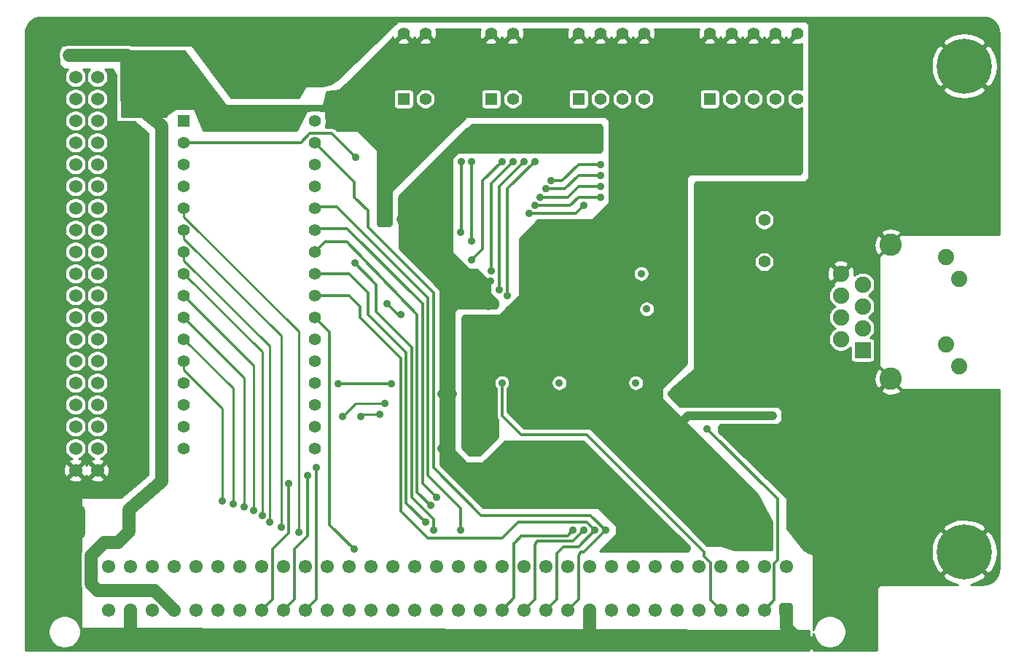
<source format=gbl>
%TF.GenerationSoftware,KiCad,Pcbnew,(5.1.12)-1*%
%TF.CreationDate,2022-04-27T23:33:07+02:00*%
%TF.ProjectId,1834_Ethernet,31383334-5f45-4746-9865-726e65742e6b,1.0*%
%TF.SameCoordinates,Original*%
%TF.FileFunction,Copper,L2,Bot*%
%TF.FilePolarity,Positive*%
%FSLAX46Y46*%
G04 Gerber Fmt 4.6, Leading zero omitted, Abs format (unit mm)*
G04 Created by KiCad (PCBNEW (5.1.12)-1) date 2022-04-27 23:33:07*
%MOMM*%
%LPD*%
G01*
G04 APERTURE LIST*
%TA.AperFunction,ComponentPad*%
%ADD10C,1.550000*%
%TD*%
%TA.AperFunction,ComponentPad*%
%ADD11C,1.524000*%
%TD*%
%TA.AperFunction,ComponentPad*%
%ADD12R,1.524000X1.524000*%
%TD*%
%TA.AperFunction,ComponentPad*%
%ADD13C,1.397000*%
%TD*%
%TA.AperFunction,ComponentPad*%
%ADD14R,1.397000X1.397000*%
%TD*%
%TA.AperFunction,ComponentPad*%
%ADD15C,6.400000*%
%TD*%
%TA.AperFunction,ComponentPad*%
%ADD16C,0.800000*%
%TD*%
%TA.AperFunction,ComponentPad*%
%ADD17R,1.900000X1.900000*%
%TD*%
%TA.AperFunction,ComponentPad*%
%ADD18C,1.900000*%
%TD*%
%TA.AperFunction,ComponentPad*%
%ADD19C,1.890000*%
%TD*%
%TA.AperFunction,ComponentPad*%
%ADD20C,2.600000*%
%TD*%
%TA.AperFunction,ViaPad*%
%ADD21C,0.889000*%
%TD*%
%TA.AperFunction,Conductor*%
%ADD22C,0.254000*%
%TD*%
%TA.AperFunction,Conductor*%
%ADD23C,0.368300*%
%TD*%
%TA.AperFunction,Conductor*%
%ADD24C,1.524000*%
%TD*%
%TA.AperFunction,Conductor*%
%ADD25C,1.016000*%
%TD*%
%TA.AperFunction,Conductor*%
%ADD26C,0.762000*%
%TD*%
%TA.AperFunction,Conductor*%
%ADD27C,0.150000*%
%TD*%
G04 APERTURE END LIST*
D10*
%TO.P,BUS2,c32*%
%TO.N,Net-(BUS2-Padc32)*%
X101600000Y-124206000D03*
%TO.P,BUS2,c31*%
%TO.N,/A0*%
X104140000Y-124206000D03*
%TO.P,BUS2,c30*%
%TO.N,/A1*%
X106680000Y-124206000D03*
%TO.P,BUS2,c29*%
%TO.N,/A2*%
X109220000Y-124206000D03*
%TO.P,BUS2,c28*%
%TO.N,/A3*%
X111760000Y-124206000D03*
%TO.P,BUS2,c27*%
%TO.N,/A4*%
X114300000Y-124206000D03*
%TO.P,BUS2,c26*%
%TO.N,/A5*%
X116840000Y-124206000D03*
%TO.P,BUS2,c25*%
%TO.N,/A6*%
X119380000Y-124206000D03*
%TO.P,BUS2,c24*%
%TO.N,/A7*%
X121920000Y-124206000D03*
%TO.P,BUS2,c23*%
%TO.N,/A8*%
X124460000Y-124206000D03*
%TO.P,BUS2,c22*%
%TO.N,/A9*%
X127000000Y-124206000D03*
%TO.P,BUS2,c21*%
%TO.N,/A10*%
X129540000Y-124206000D03*
%TO.P,BUS2,c20*%
%TO.N,/A11*%
X132080000Y-124206000D03*
%TO.P,BUS2,c19*%
%TO.N,/A12*%
X134620000Y-124206000D03*
%TO.P,BUS2,c18*%
%TO.N,/A13*%
X137160000Y-124206000D03*
%TO.P,BUS2,c17*%
%TO.N,/A14*%
X139700000Y-124206000D03*
%TO.P,BUS2,c16*%
%TO.N,/A15*%
X142240000Y-124206000D03*
%TO.P,BUS2,c15*%
%TO.N,/A16*%
X144780000Y-124206000D03*
%TO.P,BUS2,c14*%
%TO.N,/A17*%
X147320000Y-124206000D03*
%TO.P,BUS2,c13*%
%TO.N,/A18*%
X149860000Y-124206000D03*
%TO.P,BUS2,c12*%
%TO.N,/A19*%
X152400000Y-124206000D03*
%TO.P,BUS2,c11*%
%TO.N,/AEN*%
X154940000Y-124206000D03*
%TO.P,BUS2,c10*%
%TO.N,/IOCHRDY*%
X157480000Y-124206000D03*
%TO.P,BUS2,c9*%
%TO.N,/D0*%
X160020000Y-124206000D03*
%TO.P,BUS2,c8*%
%TO.N,/D1*%
X162560000Y-124206000D03*
%TO.P,BUS2,c7*%
%TO.N,/D2*%
X165100000Y-124206000D03*
%TO.P,BUS2,c6*%
%TO.N,/D3*%
X167640000Y-124206000D03*
%TO.P,BUS2,c5*%
%TO.N,/D4*%
X170180000Y-124206000D03*
%TO.P,BUS2,c4*%
%TO.N,/D5*%
X172720000Y-124206000D03*
%TO.P,BUS2,c3*%
%TO.N,/D6*%
X175260000Y-124206000D03*
%TO.P,BUS2,c2*%
%TO.N,/D7*%
X177800000Y-124206000D03*
%TO.P,BUS2,c1*%
%TO.N,Net-(BUS2-Padc1)*%
X180340000Y-124206000D03*
%TO.P,BUS2,a32*%
%TO.N,Net-(BUS2-Pada32)*%
X101600000Y-129286000D03*
%TO.P,BUS2,a31*%
%TO.N,GND*%
X104140000Y-129286000D03*
%TO.P,BUS2,a30*%
%TO.N,Net-(BUS2-Pada30)*%
X106680000Y-129286000D03*
%TO.P,BUS2,a29*%
%TO.N,VCC*%
X109220000Y-129286000D03*
%TO.P,BUS2,a28*%
%TO.N,Net-(BUS2-Pada28)*%
X111760000Y-129286000D03*
%TO.P,BUS2,a27*%
%TO.N,Net-(BUS2-Pada27)*%
X114300000Y-129286000D03*
%TO.P,BUS2,a26*%
%TO.N,Net-(BUS2-Pada26)*%
X116840000Y-129286000D03*
%TO.P,BUS2,a25*%
%TO.N,/IRQ3*%
X119380000Y-129286000D03*
%TO.P,BUS2,a24*%
%TO.N,/IRQ4*%
X121920000Y-129286000D03*
%TO.P,BUS2,a23*%
%TO.N,/IRQ5*%
X124460000Y-129286000D03*
%TO.P,BUS2,a22*%
%TO.N,Net-(BUS2-Pada22)*%
X127000000Y-129286000D03*
%TO.P,BUS2,a21*%
%TO.N,Net-(BUS2-Pada21)*%
X129540000Y-129286000D03*
%TO.P,BUS2,a20*%
%TO.N,Net-(BUS2-Pada20)*%
X132080000Y-129286000D03*
%TO.P,BUS2,a19*%
%TO.N,Net-(BUS2-Pada19)*%
X134620000Y-129286000D03*
%TO.P,BUS2,a18*%
%TO.N,Net-(BUS2-Pada18)*%
X137160000Y-129286000D03*
%TO.P,BUS2,a17*%
%TO.N,Net-(BUS2-Pada17)*%
X139700000Y-129286000D03*
%TO.P,BUS2,a16*%
%TO.N,Net-(BUS2-Pada16)*%
X142240000Y-129286000D03*
%TO.P,BUS2,a15*%
%TO.N,Net-(BUS2-Pada15)*%
X144780000Y-129286000D03*
%TO.P,BUS2,a14*%
%TO.N,/~IOR*%
X147320000Y-129286000D03*
%TO.P,BUS2,a13*%
%TO.N,/~IOW*%
X149860000Y-129286000D03*
%TO.P,BUS2,a12*%
%TO.N,/~SMEMR*%
X152400000Y-129286000D03*
%TO.P,BUS2,a11*%
%TO.N,/~SMEMW*%
X154940000Y-129286000D03*
%TO.P,BUS2,a10*%
%TO.N,GND*%
X157480000Y-129286000D03*
%TO.P,BUS2,a9*%
%TO.N,Net-(BUS2-Pada9)*%
X160020000Y-129286000D03*
%TO.P,BUS2,a8*%
%TO.N,Net-(BUS2-Pada8)*%
X162560000Y-129286000D03*
%TO.P,BUS2,a7*%
%TO.N,Net-(BUS2-Pada7)*%
X165100000Y-129286000D03*
%TO.P,BUS2,a6*%
%TO.N,Net-(BUS2-Pada6)*%
X167640000Y-129286000D03*
%TO.P,BUS2,a5*%
%TO.N,Net-(BUS2-Pada5)*%
X170180000Y-129286000D03*
%TO.P,BUS2,a4*%
%TO.N,/IRQ9*%
X172720000Y-129286000D03*
%TO.P,BUS2,a3*%
%TO.N,VCC*%
X175260000Y-129286000D03*
%TO.P,BUS2,a2*%
%TO.N,/RSTDRV*%
X177800000Y-129286000D03*
%TO.P,BUS2,a1*%
%TO.N,GND*%
%TA.AperFunction,ComponentPad*%
G36*
G01*
X181115000Y-128760999D02*
X181115000Y-129811001D01*
G75*
G02*
X180865001Y-130061000I-249999J0D01*
G01*
X179814999Y-130061000D01*
G75*
G02*
X179565000Y-129811001I0J249999D01*
G01*
X179565000Y-128760999D01*
G75*
G02*
X179814999Y-128511000I249999J0D01*
G01*
X180865001Y-128511000D01*
G75*
G02*
X181115000Y-128760999I0J-249999D01*
G01*
G37*
%TD.AperFunction*%
%TD*%
D11*
%TO.P,J2,40*%
%TO.N,GND*%
X100330000Y-113030000D03*
%TO.P,J2,39*%
X97790000Y-113030000D03*
%TO.P,J2,38*%
%TO.N,/BD3*%
X100330000Y-110490000D03*
%TO.P,J2,37*%
%TO.N,/BD2*%
X97790000Y-110490000D03*
%TO.P,J2,36*%
%TO.N,/BD4*%
X100330000Y-107950000D03*
%TO.P,J2,35*%
%TO.N,/BD1*%
X97790000Y-107950000D03*
%TO.P,J2,34*%
%TO.N,/BD5*%
X100330000Y-105410000D03*
%TO.P,J2,33*%
%TO.N,/BD0*%
X97790000Y-105410000D03*
%TO.P,J2,32*%
%TO.N,/BD6*%
X100330000Y-102870000D03*
%TO.P,J2,31*%
%TO.N,/A0*%
X97790000Y-102870000D03*
%TO.P,J2,29*%
%TO.N,/A1*%
X97790000Y-100330000D03*
%TO.P,J2,30*%
%TO.N,/BD7*%
X100330000Y-100330000D03*
%TO.P,J2,27*%
%TO.N,/A2*%
X97790000Y-97790000D03*
%TO.P,J2,28*%
%TO.N,/~BCS*%
X100330000Y-97790000D03*
%TO.P,J2,26*%
%TO.N,/A10*%
X100330000Y-95250000D03*
%TO.P,J2,25*%
%TO.N,/A3*%
X97790000Y-95250000D03*
%TO.P,J2,24*%
%TO.N,/~SMEMR*%
X100330000Y-92710000D03*
%TO.P,J2,23*%
%TO.N,/A4*%
X97790000Y-92710000D03*
%TO.P,J2,22*%
%TO.N,/A11*%
X100330000Y-90170000D03*
%TO.P,J2,21*%
%TO.N,/A5*%
X97790000Y-90170000D03*
%TO.P,J2,20*%
%TO.N,/A9*%
X100330000Y-87630000D03*
%TO.P,J2,19*%
%TO.N,/A6*%
X97790000Y-87630000D03*
%TO.P,J2,18*%
%TO.N,/A8*%
X100330000Y-85090000D03*
%TO.P,J2,17*%
%TO.N,/A7*%
X97790000Y-85090000D03*
%TO.P,J2,16*%
%TO.N,/A13*%
X100330000Y-82550000D03*
%TO.P,J2,15*%
%TO.N,/A12*%
X97790000Y-82550000D03*
%TO.P,J2,14*%
%TO.N,/BA14*%
X100330000Y-80010000D03*
%TO.P,J2,13*%
%TO.N,/BA15*%
X97790000Y-80010000D03*
%TO.P,J2,12*%
%TO.N,/BA17*%
X100330000Y-77470000D03*
%TO.P,J2,11*%
%TO.N,/BA16*%
X97790000Y-77470000D03*
%TO.P,J2,10*%
%TO.N,/~SMEMW*%
X100330000Y-74930000D03*
%TO.P,J2,9*%
%TO.N,/BA18*%
X97790000Y-74930000D03*
%TO.P,J2,8*%
%TO.N,/BA19*%
X100330000Y-72390000D03*
%TO.P,J2,7*%
%TO.N,Net-(J2-Pad7)*%
X97790000Y-72390000D03*
%TO.P,J2,6*%
%TO.N,/BA20*%
X100330000Y-69850000D03*
%TO.P,J2,5*%
%TO.N,Net-(J2-Pad5)*%
X97790000Y-69850000D03*
%TO.P,J2,4*%
%TO.N,/BA21*%
X100330000Y-67310000D03*
%TO.P,J2,3*%
%TO.N,Net-(J2-Pad3)*%
X97790000Y-67310000D03*
%TO.P,J2,2*%
%TO.N,VCC*%
X100330000Y-64770000D03*
D12*
%TO.P,J2,1*%
X97790000Y-64770000D03*
%TD*%
D13*
%TO.P,SW4,10*%
%TO.N,VCC*%
X171450000Y-62230000D03*
%TO.P,SW4,9*%
X173990000Y-62230000D03*
%TO.P,SW4,8*%
X176530000Y-62230000D03*
%TO.P,SW4,7*%
X179070000Y-62230000D03*
%TO.P,SW4,6*%
X181610000Y-62230000D03*
%TO.P,SW4,5*%
%TO.N,Net-(RN4-Pad7)*%
X181610000Y-69850000D03*
%TO.P,SW4,4*%
%TO.N,Net-(RN3-Pad5)*%
X179070000Y-69850000D03*
%TO.P,SW4,3*%
%TO.N,Net-(RN3-Pad6)*%
X176530000Y-69850000D03*
%TO.P,SW4,2*%
%TO.N,Net-(RN3-Pad7)*%
X173990000Y-69850000D03*
D14*
%TO.P,SW4,1*%
%TO.N,Net-(RN3-Pad8)*%
X171450000Y-69850000D03*
%TD*%
D13*
%TO.P,SW3,8*%
%TO.N,VCC*%
X156210000Y-62230000D03*
%TO.P,SW3,7*%
X158750000Y-62230000D03*
%TO.P,SW3,6*%
X161290000Y-62230000D03*
%TO.P,SW3,5*%
X163830000Y-62230000D03*
%TO.P,SW3,4*%
%TO.N,Net-(RN2-Pad5)*%
X163830000Y-69850000D03*
%TO.P,SW3,3*%
%TO.N,Net-(RN2-Pad6)*%
X161290000Y-69850000D03*
%TO.P,SW3,2*%
%TO.N,Net-(RN2-Pad7)*%
X158750000Y-69850000D03*
D14*
%TO.P,SW3,1*%
%TO.N,Net-(RN2-Pad8)*%
X156210000Y-69850000D03*
%TD*%
D13*
%TO.P,SW2,4*%
%TO.N,VCC*%
X146050000Y-62230000D03*
%TO.P,SW2,3*%
X148590000Y-62230000D03*
%TO.P,SW2,2*%
%TO.N,Net-(RN1-Pad5)*%
X148590000Y-69850000D03*
D14*
%TO.P,SW2,1*%
%TO.N,Net-(RN1-Pad6)*%
X146050000Y-69850000D03*
%TD*%
D13*
%TO.P,SW1,4*%
%TO.N,VCC*%
X135890000Y-62230000D03*
%TO.P,SW1,3*%
X138430000Y-62230000D03*
%TO.P,SW1,2*%
%TO.N,Net-(RN1-Pad7)*%
X138430000Y-69850000D03*
D14*
%TO.P,SW1,1*%
%TO.N,Net-(RN1-Pad8)*%
X135890000Y-69850000D03*
%TD*%
D13*
%TO.P,Y1,2*%
%TO.N,Net-(C2-Pad2)*%
X177800000Y-83919060D03*
%TO.P,Y1,1*%
%TO.N,Net-(C1-Pad2)*%
X177800000Y-88800940D03*
%TD*%
D14*
%TO.P,U2,1*%
%TO.N,/BA18*%
X110363000Y-72390000D03*
D13*
%TO.P,U2,2*%
%TO.N,/BA16*%
X110363000Y-74930000D03*
%TO.P,U2,3*%
%TO.N,/BA15*%
X110363000Y-77470000D03*
%TO.P,U2,4*%
%TO.N,/A12*%
X110363000Y-80010000D03*
%TO.P,U2,5*%
%TO.N,/A7*%
X110363000Y-82550000D03*
%TO.P,U2,6*%
%TO.N,/A6*%
X110363000Y-85090000D03*
%TO.P,U2,7*%
%TO.N,/A5*%
X110363000Y-87630000D03*
%TO.P,U2,8*%
%TO.N,/A4*%
X110363000Y-90170000D03*
%TO.P,U2,9*%
%TO.N,/A3*%
X110363000Y-92710000D03*
%TO.P,U2,10*%
%TO.N,/A2*%
X110363000Y-95250000D03*
%TO.P,U2,11*%
%TO.N,/A1*%
X110363000Y-97790000D03*
%TO.P,U2,12*%
%TO.N,/A0*%
X110363000Y-100330000D03*
%TO.P,U2,13*%
%TO.N,/BD0*%
X110363000Y-102870000D03*
%TO.P,U2,14*%
%TO.N,/BD1*%
X110363000Y-105410000D03*
%TO.P,U2,15*%
%TO.N,/BD2*%
X110363000Y-107950000D03*
%TO.P,U2,16*%
%TO.N,GND*%
X110363000Y-110490000D03*
%TO.P,U2,17*%
%TO.N,/BD3*%
X125603000Y-110490000D03*
%TO.P,U2,18*%
%TO.N,/BD4*%
X125603000Y-107950000D03*
%TO.P,U2,19*%
%TO.N,/BD5*%
X125603000Y-105410000D03*
%TO.P,U2,20*%
%TO.N,/BD6*%
X125603000Y-102870000D03*
%TO.P,U2,21*%
%TO.N,/BD7*%
X125603000Y-100330000D03*
%TO.P,U2,22*%
%TO.N,/~BCS*%
X125603000Y-97790000D03*
%TO.P,U2,23*%
%TO.N,/A10*%
X125603000Y-95250000D03*
%TO.P,U2,24*%
%TO.N,/~SMEMR*%
X125603000Y-92710000D03*
%TO.P,U2,25*%
%TO.N,/A11*%
X125603000Y-90170000D03*
%TO.P,U2,26*%
%TO.N,/A9*%
X125603000Y-87630000D03*
%TO.P,U2,27*%
%TO.N,/A8*%
X125603000Y-85090000D03*
%TO.P,U2,28*%
%TO.N,/A13*%
X125603000Y-82550000D03*
%TO.P,U2,29*%
%TO.N,/BA14*%
X125603000Y-80010000D03*
%TO.P,U2,30*%
%TO.N,/BA17*%
X125603000Y-77470000D03*
%TO.P,U2,31*%
%TO.N,/~SMEMW*%
X125603000Y-74930000D03*
%TO.P,U2,32*%
%TO.N,VCC*%
X125603000Y-72390000D03*
%TD*%
D15*
%TO.P,HOLE1,1*%
%TO.N,GND*%
X201041000Y-66040000D03*
D16*
X203441000Y-66040000D03*
X202738056Y-67737056D03*
X201041000Y-68440000D03*
X199343944Y-67737056D03*
X198641000Y-66040000D03*
X199343944Y-64342944D03*
X201041000Y-63640000D03*
X202738056Y-64342944D03*
%TD*%
%TO.P,HOLE2,1*%
%TO.N,GND*%
X202738056Y-120857944D03*
X201041000Y-120155000D03*
X199343944Y-120857944D03*
X198641000Y-122555000D03*
X199343944Y-124252056D03*
X201041000Y-124955000D03*
X202738056Y-124252056D03*
X203441000Y-122555000D03*
D15*
X201041000Y-122555000D03*
%TD*%
D17*
%TO.P,J1,R1*%
%TO.N,/TP_TX+*%
X189230000Y-99060000D03*
D18*
%TO.P,J1,R2*%
%TO.N,/TP_TX-*%
X186690000Y-97790000D03*
%TO.P,J1,R3*%
%TO.N,/TP_RX+*%
X189230000Y-96520000D03*
%TO.P,J1,R4*%
%TO.N,Net-(C3-Pad1)*%
X186690000Y-95250000D03*
%TO.P,J1,R5*%
%TO.N,Net-(C4-Pad1)*%
X189230000Y-93980000D03*
%TO.P,J1,R6*%
%TO.N,/TP_RX-*%
X186690000Y-92710000D03*
%TO.P,J1,R7*%
%TO.N,Net-(J1-PadR7)*%
X189230000Y-91440000D03*
%TO.P,J1,R8*%
%TO.N,GND*%
X186690000Y-90170000D03*
D19*
%TO.P,J1,L1*%
%TO.N,VCC*%
X198950000Y-88290000D03*
%TO.P,J1,L2*%
%TO.N,Net-(J1-PadL2)*%
X200470000Y-90830000D03*
%TO.P,J1,L3*%
%TO.N,Net-(J1-PadL3)*%
X198950000Y-98400000D03*
%TO.P,J1,L4*%
%TO.N,VCC*%
X200470000Y-100940000D03*
D20*
%TO.P,J1,13*%
%TO.N,GND*%
X192520000Y-102390000D03*
X192520000Y-86840000D03*
%TD*%
D21*
%TO.N,/A0*%
X114839750Y-116617750D03*
%TO.N,/A1*%
X116078000Y-116967000D03*
%TO.N,/A10*%
X130200387Y-122212101D03*
%TO.N,/A11*%
X138430000Y-119062500D03*
%TO.N,/A12*%
X139382500Y-120015000D03*
X130238500Y-88963500D03*
%TO.N,/A13*%
X142557500Y-120015000D03*
%TO.N,/A2*%
X117379750Y-117252750D03*
%TO.N,/A3*%
X118491000Y-117729000D03*
%TO.N,/A4*%
X119475250Y-118332250D03*
%TO.N,/A5*%
X120332500Y-119062500D03*
%TO.N,/A6*%
X121666000Y-119634000D03*
%TO.N,/A7*%
X123698000Y-120269000D03*
%TO.N,/A8*%
X139700000Y-116205000D03*
%TO.N,/A9*%
X139065000Y-117157500D03*
%TO.N,/~IOR*%
X155575000Y-120015000D03*
%TO.N,/~IOW*%
X156845000Y-120014996D03*
%TO.N,GND*%
X153987500Y-102870000D03*
X162877500Y-102870000D03*
X164147500Y-94297500D03*
X163512500Y-90170000D03*
X145732500Y-93980000D03*
X193040000Y-82550000D03*
X181927500Y-90487500D03*
X173672500Y-81279998D03*
X173672500Y-91439988D03*
X174307500Y-94615000D03*
X140335000Y-110490000D03*
X140335000Y-104140000D03*
X146000952Y-91073452D03*
X135572500Y-83820000D03*
X153669998Y-73977500D03*
X122491500Y-69215000D03*
X170180000Y-86360000D03*
X170180000Y-87630000D03*
X141605000Y-104140000D03*
X167005000Y-104140000D03*
X168275000Y-104140000D03*
X162242500Y-119380048D03*
X162242500Y-120650000D03*
X98171000Y-119062500D03*
X98171000Y-120332500D03*
X98171000Y-117792506D03*
%TO.N,VCC*%
X152082500Y-90170000D03*
X164147500Y-92392500D03*
X155892500Y-102870000D03*
X148907500Y-102870000D03*
X145732500Y-95567500D03*
X168275000Y-83820000D03*
X144145000Y-110490000D03*
X133667500Y-83820000D03*
X168275000Y-118110000D03*
X168275000Y-116840000D03*
X168275000Y-115570000D03*
X178752500Y-106680000D03*
X160020000Y-90170000D03*
X104013000Y-120142000D03*
X104013000Y-118871999D03*
X104013000Y-117602000D03*
X178308000Y-119380000D03*
X178308000Y-120396000D03*
X178308000Y-121412000D03*
X127381000Y-69342000D03*
%TO.N,/RSTDRV*%
X171132514Y-108267500D03*
%TO.N,/IRQ9*%
X147320000Y-102870000D03*
%TO.N,/~SMEMW*%
X159385000Y-120015001D03*
%TO.N,/~SMEMR*%
X158115000Y-120015000D03*
%TO.N,/IRQ5*%
X125730006Y-112712500D03*
%TO.N,/IRQ4*%
X124777500Y-113665000D03*
%TO.N,/IRQ3*%
X122555000Y-114617500D03*
%TO.N,/BA18*%
X151764998Y-81279998D03*
X158750000Y-80010000D03*
%TO.N,/BA17*%
X151130000Y-82232500D03*
X158750000Y-81280000D03*
%TO.N,/BA16*%
X150495003Y-83185003D03*
X156844989Y-82232489D03*
X130373437Y-76636563D03*
%TO.N,/BD6*%
X142627488Y-77175423D03*
X142557508Y-85407500D03*
%TO.N,/BD5*%
X133985000Y-93662500D03*
X135572500Y-94932500D03*
X143827500Y-77152500D03*
X143827500Y-86360000D03*
%TO.N,/BD3*%
X143827500Y-88582500D03*
X147320000Y-77152500D03*
%TO.N,/BD2*%
X146050000Y-89852494D03*
X148590000Y-77152500D03*
X133096000Y-106553000D03*
X130937000Y-106807000D03*
%TO.N,/BD1*%
X147002500Y-92075000D03*
X149860000Y-77152500D03*
X133721499Y-105273499D03*
X128778000Y-106807000D03*
%TO.N,/BD0*%
X147954999Y-92709999D03*
X151130000Y-77152500D03*
X134493000Y-102997000D03*
X128270000Y-102997000D03*
%TO.N,/BA19*%
X152400000Y-80327500D03*
X158750000Y-78740000D03*
%TO.N,/BA20*%
X153035000Y-79375000D03*
X158750000Y-77470000D03*
%TD*%
D22*
%TO.N,/A0*%
X110363000Y-101352258D02*
X110363000Y-100330000D01*
X114839750Y-105829008D02*
X110363000Y-101352258D01*
X114839750Y-116617750D02*
X114839750Y-105829008D01*
%TO.N,/A1*%
X116078000Y-103505000D02*
X110363000Y-97790000D01*
X116078000Y-116967000D02*
X116078000Y-103505000D01*
D23*
%TO.N,/A10*%
X130149601Y-122212101D02*
X127317500Y-119380000D01*
X130200387Y-122212101D02*
X130149601Y-122212101D01*
X127317500Y-96964500D02*
X125603000Y-95250000D01*
X127317500Y-119380000D02*
X127317500Y-96964500D01*
%TO.N,/A11*%
X136207500Y-116840000D02*
X138430000Y-119062500D01*
X136207500Y-99377500D02*
X136207500Y-116840000D01*
X131762500Y-94932500D02*
X136207500Y-99377500D01*
X131762500Y-92392500D02*
X131762500Y-94932500D01*
X129540000Y-90170000D02*
X129540000Y-90170000D01*
X129540000Y-90170000D02*
X131762500Y-92392500D01*
X129540000Y-90170000D02*
X125603000Y-90170000D01*
%TO.N,/A12*%
X139382500Y-118745000D02*
X139382500Y-120015000D01*
X136842500Y-116205000D02*
X139382500Y-118745000D01*
X136842500Y-98742500D02*
X136842500Y-116205000D01*
X132715000Y-94615000D02*
X136842500Y-98742500D01*
X132715000Y-91440000D02*
X132715000Y-94615000D01*
X130175000Y-88900000D02*
X130238500Y-88963500D01*
X130238500Y-88963500D02*
X132715000Y-91440000D01*
%TO.N,/A13*%
X138747500Y-93027500D02*
X128143000Y-82423000D01*
X138747500Y-113665000D02*
X138747500Y-93027500D01*
X142557500Y-117475000D02*
X138747500Y-113665000D01*
X142557500Y-120015000D02*
X142557500Y-117475000D01*
X128143000Y-82423000D02*
X128143000Y-82423000D01*
X125730000Y-82423000D02*
X125603000Y-82550000D01*
X128143000Y-82423000D02*
X125730000Y-82423000D01*
D22*
%TO.N,/A2*%
X117379750Y-102266750D02*
X110363000Y-95250000D01*
X117379750Y-117252750D02*
X117379750Y-102266750D01*
%TO.N,/A3*%
X118491000Y-100838000D02*
X110363000Y-92710000D01*
X118491000Y-117729000D02*
X118491000Y-100838000D01*
%TO.N,/A4*%
X119475250Y-99282250D02*
X110363000Y-90170000D01*
X119475250Y-118332250D02*
X119475250Y-99282250D01*
%TO.N,/A5*%
X110363000Y-88652258D02*
X110363000Y-87630000D01*
X120332500Y-98621758D02*
X110363000Y-88652258D01*
X120332500Y-119062500D02*
X120332500Y-98621758D01*
%TO.N,/A6*%
X110363000Y-86112258D02*
X110363000Y-85090000D01*
X121666000Y-97415258D02*
X110363000Y-86112258D01*
X121666000Y-119634000D02*
X121666000Y-97415258D01*
%TO.N,/A7*%
X110363000Y-83572258D02*
X110363000Y-82550000D01*
X123698000Y-96907258D02*
X110363000Y-83572258D01*
X123698000Y-120269000D02*
X123698000Y-96907258D01*
D23*
%TO.N,/A8*%
X138112500Y-93662500D02*
X129286000Y-84963000D01*
X138112500Y-114617500D02*
X138112500Y-93662500D01*
X139700000Y-116205000D02*
X138112500Y-114617500D01*
X129286000Y-84963000D02*
X129286000Y-84963000D01*
X125730000Y-84963000D02*
X125603000Y-85090000D01*
X129286000Y-84963000D02*
X125730000Y-84963000D01*
%TO.N,/A9*%
X137477500Y-94932500D02*
X129286000Y-86487000D01*
X137477500Y-115570000D02*
X137477500Y-94932500D01*
X139065000Y-117157500D02*
X137477500Y-115570000D01*
X129286000Y-86487000D02*
X129286000Y-86487000D01*
X126746000Y-86487000D02*
X125603000Y-87630000D01*
X129286000Y-86487000D02*
X126746000Y-86487000D01*
%TO.N,/~IOR*%
X154940000Y-120650000D02*
X149542500Y-120650000D01*
X149542500Y-120650000D02*
X148844000Y-121412000D01*
X155575000Y-120015000D02*
X154940000Y-120650000D01*
X148700849Y-127905151D02*
X147320000Y-129286000D01*
X148700849Y-121555151D02*
X148700849Y-127905151D01*
X148844000Y-121412000D02*
X148700849Y-121555151D01*
%TO.N,/~IOW*%
X151447500Y-121285000D02*
X151130000Y-121666000D01*
X155575000Y-121285000D02*
X151447500Y-121285000D01*
X156845000Y-120015000D02*
X155575000Y-121285000D01*
X156845000Y-120014996D02*
X156845000Y-120015000D01*
X151130000Y-128016000D02*
X149860000Y-129286000D01*
X151130000Y-121666000D02*
X151130000Y-128016000D01*
%TO.N,GND*%
X196913500Y-118427500D02*
X201041000Y-122555000D01*
X193040000Y-82550000D02*
X193992500Y-83502500D01*
X193992500Y-83502500D02*
X193992500Y-85407500D01*
X193952500Y-85407500D02*
X192520000Y-86840000D01*
X193992500Y-85407500D02*
X193952500Y-85407500D01*
X188595000Y-88265000D02*
X186690000Y-90170000D01*
X191095000Y-88265000D02*
X188595000Y-88265000D01*
X192520000Y-86840000D02*
X191095000Y-88265000D01*
X191095000Y-100965000D02*
X192520000Y-102390000D01*
X191095000Y-88265000D02*
X191095000Y-100965000D01*
X184785000Y-88265000D02*
X186690000Y-90170000D01*
X184150000Y-88265000D02*
X184785000Y-88265000D01*
X181927500Y-90487500D02*
X184150000Y-88265000D01*
X193992500Y-73088500D02*
X201041000Y-66040000D01*
X193992500Y-83502500D02*
X193992500Y-73088500D01*
X182245000Y-86360000D02*
X174625000Y-86360000D01*
X184150000Y-88265000D02*
X182245000Y-86360000D01*
X174625000Y-86360000D02*
X174625000Y-82232498D01*
X174625000Y-82232498D02*
X173672500Y-81279998D01*
X174625000Y-86360000D02*
X174625000Y-90487488D01*
X174625000Y-90487488D02*
X173672500Y-91439988D01*
X173672500Y-93980000D02*
X174307500Y-94615000D01*
X173672500Y-91439988D02*
X173672500Y-93980000D01*
D24*
X156527500Y-113982500D02*
X143827500Y-113982500D01*
X161290000Y-118745000D02*
X156527500Y-113982500D01*
X143827500Y-113982500D02*
X140970000Y-111125000D01*
X161290000Y-120650000D02*
X161290000Y-118745000D01*
D23*
X196913500Y-106783500D02*
X192520000Y-102390000D01*
X196913500Y-118427500D02*
X196913500Y-106783500D01*
X170180000Y-86360000D02*
X170180000Y-87630000D01*
D25*
X140335000Y-104140000D02*
X140970000Y-104140000D01*
X140970000Y-104140000D02*
X141605000Y-104140000D01*
X140335000Y-110490000D02*
X140652500Y-110490000D01*
D24*
X140970000Y-110172500D02*
X140970000Y-111125000D01*
D25*
X140652500Y-110490000D02*
X140970000Y-110172500D01*
D24*
X140970000Y-104140000D02*
X140970000Y-110172500D01*
X140970000Y-104140000D02*
X140970000Y-89217500D01*
X140970000Y-89217500D02*
X136048750Y-84296250D01*
D26*
X135572500Y-83820000D02*
X136048750Y-84296250D01*
D24*
X136048750Y-81438750D02*
X143510000Y-73977500D01*
X143510000Y-73977500D02*
X153669998Y-73977500D01*
D25*
X135890000Y-83820000D02*
X136048750Y-83661250D01*
X135572500Y-83820000D02*
X135890000Y-83820000D01*
D24*
X136048750Y-83661250D02*
X136048750Y-81438750D01*
X136048750Y-84296250D02*
X136048750Y-83661250D01*
D25*
X161290000Y-118745000D02*
X161925048Y-119380048D01*
X161925048Y-119380048D02*
X162242500Y-119380048D01*
X161290000Y-120650000D02*
X162242500Y-120650000D01*
D24*
X98171000Y-119062500D02*
X98171000Y-117792506D01*
X180340000Y-129286000D02*
X180340000Y-131318000D01*
X182118000Y-133096000D02*
X183157238Y-133096000D01*
X180340000Y-131318000D02*
X182118000Y-133096000D01*
X157480000Y-129286000D02*
X157480000Y-132842000D01*
X104140000Y-129286000D02*
X104140000Y-132588000D01*
X98171000Y-119062500D02*
X98171000Y-120332500D01*
D23*
X183832500Y-118427500D02*
X196913500Y-118427500D01*
X181356000Y-120650000D02*
X183832500Y-118427500D01*
X95504000Y-115824000D02*
X98552000Y-118872000D01*
X95504000Y-61277500D02*
X95504000Y-115824000D01*
X112776000Y-61277500D02*
X95504000Y-61277500D01*
X116522500Y-69215000D02*
X112776000Y-61277500D01*
D25*
%TO.N,VCC*%
X129658202Y-72390000D02*
X129540000Y-72390000D01*
D23*
X131445000Y-66675000D02*
X135890000Y-62230000D01*
X135890000Y-62230000D02*
X137160000Y-63500000D01*
X137160000Y-63500000D02*
X138430000Y-62230000D01*
X138430000Y-62230000D02*
X139700000Y-63500000D01*
X144780000Y-63500000D02*
X146050000Y-62230000D01*
X139700000Y-63500000D02*
X144780000Y-63500000D01*
X146050000Y-62230000D02*
X147320000Y-63500000D01*
X147320000Y-63500000D02*
X148590000Y-62230000D01*
X148590000Y-62230000D02*
X149860000Y-63500000D01*
X154940000Y-63500000D02*
X156210000Y-62230000D01*
X149860000Y-63500000D02*
X154940000Y-63500000D01*
X156210000Y-62230000D02*
X157480000Y-63500000D01*
X157480000Y-63500000D02*
X158750000Y-62230000D01*
X158750000Y-62230000D02*
X160020000Y-63500000D01*
X160020000Y-63500000D02*
X161290000Y-62230000D01*
X161290000Y-62230000D02*
X162560000Y-63500000D01*
X162560000Y-63500000D02*
X163830000Y-62230000D01*
X163830000Y-62230000D02*
X165100000Y-63500000D01*
X165100000Y-63500000D02*
X168275000Y-63500000D01*
X170180000Y-63500000D02*
X171450000Y-62230000D01*
X168275000Y-63500000D02*
X170180000Y-63500000D01*
X168275000Y-63500000D02*
X168275000Y-83820000D01*
X171450000Y-62230000D02*
X172720000Y-63500000D01*
X172720000Y-63500000D02*
X173990000Y-62230000D01*
X173990000Y-62230000D02*
X175260000Y-63500000D01*
X175260000Y-63500000D02*
X176530000Y-62230000D01*
X176530000Y-62230000D02*
X177800000Y-63500000D01*
X177800000Y-63500000D02*
X179070000Y-62230000D01*
X179070000Y-62230000D02*
X180340000Y-63500000D01*
X180340000Y-63500000D02*
X181610000Y-62230000D01*
X144145000Y-110490000D02*
X144145000Y-101600000D01*
X144145000Y-101600000D02*
X148907500Y-101600000D01*
X148907500Y-102870000D02*
X148907500Y-101600000D01*
X148907500Y-101600000D02*
X148907500Y-95567500D01*
X145732500Y-95567500D02*
X148907500Y-95567500D01*
X152082500Y-90170000D02*
X152082500Y-95567500D01*
X148907500Y-95567500D02*
X152082500Y-95567500D01*
X148907500Y-102870000D02*
X148907500Y-106680000D01*
X148907500Y-106680000D02*
X155892500Y-106680000D01*
X155892500Y-102870000D02*
X155892500Y-106680000D01*
X164147500Y-92392500D02*
X168275000Y-92392500D01*
X168275000Y-92392500D02*
X168275000Y-83820000D01*
X168275000Y-86042500D02*
X160020000Y-86042500D01*
X160020000Y-86042500D02*
X160020000Y-90170000D01*
X168275000Y-83820000D02*
X168275000Y-86042500D01*
X129540000Y-72390000D02*
X131445000Y-70485000D01*
X131445000Y-70485000D02*
X131445000Y-66675000D01*
X133667500Y-76517500D02*
X129540000Y-72390000D01*
X133667500Y-83820000D02*
X133667500Y-76517500D01*
X165735000Y-106680000D02*
X165735000Y-103505000D01*
X155892500Y-106680000D02*
X165735000Y-106680000D01*
X165735000Y-103505000D02*
X168275000Y-100965000D01*
X168275000Y-100965000D02*
X168275000Y-92392500D01*
X168275000Y-115570000D02*
X168275000Y-109220000D01*
D25*
X167322500Y-108267500D02*
X168910000Y-106680000D01*
D23*
X168275000Y-109220000D02*
X167322500Y-108267500D01*
X167322500Y-108267500D02*
X165735000Y-106680000D01*
D25*
X178752500Y-106680000D02*
X168910000Y-106680000D01*
D24*
X104013000Y-120142000D02*
X104013000Y-118871999D01*
X104013000Y-118871999D02*
X104013000Y-117602000D01*
D23*
X168275000Y-118110000D02*
X171450000Y-121285000D01*
X171450000Y-121285000D02*
X174307500Y-121285000D01*
X174307500Y-121285000D02*
X175260001Y-122237501D01*
D24*
X100330000Y-127000000D02*
X106934000Y-127000000D01*
X99568000Y-126238000D02*
X100330000Y-127000000D01*
X106934000Y-127000000D02*
X109220000Y-129286000D01*
X99568000Y-122936000D02*
X99568000Y-126238000D01*
X101092000Y-121412000D02*
X99568000Y-122936000D01*
X103759000Y-64770000D02*
X103759000Y-69977000D01*
X97028000Y-64770000D02*
X103759000Y-64770000D01*
X104013000Y-117602000D02*
X104013000Y-120142000D01*
X102743000Y-121412000D02*
X104013000Y-120142000D01*
X101092000Y-121412000D02*
X102743000Y-121412000D01*
D23*
X114173000Y-71120000D02*
X111760000Y-69850000D01*
X128270000Y-71120000D02*
X114173000Y-71120000D01*
X129540000Y-72390000D02*
X128270000Y-71120000D01*
D24*
X107823000Y-114300000D02*
X104013000Y-117602000D01*
X107823000Y-73025000D02*
X107823000Y-114300000D01*
X103759000Y-69723000D02*
X107823000Y-73025000D01*
D23*
%TO.N,/RSTDRV*%
X178816000Y-115824000D02*
X171132514Y-108267500D01*
X178816000Y-115824000D02*
X179324000Y-116332000D01*
X178959151Y-128126849D02*
X177800000Y-129286000D01*
X178959151Y-123871305D02*
X178959151Y-128126849D01*
X179324000Y-123506456D02*
X178959151Y-123871305D01*
X179324000Y-116332000D02*
X179324000Y-123506456D01*
%TO.N,/IRQ9*%
X157162500Y-108902500D02*
X170815000Y-122555000D01*
X149542500Y-108902500D02*
X157162500Y-108902500D01*
X147320000Y-106680000D02*
X149542500Y-108902500D01*
X147320000Y-102870000D02*
X147320000Y-106680000D01*
X171560849Y-128126849D02*
X172720000Y-129286000D01*
X170815000Y-123063000D02*
X171560849Y-123808849D01*
X171560849Y-123808849D02*
X171560849Y-128126849D01*
X170815000Y-122555000D02*
X170815000Y-123063000D01*
%TO.N,/~SMEMW*%
X131762500Y-84772500D02*
X131762500Y-82867500D01*
X139386206Y-92396206D02*
X131762500Y-84772500D01*
X139386206Y-112716206D02*
X139386206Y-92396206D01*
X144938751Y-118268751D02*
X139386206Y-112716206D01*
X130182412Y-81287412D02*
X130182412Y-81280000D01*
X157638749Y-118268751D02*
X144938751Y-118268751D01*
X131762500Y-82867500D02*
X130182412Y-81287412D01*
X159385000Y-120015001D02*
X157638749Y-118268751D01*
X156845001Y-122555000D02*
X159385000Y-120015001D01*
X156464000Y-122555000D02*
X156845001Y-122555000D01*
X156210000Y-122936000D02*
X156464000Y-122555000D01*
X156210000Y-128016000D02*
X154940000Y-129286000D01*
X156210000Y-122936000D02*
X156210000Y-128016000D01*
X130182412Y-79509412D02*
X125603000Y-74930000D01*
X130182412Y-81287412D02*
X130182412Y-79509412D01*
%TO.N,/~SMEMR*%
X156210000Y-121920000D02*
X158115000Y-120015000D01*
X154432000Y-121920000D02*
X156210000Y-121920000D01*
X153670000Y-122682000D02*
X154432000Y-121920000D01*
X153670000Y-128016000D02*
X152400000Y-129286000D01*
X153670000Y-122682000D02*
X153670000Y-128016000D01*
X129540000Y-92710000D02*
X125603000Y-92710000D01*
X130810000Y-95250000D02*
X130810000Y-93980000D01*
X135572500Y-117792500D02*
X135572500Y-100012500D01*
X138747500Y-120967500D02*
X135572500Y-117792500D01*
X135572500Y-100012500D02*
X130810000Y-95250000D01*
X149225000Y-119062500D02*
X147320000Y-120967500D01*
X130810000Y-93980000D02*
X129540000Y-92710000D01*
X157162500Y-119062500D02*
X149225000Y-119062500D01*
X147320000Y-120967500D02*
X138747500Y-120967500D01*
X158115000Y-120015000D02*
X157162500Y-119062500D01*
%TO.N,/IRQ5*%
X125730006Y-121602494D02*
X125730006Y-112712500D01*
X125730000Y-122428000D02*
X125730006Y-121602494D01*
X125730000Y-128016000D02*
X124460000Y-129286000D01*
X125730000Y-122428000D02*
X125730000Y-128016000D01*
%TO.N,/IRQ4*%
X124777500Y-120650000D02*
X124777500Y-113665000D01*
X123190000Y-122174000D02*
X124777500Y-120650000D01*
X123190000Y-128016000D02*
X121920000Y-129286000D01*
X123190000Y-122174000D02*
X123190000Y-128016000D01*
%TO.N,/IRQ3*%
X122555000Y-120332500D02*
X122555000Y-114617500D01*
X120650000Y-122174000D02*
X122555000Y-120332500D01*
X120650000Y-128016000D02*
X119380000Y-129286000D01*
X120650000Y-122174000D02*
X120650000Y-128016000D01*
%TO.N,/BA18*%
X156210000Y-80010000D02*
X158750000Y-80010000D01*
X154940002Y-81279998D02*
X156210000Y-80010000D01*
X151764998Y-81279998D02*
X154940002Y-81279998D01*
%TO.N,/BA17*%
X156210000Y-81280000D02*
X158750000Y-81280000D01*
X155257500Y-82232500D02*
X156210000Y-81280000D01*
X151130000Y-82232500D02*
X155257500Y-82232500D01*
%TO.N,/BA16*%
X150495003Y-83185003D02*
X155892475Y-83185003D01*
X155892475Y-83185003D02*
X156844989Y-82232489D01*
X127584223Y-73847349D02*
X125034651Y-73847349D01*
X130373437Y-76636563D02*
X127584223Y-73847349D01*
X123952000Y-74930000D02*
X110363000Y-74930000D01*
X125034651Y-73847349D02*
X123952000Y-74930000D01*
%TO.N,/BD6*%
X142627488Y-77175423D02*
X142627488Y-85337520D01*
X142627488Y-85337520D02*
X142557508Y-85407500D01*
%TO.N,/BD5*%
X133985000Y-93662500D02*
X135255000Y-94932500D01*
X135255000Y-94932500D02*
X135572500Y-94932500D01*
X143827500Y-77152500D02*
X143827500Y-86042500D01*
X143827500Y-86042500D02*
X143827500Y-86360000D01*
%TO.N,/BD3*%
X145097500Y-79375000D02*
X147320000Y-77152500D01*
X143827500Y-88582500D02*
X145097500Y-87312500D01*
X145097500Y-87312500D02*
X145097500Y-79375000D01*
%TO.N,/BD2*%
X146050000Y-79692500D02*
X148590000Y-77152500D01*
X146050000Y-89852494D02*
X146050000Y-79692500D01*
D22*
X133096000Y-106553000D02*
X131191000Y-106553000D01*
X131191000Y-106553000D02*
X130937000Y-106807000D01*
X130937000Y-106807000D02*
X130937000Y-106807000D01*
D23*
%TO.N,/BD1*%
X147002500Y-80010000D02*
X149860000Y-77152500D01*
X147002500Y-92075000D02*
X147002500Y-80010000D01*
D22*
X133721499Y-105273499D02*
X130311501Y-105273499D01*
X130311501Y-105273499D02*
X128778000Y-106807000D01*
X128778000Y-106807000D02*
X128778000Y-106807000D01*
D23*
%TO.N,/BD0*%
X147954999Y-80327501D02*
X151130000Y-77152500D01*
X147954999Y-92709999D02*
X147954999Y-80327501D01*
X134493000Y-102997000D02*
X128270000Y-102997000D01*
X128270000Y-102997000D02*
X128270000Y-102997000D01*
%TO.N,/BA19*%
X156210000Y-78740000D02*
X158750000Y-78740000D01*
X154622500Y-80327500D02*
X156210000Y-78740000D01*
X152400000Y-80327500D02*
X154622500Y-80327500D01*
%TO.N,/BA20*%
X156210000Y-77470000D02*
X158750000Y-77470000D01*
X154305000Y-79375000D02*
X156210000Y-77470000D01*
X153035000Y-79375000D02*
X154305000Y-79375000D01*
%TD*%
D22*
%TO.N,GND*%
X158940500Y-73077606D02*
X158940500Y-75829894D01*
X158697394Y-76073000D01*
X142240000Y-76073000D01*
X142215224Y-76075440D01*
X142191399Y-76082667D01*
X142169443Y-76094403D01*
X142150197Y-76110197D01*
X141515197Y-76745197D01*
X141499403Y-76764443D01*
X141487667Y-76786399D01*
X141480440Y-76810224D01*
X141478000Y-76835000D01*
X141478000Y-87630000D01*
X141480440Y-87654776D01*
X141487667Y-87678601D01*
X141499403Y-87700557D01*
X141515197Y-87719803D01*
X143420197Y-89624803D01*
X143439443Y-89640597D01*
X143461399Y-89652333D01*
X143485224Y-89659560D01*
X143510000Y-89662000D01*
X144409894Y-89662000D01*
X145923000Y-91175106D01*
X145923000Y-92392500D01*
X145925440Y-92417276D01*
X145932667Y-92441101D01*
X145944403Y-92463057D01*
X145960197Y-92482303D01*
X146875500Y-93397606D01*
X146875500Y-93927394D01*
X146632394Y-94170500D01*
X142240000Y-94170500D01*
X142215224Y-94172940D01*
X142191399Y-94180167D01*
X142169443Y-94191903D01*
X142150197Y-94207697D01*
X141832697Y-94525197D01*
X141816903Y-94544443D01*
X141805167Y-94566399D01*
X141797940Y-94590224D01*
X141795500Y-94615000D01*
X141795500Y-110807500D01*
X141797940Y-110832276D01*
X141805167Y-110856101D01*
X141816903Y-110878057D01*
X141832697Y-110897303D01*
X143102697Y-112167303D01*
X143121943Y-112183097D01*
X143143899Y-112194833D01*
X143167724Y-112202060D01*
X143192500Y-112204500D01*
X145097500Y-112204500D01*
X145122276Y-112202060D01*
X145146101Y-112194833D01*
X145168057Y-112183097D01*
X145187303Y-112167303D01*
X147690106Y-109664500D01*
X156792394Y-109664500D01*
X169100500Y-121972606D01*
X169100500Y-122184894D01*
X168857394Y-122428000D01*
X158739106Y-122428000D01*
X160744803Y-120422303D01*
X160760597Y-120403057D01*
X160772333Y-120381101D01*
X160779560Y-120357276D01*
X160782000Y-120332500D01*
X160782000Y-119697500D01*
X160779560Y-119672724D01*
X160772333Y-119648899D01*
X160760597Y-119626943D01*
X160744803Y-119607697D01*
X158522303Y-117385197D01*
X158503057Y-117369403D01*
X158481101Y-117357667D01*
X158457276Y-117350440D01*
X158432500Y-117348000D01*
X145150106Y-117348000D01*
X140144500Y-112342394D01*
X140144500Y-92075000D01*
X140142060Y-92050224D01*
X140134833Y-92026399D01*
X140123097Y-92004443D01*
X140107303Y-91985197D01*
X135382000Y-87259894D01*
X135382000Y-81332606D01*
X143880106Y-72834500D01*
X158697394Y-72834500D01*
X158940500Y-73077606D01*
%TA.AperFunction,Conductor*%
D27*
G36*
X158940500Y-73077606D02*
G01*
X158940500Y-75829894D01*
X158697394Y-76073000D01*
X142240000Y-76073000D01*
X142215224Y-76075440D01*
X142191399Y-76082667D01*
X142169443Y-76094403D01*
X142150197Y-76110197D01*
X141515197Y-76745197D01*
X141499403Y-76764443D01*
X141487667Y-76786399D01*
X141480440Y-76810224D01*
X141478000Y-76835000D01*
X141478000Y-87630000D01*
X141480440Y-87654776D01*
X141487667Y-87678601D01*
X141499403Y-87700557D01*
X141515197Y-87719803D01*
X143420197Y-89624803D01*
X143439443Y-89640597D01*
X143461399Y-89652333D01*
X143485224Y-89659560D01*
X143510000Y-89662000D01*
X144409894Y-89662000D01*
X145923000Y-91175106D01*
X145923000Y-92392500D01*
X145925440Y-92417276D01*
X145932667Y-92441101D01*
X145944403Y-92463057D01*
X145960197Y-92482303D01*
X146875500Y-93397606D01*
X146875500Y-93927394D01*
X146632394Y-94170500D01*
X142240000Y-94170500D01*
X142215224Y-94172940D01*
X142191399Y-94180167D01*
X142169443Y-94191903D01*
X142150197Y-94207697D01*
X141832697Y-94525197D01*
X141816903Y-94544443D01*
X141805167Y-94566399D01*
X141797940Y-94590224D01*
X141795500Y-94615000D01*
X141795500Y-110807500D01*
X141797940Y-110832276D01*
X141805167Y-110856101D01*
X141816903Y-110878057D01*
X141832697Y-110897303D01*
X143102697Y-112167303D01*
X143121943Y-112183097D01*
X143143899Y-112194833D01*
X143167724Y-112202060D01*
X143192500Y-112204500D01*
X145097500Y-112204500D01*
X145122276Y-112202060D01*
X145146101Y-112194833D01*
X145168057Y-112183097D01*
X145187303Y-112167303D01*
X147690106Y-109664500D01*
X156792394Y-109664500D01*
X169100500Y-121972606D01*
X169100500Y-122184894D01*
X168857394Y-122428000D01*
X158739106Y-122428000D01*
X160744803Y-120422303D01*
X160760597Y-120403057D01*
X160772333Y-120381101D01*
X160779560Y-120357276D01*
X160782000Y-120332500D01*
X160782000Y-119697500D01*
X160779560Y-119672724D01*
X160772333Y-119648899D01*
X160760597Y-119626943D01*
X160744803Y-119607697D01*
X158522303Y-117385197D01*
X158503057Y-117369403D01*
X158481101Y-117357667D01*
X158457276Y-117350440D01*
X158432500Y-117348000D01*
X145150106Y-117348000D01*
X140144500Y-112342394D01*
X140144500Y-92075000D01*
X140142060Y-92050224D01*
X140134833Y-92026399D01*
X140123097Y-92004443D01*
X140107303Y-91985197D01*
X135382000Y-87259894D01*
X135382000Y-81332606D01*
X143880106Y-72834500D01*
X158697394Y-72834500D01*
X158940500Y-73077606D01*
G37*
%TD.AperFunction*%
%TD*%
D22*
%TO.N,VCC*%
X144785441Y-61786875D02*
X144723289Y-62042093D01*
X144712124Y-62304533D01*
X144752371Y-62564107D01*
X144842486Y-62810842D01*
X144896188Y-62911314D01*
X145129803Y-62970592D01*
X145870395Y-62230000D01*
X145856253Y-62215858D01*
X146035858Y-62036253D01*
X146050000Y-62050395D01*
X146064143Y-62036253D01*
X146243748Y-62215858D01*
X146229605Y-62230000D01*
X146970197Y-62970592D01*
X147203812Y-62911314D01*
X147314559Y-62673125D01*
X147321611Y-62644166D01*
X147382486Y-62810842D01*
X147436188Y-62911314D01*
X147669803Y-62970592D01*
X148410395Y-62230000D01*
X148396253Y-62215858D01*
X148575858Y-62036253D01*
X148590000Y-62050395D01*
X148604143Y-62036253D01*
X148783748Y-62215858D01*
X148769605Y-62230000D01*
X149510197Y-62970592D01*
X149743812Y-62911314D01*
X149854559Y-62673125D01*
X149916711Y-62417907D01*
X149927876Y-62155467D01*
X149887629Y-61895893D01*
X149824118Y-61722000D01*
X154975605Y-61722000D01*
X154945441Y-61786875D01*
X154883289Y-62042093D01*
X154872124Y-62304533D01*
X154912371Y-62564107D01*
X155002486Y-62810842D01*
X155056188Y-62911314D01*
X155289803Y-62970592D01*
X156030395Y-62230000D01*
X156016253Y-62215858D01*
X156195858Y-62036253D01*
X156210000Y-62050395D01*
X156224143Y-62036253D01*
X156403748Y-62215858D01*
X156389605Y-62230000D01*
X157130197Y-62970592D01*
X157363812Y-62911314D01*
X157474559Y-62673125D01*
X157481611Y-62644166D01*
X157542486Y-62810842D01*
X157596188Y-62911314D01*
X157829803Y-62970592D01*
X158570395Y-62230000D01*
X158556253Y-62215858D01*
X158735858Y-62036253D01*
X158750000Y-62050395D01*
X158764143Y-62036253D01*
X158943748Y-62215858D01*
X158929605Y-62230000D01*
X159670197Y-62970592D01*
X159903812Y-62911314D01*
X160014559Y-62673125D01*
X160021611Y-62644166D01*
X160082486Y-62810842D01*
X160136188Y-62911314D01*
X160369803Y-62970592D01*
X161110395Y-62230000D01*
X161096253Y-62215858D01*
X161275858Y-62036253D01*
X161290000Y-62050395D01*
X161304143Y-62036253D01*
X161483748Y-62215858D01*
X161469605Y-62230000D01*
X162210197Y-62970592D01*
X162443812Y-62911314D01*
X162554559Y-62673125D01*
X162561611Y-62644166D01*
X162622486Y-62810842D01*
X162676188Y-62911314D01*
X162909803Y-62970592D01*
X163650395Y-62230000D01*
X163636253Y-62215858D01*
X163815858Y-62036253D01*
X163830000Y-62050395D01*
X163844143Y-62036253D01*
X164023748Y-62215858D01*
X164009605Y-62230000D01*
X164750197Y-62970592D01*
X164983812Y-62911314D01*
X165094559Y-62673125D01*
X165156711Y-62417907D01*
X165167876Y-62155467D01*
X165127629Y-61895893D01*
X165064118Y-61722000D01*
X170215605Y-61722000D01*
X170185441Y-61786875D01*
X170123289Y-62042093D01*
X170112124Y-62304533D01*
X170152371Y-62564107D01*
X170242486Y-62810842D01*
X170296188Y-62911314D01*
X170529803Y-62970592D01*
X171270395Y-62230000D01*
X171256253Y-62215858D01*
X171435858Y-62036253D01*
X171450000Y-62050395D01*
X171464143Y-62036253D01*
X171643748Y-62215858D01*
X171629605Y-62230000D01*
X172370197Y-62970592D01*
X172603812Y-62911314D01*
X172714559Y-62673125D01*
X172721611Y-62644166D01*
X172782486Y-62810842D01*
X172836188Y-62911314D01*
X173069803Y-62970592D01*
X173810395Y-62230000D01*
X173796253Y-62215858D01*
X173975858Y-62036253D01*
X173990000Y-62050395D01*
X174004143Y-62036253D01*
X174183748Y-62215858D01*
X174169605Y-62230000D01*
X174910197Y-62970592D01*
X175143812Y-62911314D01*
X175254559Y-62673125D01*
X175261611Y-62644166D01*
X175322486Y-62810842D01*
X175376188Y-62911314D01*
X175609803Y-62970592D01*
X176350395Y-62230000D01*
X176336253Y-62215858D01*
X176515858Y-62036253D01*
X176530000Y-62050395D01*
X176544143Y-62036253D01*
X176723748Y-62215858D01*
X176709605Y-62230000D01*
X177450197Y-62970592D01*
X177683812Y-62911314D01*
X177794559Y-62673125D01*
X177801611Y-62644166D01*
X177862486Y-62810842D01*
X177916188Y-62911314D01*
X178149803Y-62970592D01*
X178890395Y-62230000D01*
X178876253Y-62215858D01*
X179055858Y-62036253D01*
X179070000Y-62050395D01*
X179084143Y-62036253D01*
X179263748Y-62215858D01*
X179249605Y-62230000D01*
X179990197Y-62970592D01*
X180223812Y-62911314D01*
X180334559Y-62673125D01*
X180341611Y-62644166D01*
X180402486Y-62810842D01*
X180456188Y-62911314D01*
X180689803Y-62970592D01*
X181430395Y-62230000D01*
X181416253Y-62215858D01*
X181595858Y-62036253D01*
X181610000Y-62050395D01*
X181624143Y-62036253D01*
X181803748Y-62215858D01*
X181789605Y-62230000D01*
X181803748Y-62244143D01*
X181624143Y-62423748D01*
X181610000Y-62409605D01*
X180869408Y-63150197D01*
X180928686Y-63383812D01*
X181166875Y-63494559D01*
X181422093Y-63556711D01*
X181684533Y-63567876D01*
X181944107Y-63527629D01*
X182118000Y-63464118D01*
X182118000Y-68782007D01*
X181954514Y-68714289D01*
X181726328Y-68668900D01*
X181493672Y-68668900D01*
X181265486Y-68714289D01*
X181050539Y-68803323D01*
X180857093Y-68932580D01*
X180692580Y-69097093D01*
X180563323Y-69290539D01*
X180474289Y-69505486D01*
X180428900Y-69733672D01*
X180428900Y-69966328D01*
X180474289Y-70194514D01*
X180563323Y-70409461D01*
X180692580Y-70602907D01*
X180857093Y-70767420D01*
X181050539Y-70896677D01*
X181265486Y-70985711D01*
X181493672Y-71031100D01*
X181726328Y-71031100D01*
X181954514Y-70985711D01*
X182118000Y-70917993D01*
X182118000Y-78369894D01*
X181874894Y-78613000D01*
X169227500Y-78613000D01*
X169202724Y-78615440D01*
X169178899Y-78622667D01*
X169156943Y-78634403D01*
X169137697Y-78650197D01*
X168820197Y-78967697D01*
X168804403Y-78986943D01*
X168792667Y-79008899D01*
X168785440Y-79032724D01*
X168783000Y-79057500D01*
X168783000Y-100594894D01*
X165962697Y-103415197D01*
X165946903Y-103434443D01*
X165935167Y-103456399D01*
X165927940Y-103480224D01*
X165925500Y-103505000D01*
X165925500Y-104775000D01*
X165927940Y-104799776D01*
X165935167Y-104823601D01*
X165946903Y-104845557D01*
X165962697Y-104864803D01*
X177060985Y-115963091D01*
X178657250Y-119094227D01*
X178657251Y-122301000D01*
X174264610Y-122301000D01*
X172760161Y-121799517D01*
X172735884Y-121793997D01*
X172720000Y-121793000D01*
X171185106Y-121793000D01*
X157569803Y-108177697D01*
X157550557Y-108161903D01*
X157528601Y-108150167D01*
X157504776Y-108142940D01*
X157480000Y-108140500D01*
X149912606Y-108140500D01*
X148044803Y-106272697D01*
X148025557Y-106256903D01*
X148003601Y-106245167D01*
X147986750Y-106240055D01*
X147986750Y-103514368D01*
X148040126Y-103460992D01*
X148141586Y-103309147D01*
X148211472Y-103140425D01*
X148247100Y-102961311D01*
X148247100Y-102778689D01*
X153060400Y-102778689D01*
X153060400Y-102961311D01*
X153096028Y-103140425D01*
X153165914Y-103309147D01*
X153267374Y-103460992D01*
X153396508Y-103590126D01*
X153548353Y-103691586D01*
X153717075Y-103761472D01*
X153896189Y-103797100D01*
X154078811Y-103797100D01*
X154257925Y-103761472D01*
X154426647Y-103691586D01*
X154578492Y-103590126D01*
X154707626Y-103460992D01*
X154809086Y-103309147D01*
X154878972Y-103140425D01*
X154914600Y-102961311D01*
X154914600Y-102778689D01*
X161950400Y-102778689D01*
X161950400Y-102961311D01*
X161986028Y-103140425D01*
X162055914Y-103309147D01*
X162157374Y-103460992D01*
X162286508Y-103590126D01*
X162438353Y-103691586D01*
X162607075Y-103761472D01*
X162786189Y-103797100D01*
X162968811Y-103797100D01*
X163147925Y-103761472D01*
X163316647Y-103691586D01*
X163468492Y-103590126D01*
X163597626Y-103460992D01*
X163699086Y-103309147D01*
X163768972Y-103140425D01*
X163804600Y-102961311D01*
X163804600Y-102778689D01*
X163768972Y-102599575D01*
X163699086Y-102430853D01*
X163597626Y-102279008D01*
X163468492Y-102149874D01*
X163316647Y-102048414D01*
X163147925Y-101978528D01*
X162968811Y-101942900D01*
X162786189Y-101942900D01*
X162607075Y-101978528D01*
X162438353Y-102048414D01*
X162286508Y-102149874D01*
X162157374Y-102279008D01*
X162055914Y-102430853D01*
X161986028Y-102599575D01*
X161950400Y-102778689D01*
X154914600Y-102778689D01*
X154878972Y-102599575D01*
X154809086Y-102430853D01*
X154707626Y-102279008D01*
X154578492Y-102149874D01*
X154426647Y-102048414D01*
X154257925Y-101978528D01*
X154078811Y-101942900D01*
X153896189Y-101942900D01*
X153717075Y-101978528D01*
X153548353Y-102048414D01*
X153396508Y-102149874D01*
X153267374Y-102279008D01*
X153165914Y-102430853D01*
X153096028Y-102599575D01*
X153060400Y-102778689D01*
X148247100Y-102778689D01*
X148211472Y-102599575D01*
X148141586Y-102430853D01*
X148040126Y-102279008D01*
X147910992Y-102149874D01*
X147759147Y-102048414D01*
X147590425Y-101978528D01*
X147411311Y-101942900D01*
X147228689Y-101942900D01*
X147049575Y-101978528D01*
X146880853Y-102048414D01*
X146729008Y-102149874D01*
X146599874Y-102279008D01*
X146498414Y-102430853D01*
X146428528Y-102599575D01*
X146392900Y-102778689D01*
X146392900Y-102961311D01*
X146428528Y-103140425D01*
X146498414Y-103309147D01*
X146599874Y-103460992D01*
X146653250Y-103514368D01*
X146653251Y-106647235D01*
X146650024Y-106680000D01*
X146662897Y-106810705D01*
X146701023Y-106936388D01*
X146762935Y-107052218D01*
X146762936Y-107052219D01*
X146846256Y-107153745D01*
X146871702Y-107174628D01*
X146875500Y-107178426D01*
X146875500Y-109167394D01*
X144727394Y-111315500D01*
X143562606Y-111315500D01*
X142684500Y-110437394D01*
X142684500Y-95302606D01*
X142927606Y-95059500D01*
X147002500Y-95059500D01*
X147027276Y-95057060D01*
X147051101Y-95049833D01*
X147073057Y-95038097D01*
X147092303Y-95022303D01*
X147908417Y-94206189D01*
X163220400Y-94206189D01*
X163220400Y-94388811D01*
X163256028Y-94567925D01*
X163325914Y-94736647D01*
X163427374Y-94888492D01*
X163556508Y-95017626D01*
X163708353Y-95119086D01*
X163877075Y-95188972D01*
X164056189Y-95224600D01*
X164238811Y-95224600D01*
X164417925Y-95188972D01*
X164586647Y-95119086D01*
X164738492Y-95017626D01*
X164867626Y-94888492D01*
X164969086Y-94736647D01*
X165038972Y-94567925D01*
X165074600Y-94388811D01*
X165074600Y-94206189D01*
X165038972Y-94027075D01*
X164969086Y-93858353D01*
X164867626Y-93706508D01*
X164738492Y-93577374D01*
X164586647Y-93475914D01*
X164417925Y-93406028D01*
X164238811Y-93370400D01*
X164056189Y-93370400D01*
X163877075Y-93406028D01*
X163708353Y-93475914D01*
X163556508Y-93577374D01*
X163427374Y-93706508D01*
X163325914Y-93858353D01*
X163256028Y-94027075D01*
X163220400Y-94206189D01*
X147908417Y-94206189D01*
X149314803Y-92799803D01*
X149330597Y-92780557D01*
X149342333Y-92758601D01*
X149349560Y-92734776D01*
X149352000Y-92710000D01*
X149352000Y-90078689D01*
X162585400Y-90078689D01*
X162585400Y-90261311D01*
X162621028Y-90440425D01*
X162690914Y-90609147D01*
X162792374Y-90760992D01*
X162921508Y-90890126D01*
X163073353Y-90991586D01*
X163242075Y-91061472D01*
X163421189Y-91097100D01*
X163603811Y-91097100D01*
X163782925Y-91061472D01*
X163951647Y-90991586D01*
X164103492Y-90890126D01*
X164232626Y-90760992D01*
X164334086Y-90609147D01*
X164403972Y-90440425D01*
X164439600Y-90261311D01*
X164439600Y-90078689D01*
X164403972Y-89899575D01*
X164334086Y-89730853D01*
X164232626Y-89579008D01*
X164103492Y-89449874D01*
X163951647Y-89348414D01*
X163782925Y-89278528D01*
X163603811Y-89242900D01*
X163421189Y-89242900D01*
X163242075Y-89278528D01*
X163073353Y-89348414D01*
X162921508Y-89449874D01*
X162792374Y-89579008D01*
X162690914Y-89730853D01*
X162621028Y-89899575D01*
X162585400Y-90078689D01*
X149352000Y-90078689D01*
X149352000Y-86095106D01*
X151500106Y-83947000D01*
X157797500Y-83947000D01*
X157822276Y-83944560D01*
X157846101Y-83937333D01*
X157868057Y-83925597D01*
X157887303Y-83909803D01*
X159792303Y-82004803D01*
X159808097Y-81985557D01*
X159819833Y-81963601D01*
X159827060Y-81939776D01*
X159829500Y-81915000D01*
X159829500Y-72390000D01*
X159827060Y-72365224D01*
X159819833Y-72341399D01*
X159808097Y-72319443D01*
X159792303Y-72300197D01*
X159474803Y-71982697D01*
X159455557Y-71966903D01*
X159433601Y-71955167D01*
X159409776Y-71947940D01*
X159385000Y-71945500D01*
X143192500Y-71945500D01*
X143167724Y-71947940D01*
X143143899Y-71955167D01*
X143121943Y-71966903D01*
X143102697Y-71982697D01*
X134530197Y-80555197D01*
X134514403Y-80574443D01*
X134502667Y-80596399D01*
X134495440Y-80620224D01*
X134493000Y-80645000D01*
X134493000Y-84402394D01*
X134249894Y-84645500D01*
X133085106Y-84645500D01*
X132842000Y-84402394D01*
X132842000Y-75819000D01*
X132839560Y-75794224D01*
X132832333Y-75770399D01*
X132820597Y-75748443D01*
X132804803Y-75729197D01*
X130645803Y-73570197D01*
X130626557Y-73554403D01*
X130604601Y-73542667D01*
X130580776Y-73535440D01*
X130556000Y-73533000D01*
X128212800Y-73533000D01*
X128078855Y-73399055D01*
X128057968Y-73373604D01*
X127956442Y-73290284D01*
X127840612Y-73228372D01*
X127714929Y-73190246D01*
X127616978Y-73180599D01*
X127584223Y-73177373D01*
X127551468Y-73180599D01*
X126873000Y-73180599D01*
X126873000Y-72810782D01*
X126929711Y-72577907D01*
X126940876Y-72315467D01*
X126900629Y-72055893D01*
X126873000Y-71980245D01*
X126873000Y-71374000D01*
X126870560Y-71349224D01*
X126863333Y-71325399D01*
X126851597Y-71303443D01*
X126835803Y-71284197D01*
X126816557Y-71268403D01*
X126794601Y-71256667D01*
X126770776Y-71249440D01*
X126746000Y-71247000D01*
X126287057Y-71247000D01*
X126284314Y-71236188D01*
X126046125Y-71125441D01*
X125790907Y-71063289D01*
X125528467Y-71052124D01*
X125268893Y-71092371D01*
X125022158Y-71182486D01*
X124921686Y-71236188D01*
X124918943Y-71247000D01*
X124714000Y-71247000D01*
X124689224Y-71249440D01*
X124665399Y-71256667D01*
X124643443Y-71268403D01*
X124624197Y-71284197D01*
X124608403Y-71303443D01*
X124600408Y-71317204D01*
X123492510Y-73533000D01*
X112607984Y-73533000D01*
X111623917Y-71072833D01*
X111612449Y-71050735D01*
X111596891Y-71031299D01*
X111577840Y-71015271D01*
X111556028Y-71003269D01*
X111532293Y-70995752D01*
X111506000Y-70993000D01*
X109474000Y-70993000D01*
X109449224Y-70995440D01*
X109425399Y-71002667D01*
X109406690Y-71012304D01*
X108390690Y-71647304D01*
X108370973Y-71662505D01*
X108354600Y-71681260D01*
X108342201Y-71702850D01*
X108334252Y-71726443D01*
X108331059Y-71751134D01*
X108332809Y-71776358D01*
X108350832Y-71882000D01*
X103206324Y-71882000D01*
X103125357Y-64262000D01*
X110427004Y-64262000D01*
X115214887Y-70561846D01*
X115231822Y-70580095D01*
X115251992Y-70594690D01*
X115274621Y-70605070D01*
X115298841Y-70610835D01*
X115316000Y-70612000D01*
X126492000Y-70612000D01*
X126516776Y-70609560D01*
X126540601Y-70602333D01*
X126562557Y-70590597D01*
X126581803Y-70574803D01*
X126597597Y-70555557D01*
X126609333Y-70533601D01*
X126615208Y-70515802D01*
X126956283Y-69151500D01*
X134706565Y-69151500D01*
X134706565Y-70548500D01*
X134715883Y-70643106D01*
X134743478Y-70734077D01*
X134788291Y-70817915D01*
X134848599Y-70891401D01*
X134922085Y-70951709D01*
X135005923Y-70996522D01*
X135096894Y-71024117D01*
X135191500Y-71033435D01*
X136588500Y-71033435D01*
X136683106Y-71024117D01*
X136774077Y-70996522D01*
X136857915Y-70951709D01*
X136931401Y-70891401D01*
X136991709Y-70817915D01*
X137036522Y-70734077D01*
X137064117Y-70643106D01*
X137073435Y-70548500D01*
X137073435Y-69733672D01*
X137248900Y-69733672D01*
X137248900Y-69966328D01*
X137294289Y-70194514D01*
X137383323Y-70409461D01*
X137512580Y-70602907D01*
X137677093Y-70767420D01*
X137870539Y-70896677D01*
X138085486Y-70985711D01*
X138313672Y-71031100D01*
X138546328Y-71031100D01*
X138774514Y-70985711D01*
X138989461Y-70896677D01*
X139182907Y-70767420D01*
X139347420Y-70602907D01*
X139476677Y-70409461D01*
X139565711Y-70194514D01*
X139611100Y-69966328D01*
X139611100Y-69733672D01*
X139565711Y-69505486D01*
X139476677Y-69290539D01*
X139383774Y-69151500D01*
X144866565Y-69151500D01*
X144866565Y-70548500D01*
X144875883Y-70643106D01*
X144903478Y-70734077D01*
X144948291Y-70817915D01*
X145008599Y-70891401D01*
X145082085Y-70951709D01*
X145165923Y-70996522D01*
X145256894Y-71024117D01*
X145351500Y-71033435D01*
X146748500Y-71033435D01*
X146843106Y-71024117D01*
X146934077Y-70996522D01*
X147017915Y-70951709D01*
X147091401Y-70891401D01*
X147151709Y-70817915D01*
X147196522Y-70734077D01*
X147224117Y-70643106D01*
X147233435Y-70548500D01*
X147233435Y-69733672D01*
X147408900Y-69733672D01*
X147408900Y-69966328D01*
X147454289Y-70194514D01*
X147543323Y-70409461D01*
X147672580Y-70602907D01*
X147837093Y-70767420D01*
X148030539Y-70896677D01*
X148245486Y-70985711D01*
X148473672Y-71031100D01*
X148706328Y-71031100D01*
X148934514Y-70985711D01*
X149149461Y-70896677D01*
X149342907Y-70767420D01*
X149507420Y-70602907D01*
X149636677Y-70409461D01*
X149725711Y-70194514D01*
X149771100Y-69966328D01*
X149771100Y-69733672D01*
X149725711Y-69505486D01*
X149636677Y-69290539D01*
X149543774Y-69151500D01*
X155026565Y-69151500D01*
X155026565Y-70548500D01*
X155035883Y-70643106D01*
X155063478Y-70734077D01*
X155108291Y-70817915D01*
X155168599Y-70891401D01*
X155242085Y-70951709D01*
X155325923Y-70996522D01*
X155416894Y-71024117D01*
X155511500Y-71033435D01*
X156908500Y-71033435D01*
X157003106Y-71024117D01*
X157094077Y-70996522D01*
X157177915Y-70951709D01*
X157251401Y-70891401D01*
X157311709Y-70817915D01*
X157356522Y-70734077D01*
X157384117Y-70643106D01*
X157393435Y-70548500D01*
X157393435Y-69733672D01*
X157568900Y-69733672D01*
X157568900Y-69966328D01*
X157614289Y-70194514D01*
X157703323Y-70409461D01*
X157832580Y-70602907D01*
X157997093Y-70767420D01*
X158190539Y-70896677D01*
X158405486Y-70985711D01*
X158633672Y-71031100D01*
X158866328Y-71031100D01*
X159094514Y-70985711D01*
X159309461Y-70896677D01*
X159502907Y-70767420D01*
X159667420Y-70602907D01*
X159796677Y-70409461D01*
X159885711Y-70194514D01*
X159931100Y-69966328D01*
X159931100Y-69733672D01*
X160108900Y-69733672D01*
X160108900Y-69966328D01*
X160154289Y-70194514D01*
X160243323Y-70409461D01*
X160372580Y-70602907D01*
X160537093Y-70767420D01*
X160730539Y-70896677D01*
X160945486Y-70985711D01*
X161173672Y-71031100D01*
X161406328Y-71031100D01*
X161634514Y-70985711D01*
X161849461Y-70896677D01*
X162042907Y-70767420D01*
X162207420Y-70602907D01*
X162336677Y-70409461D01*
X162425711Y-70194514D01*
X162471100Y-69966328D01*
X162471100Y-69733672D01*
X162648900Y-69733672D01*
X162648900Y-69966328D01*
X162694289Y-70194514D01*
X162783323Y-70409461D01*
X162912580Y-70602907D01*
X163077093Y-70767420D01*
X163270539Y-70896677D01*
X163485486Y-70985711D01*
X163713672Y-71031100D01*
X163946328Y-71031100D01*
X164174514Y-70985711D01*
X164389461Y-70896677D01*
X164582907Y-70767420D01*
X164747420Y-70602907D01*
X164876677Y-70409461D01*
X164965711Y-70194514D01*
X165011100Y-69966328D01*
X165011100Y-69733672D01*
X164965711Y-69505486D01*
X164876677Y-69290539D01*
X164783774Y-69151500D01*
X170266565Y-69151500D01*
X170266565Y-70548500D01*
X170275883Y-70643106D01*
X170303478Y-70734077D01*
X170348291Y-70817915D01*
X170408599Y-70891401D01*
X170482085Y-70951709D01*
X170565923Y-70996522D01*
X170656894Y-71024117D01*
X170751500Y-71033435D01*
X172148500Y-71033435D01*
X172243106Y-71024117D01*
X172334077Y-70996522D01*
X172417915Y-70951709D01*
X172491401Y-70891401D01*
X172551709Y-70817915D01*
X172596522Y-70734077D01*
X172624117Y-70643106D01*
X172633435Y-70548500D01*
X172633435Y-69733672D01*
X172808900Y-69733672D01*
X172808900Y-69966328D01*
X172854289Y-70194514D01*
X172943323Y-70409461D01*
X173072580Y-70602907D01*
X173237093Y-70767420D01*
X173430539Y-70896677D01*
X173645486Y-70985711D01*
X173873672Y-71031100D01*
X174106328Y-71031100D01*
X174334514Y-70985711D01*
X174549461Y-70896677D01*
X174742907Y-70767420D01*
X174907420Y-70602907D01*
X175036677Y-70409461D01*
X175125711Y-70194514D01*
X175171100Y-69966328D01*
X175171100Y-69733672D01*
X175348900Y-69733672D01*
X175348900Y-69966328D01*
X175394289Y-70194514D01*
X175483323Y-70409461D01*
X175612580Y-70602907D01*
X175777093Y-70767420D01*
X175970539Y-70896677D01*
X176185486Y-70985711D01*
X176413672Y-71031100D01*
X176646328Y-71031100D01*
X176874514Y-70985711D01*
X177089461Y-70896677D01*
X177282907Y-70767420D01*
X177447420Y-70602907D01*
X177576677Y-70409461D01*
X177665711Y-70194514D01*
X177711100Y-69966328D01*
X177711100Y-69733672D01*
X177888900Y-69733672D01*
X177888900Y-69966328D01*
X177934289Y-70194514D01*
X178023323Y-70409461D01*
X178152580Y-70602907D01*
X178317093Y-70767420D01*
X178510539Y-70896677D01*
X178725486Y-70985711D01*
X178953672Y-71031100D01*
X179186328Y-71031100D01*
X179414514Y-70985711D01*
X179629461Y-70896677D01*
X179822907Y-70767420D01*
X179987420Y-70602907D01*
X180116677Y-70409461D01*
X180205711Y-70194514D01*
X180251100Y-69966328D01*
X180251100Y-69733672D01*
X180205711Y-69505486D01*
X180116677Y-69290539D01*
X179987420Y-69097093D01*
X179822907Y-68932580D01*
X179629461Y-68803323D01*
X179414514Y-68714289D01*
X179186328Y-68668900D01*
X178953672Y-68668900D01*
X178725486Y-68714289D01*
X178510539Y-68803323D01*
X178317093Y-68932580D01*
X178152580Y-69097093D01*
X178023323Y-69290539D01*
X177934289Y-69505486D01*
X177888900Y-69733672D01*
X177711100Y-69733672D01*
X177665711Y-69505486D01*
X177576677Y-69290539D01*
X177447420Y-69097093D01*
X177282907Y-68932580D01*
X177089461Y-68803323D01*
X176874514Y-68714289D01*
X176646328Y-68668900D01*
X176413672Y-68668900D01*
X176185486Y-68714289D01*
X175970539Y-68803323D01*
X175777093Y-68932580D01*
X175612580Y-69097093D01*
X175483323Y-69290539D01*
X175394289Y-69505486D01*
X175348900Y-69733672D01*
X175171100Y-69733672D01*
X175125711Y-69505486D01*
X175036677Y-69290539D01*
X174907420Y-69097093D01*
X174742907Y-68932580D01*
X174549461Y-68803323D01*
X174334514Y-68714289D01*
X174106328Y-68668900D01*
X173873672Y-68668900D01*
X173645486Y-68714289D01*
X173430539Y-68803323D01*
X173237093Y-68932580D01*
X173072580Y-69097093D01*
X172943323Y-69290539D01*
X172854289Y-69505486D01*
X172808900Y-69733672D01*
X172633435Y-69733672D01*
X172633435Y-69151500D01*
X172624117Y-69056894D01*
X172596522Y-68965923D01*
X172551709Y-68882085D01*
X172491401Y-68808599D01*
X172417915Y-68748291D01*
X172334077Y-68703478D01*
X172243106Y-68675883D01*
X172148500Y-68666565D01*
X170751500Y-68666565D01*
X170656894Y-68675883D01*
X170565923Y-68703478D01*
X170482085Y-68748291D01*
X170408599Y-68808599D01*
X170348291Y-68882085D01*
X170303478Y-68965923D01*
X170275883Y-69056894D01*
X170266565Y-69151500D01*
X164783774Y-69151500D01*
X164747420Y-69097093D01*
X164582907Y-68932580D01*
X164389461Y-68803323D01*
X164174514Y-68714289D01*
X163946328Y-68668900D01*
X163713672Y-68668900D01*
X163485486Y-68714289D01*
X163270539Y-68803323D01*
X163077093Y-68932580D01*
X162912580Y-69097093D01*
X162783323Y-69290539D01*
X162694289Y-69505486D01*
X162648900Y-69733672D01*
X162471100Y-69733672D01*
X162425711Y-69505486D01*
X162336677Y-69290539D01*
X162207420Y-69097093D01*
X162042907Y-68932580D01*
X161849461Y-68803323D01*
X161634514Y-68714289D01*
X161406328Y-68668900D01*
X161173672Y-68668900D01*
X160945486Y-68714289D01*
X160730539Y-68803323D01*
X160537093Y-68932580D01*
X160372580Y-69097093D01*
X160243323Y-69290539D01*
X160154289Y-69505486D01*
X160108900Y-69733672D01*
X159931100Y-69733672D01*
X159885711Y-69505486D01*
X159796677Y-69290539D01*
X159667420Y-69097093D01*
X159502907Y-68932580D01*
X159309461Y-68803323D01*
X159094514Y-68714289D01*
X158866328Y-68668900D01*
X158633672Y-68668900D01*
X158405486Y-68714289D01*
X158190539Y-68803323D01*
X157997093Y-68932580D01*
X157832580Y-69097093D01*
X157703323Y-69290539D01*
X157614289Y-69505486D01*
X157568900Y-69733672D01*
X157393435Y-69733672D01*
X157393435Y-69151500D01*
X157384117Y-69056894D01*
X157356522Y-68965923D01*
X157311709Y-68882085D01*
X157251401Y-68808599D01*
X157177915Y-68748291D01*
X157094077Y-68703478D01*
X157003106Y-68675883D01*
X156908500Y-68666565D01*
X155511500Y-68666565D01*
X155416894Y-68675883D01*
X155325923Y-68703478D01*
X155242085Y-68748291D01*
X155168599Y-68808599D01*
X155108291Y-68882085D01*
X155063478Y-68965923D01*
X155035883Y-69056894D01*
X155026565Y-69151500D01*
X149543774Y-69151500D01*
X149507420Y-69097093D01*
X149342907Y-68932580D01*
X149149461Y-68803323D01*
X148934514Y-68714289D01*
X148706328Y-68668900D01*
X148473672Y-68668900D01*
X148245486Y-68714289D01*
X148030539Y-68803323D01*
X147837093Y-68932580D01*
X147672580Y-69097093D01*
X147543323Y-69290539D01*
X147454289Y-69505486D01*
X147408900Y-69733672D01*
X147233435Y-69733672D01*
X147233435Y-69151500D01*
X147224117Y-69056894D01*
X147196522Y-68965923D01*
X147151709Y-68882085D01*
X147091401Y-68808599D01*
X147017915Y-68748291D01*
X146934077Y-68703478D01*
X146843106Y-68675883D01*
X146748500Y-68666565D01*
X145351500Y-68666565D01*
X145256894Y-68675883D01*
X145165923Y-68703478D01*
X145082085Y-68748291D01*
X145008599Y-68808599D01*
X144948291Y-68882085D01*
X144903478Y-68965923D01*
X144875883Y-69056894D01*
X144866565Y-69151500D01*
X139383774Y-69151500D01*
X139347420Y-69097093D01*
X139182907Y-68932580D01*
X138989461Y-68803323D01*
X138774514Y-68714289D01*
X138546328Y-68668900D01*
X138313672Y-68668900D01*
X138085486Y-68714289D01*
X137870539Y-68803323D01*
X137677093Y-68932580D01*
X137512580Y-69097093D01*
X137383323Y-69290539D01*
X137294289Y-69505486D01*
X137248900Y-69733672D01*
X137073435Y-69733672D01*
X137073435Y-69151500D01*
X137064117Y-69056894D01*
X137036522Y-68965923D01*
X136991709Y-68882085D01*
X136931401Y-68808599D01*
X136857915Y-68748291D01*
X136774077Y-68703478D01*
X136683106Y-68675883D01*
X136588500Y-68666565D01*
X135191500Y-68666565D01*
X135096894Y-68675883D01*
X135005923Y-68703478D01*
X134922085Y-68748291D01*
X134848599Y-68808599D01*
X134788291Y-68882085D01*
X134743478Y-68965923D01*
X134715883Y-69056894D01*
X134706565Y-69151500D01*
X126956283Y-69151500D01*
X126975497Y-69074647D01*
X128446711Y-68864474D01*
X128470893Y-68858554D01*
X128493456Y-68848030D01*
X128518553Y-68828553D01*
X134196909Y-63150197D01*
X135149408Y-63150197D01*
X135208686Y-63383812D01*
X135446875Y-63494559D01*
X135702093Y-63556711D01*
X135964533Y-63567876D01*
X136224107Y-63527629D01*
X136470842Y-63437514D01*
X136571314Y-63383812D01*
X136630592Y-63150197D01*
X137689408Y-63150197D01*
X137748686Y-63383812D01*
X137986875Y-63494559D01*
X138242093Y-63556711D01*
X138504533Y-63567876D01*
X138764107Y-63527629D01*
X139010842Y-63437514D01*
X139111314Y-63383812D01*
X139170592Y-63150197D01*
X145309408Y-63150197D01*
X145368686Y-63383812D01*
X145606875Y-63494559D01*
X145862093Y-63556711D01*
X146124533Y-63567876D01*
X146384107Y-63527629D01*
X146630842Y-63437514D01*
X146731314Y-63383812D01*
X146790592Y-63150197D01*
X147849408Y-63150197D01*
X147908686Y-63383812D01*
X148146875Y-63494559D01*
X148402093Y-63556711D01*
X148664533Y-63567876D01*
X148924107Y-63527629D01*
X149170842Y-63437514D01*
X149271314Y-63383812D01*
X149330592Y-63150197D01*
X155469408Y-63150197D01*
X155528686Y-63383812D01*
X155766875Y-63494559D01*
X156022093Y-63556711D01*
X156284533Y-63567876D01*
X156544107Y-63527629D01*
X156790842Y-63437514D01*
X156891314Y-63383812D01*
X156950592Y-63150197D01*
X158009408Y-63150197D01*
X158068686Y-63383812D01*
X158306875Y-63494559D01*
X158562093Y-63556711D01*
X158824533Y-63567876D01*
X159084107Y-63527629D01*
X159330842Y-63437514D01*
X159431314Y-63383812D01*
X159490592Y-63150197D01*
X160549408Y-63150197D01*
X160608686Y-63383812D01*
X160846875Y-63494559D01*
X161102093Y-63556711D01*
X161364533Y-63567876D01*
X161624107Y-63527629D01*
X161870842Y-63437514D01*
X161971314Y-63383812D01*
X162030592Y-63150197D01*
X163089408Y-63150197D01*
X163148686Y-63383812D01*
X163386875Y-63494559D01*
X163642093Y-63556711D01*
X163904533Y-63567876D01*
X164164107Y-63527629D01*
X164410842Y-63437514D01*
X164511314Y-63383812D01*
X164570592Y-63150197D01*
X170709408Y-63150197D01*
X170768686Y-63383812D01*
X171006875Y-63494559D01*
X171262093Y-63556711D01*
X171524533Y-63567876D01*
X171784107Y-63527629D01*
X172030842Y-63437514D01*
X172131314Y-63383812D01*
X172190592Y-63150197D01*
X173249408Y-63150197D01*
X173308686Y-63383812D01*
X173546875Y-63494559D01*
X173802093Y-63556711D01*
X174064533Y-63567876D01*
X174324107Y-63527629D01*
X174570842Y-63437514D01*
X174671314Y-63383812D01*
X174730592Y-63150197D01*
X175789408Y-63150197D01*
X175848686Y-63383812D01*
X176086875Y-63494559D01*
X176342093Y-63556711D01*
X176604533Y-63567876D01*
X176864107Y-63527629D01*
X177110842Y-63437514D01*
X177211314Y-63383812D01*
X177270592Y-63150197D01*
X178329408Y-63150197D01*
X178388686Y-63383812D01*
X178626875Y-63494559D01*
X178882093Y-63556711D01*
X179144533Y-63567876D01*
X179404107Y-63527629D01*
X179650842Y-63437514D01*
X179751314Y-63383812D01*
X179810592Y-63150197D01*
X179070000Y-62409605D01*
X178329408Y-63150197D01*
X177270592Y-63150197D01*
X176530000Y-62409605D01*
X175789408Y-63150197D01*
X174730592Y-63150197D01*
X173990000Y-62409605D01*
X173249408Y-63150197D01*
X172190592Y-63150197D01*
X171450000Y-62409605D01*
X170709408Y-63150197D01*
X164570592Y-63150197D01*
X163830000Y-62409605D01*
X163089408Y-63150197D01*
X162030592Y-63150197D01*
X161290000Y-62409605D01*
X160549408Y-63150197D01*
X159490592Y-63150197D01*
X158750000Y-62409605D01*
X158009408Y-63150197D01*
X156950592Y-63150197D01*
X156210000Y-62409605D01*
X155469408Y-63150197D01*
X149330592Y-63150197D01*
X148590000Y-62409605D01*
X147849408Y-63150197D01*
X146790592Y-63150197D01*
X146050000Y-62409605D01*
X145309408Y-63150197D01*
X139170592Y-63150197D01*
X138430000Y-62409605D01*
X137689408Y-63150197D01*
X136630592Y-63150197D01*
X135890000Y-62409605D01*
X135149408Y-63150197D01*
X134196909Y-63150197D01*
X134643368Y-62703738D01*
X134682486Y-62810842D01*
X134736188Y-62911314D01*
X134969803Y-62970592D01*
X135710395Y-62230000D01*
X135696253Y-62215858D01*
X135875858Y-62036253D01*
X135890000Y-62050395D01*
X135904143Y-62036253D01*
X136083748Y-62215858D01*
X136069605Y-62230000D01*
X136810197Y-62970592D01*
X137043812Y-62911314D01*
X137154559Y-62673125D01*
X137161611Y-62644166D01*
X137222486Y-62810842D01*
X137276188Y-62911314D01*
X137509803Y-62970592D01*
X138250395Y-62230000D01*
X138236253Y-62215858D01*
X138415858Y-62036253D01*
X138430000Y-62050395D01*
X138444143Y-62036253D01*
X138623748Y-62215858D01*
X138609605Y-62230000D01*
X139350197Y-62970592D01*
X139583812Y-62911314D01*
X139694559Y-62673125D01*
X139756711Y-62417907D01*
X139767876Y-62155467D01*
X139727629Y-61895893D01*
X139664118Y-61722000D01*
X144815605Y-61722000D01*
X144785441Y-61786875D01*
%TA.AperFunction,Conductor*%
D27*
G36*
X144785441Y-61786875D02*
G01*
X144723289Y-62042093D01*
X144712124Y-62304533D01*
X144752371Y-62564107D01*
X144842486Y-62810842D01*
X144896188Y-62911314D01*
X145129803Y-62970592D01*
X145870395Y-62230000D01*
X145856253Y-62215858D01*
X146035858Y-62036253D01*
X146050000Y-62050395D01*
X146064143Y-62036253D01*
X146243748Y-62215858D01*
X146229605Y-62230000D01*
X146970197Y-62970592D01*
X147203812Y-62911314D01*
X147314559Y-62673125D01*
X147321611Y-62644166D01*
X147382486Y-62810842D01*
X147436188Y-62911314D01*
X147669803Y-62970592D01*
X148410395Y-62230000D01*
X148396253Y-62215858D01*
X148575858Y-62036253D01*
X148590000Y-62050395D01*
X148604143Y-62036253D01*
X148783748Y-62215858D01*
X148769605Y-62230000D01*
X149510197Y-62970592D01*
X149743812Y-62911314D01*
X149854559Y-62673125D01*
X149916711Y-62417907D01*
X149927876Y-62155467D01*
X149887629Y-61895893D01*
X149824118Y-61722000D01*
X154975605Y-61722000D01*
X154945441Y-61786875D01*
X154883289Y-62042093D01*
X154872124Y-62304533D01*
X154912371Y-62564107D01*
X155002486Y-62810842D01*
X155056188Y-62911314D01*
X155289803Y-62970592D01*
X156030395Y-62230000D01*
X156016253Y-62215858D01*
X156195858Y-62036253D01*
X156210000Y-62050395D01*
X156224143Y-62036253D01*
X156403748Y-62215858D01*
X156389605Y-62230000D01*
X157130197Y-62970592D01*
X157363812Y-62911314D01*
X157474559Y-62673125D01*
X157481611Y-62644166D01*
X157542486Y-62810842D01*
X157596188Y-62911314D01*
X157829803Y-62970592D01*
X158570395Y-62230000D01*
X158556253Y-62215858D01*
X158735858Y-62036253D01*
X158750000Y-62050395D01*
X158764143Y-62036253D01*
X158943748Y-62215858D01*
X158929605Y-62230000D01*
X159670197Y-62970592D01*
X159903812Y-62911314D01*
X160014559Y-62673125D01*
X160021611Y-62644166D01*
X160082486Y-62810842D01*
X160136188Y-62911314D01*
X160369803Y-62970592D01*
X161110395Y-62230000D01*
X161096253Y-62215858D01*
X161275858Y-62036253D01*
X161290000Y-62050395D01*
X161304143Y-62036253D01*
X161483748Y-62215858D01*
X161469605Y-62230000D01*
X162210197Y-62970592D01*
X162443812Y-62911314D01*
X162554559Y-62673125D01*
X162561611Y-62644166D01*
X162622486Y-62810842D01*
X162676188Y-62911314D01*
X162909803Y-62970592D01*
X163650395Y-62230000D01*
X163636253Y-62215858D01*
X163815858Y-62036253D01*
X163830000Y-62050395D01*
X163844143Y-62036253D01*
X164023748Y-62215858D01*
X164009605Y-62230000D01*
X164750197Y-62970592D01*
X164983812Y-62911314D01*
X165094559Y-62673125D01*
X165156711Y-62417907D01*
X165167876Y-62155467D01*
X165127629Y-61895893D01*
X165064118Y-61722000D01*
X170215605Y-61722000D01*
X170185441Y-61786875D01*
X170123289Y-62042093D01*
X170112124Y-62304533D01*
X170152371Y-62564107D01*
X170242486Y-62810842D01*
X170296188Y-62911314D01*
X170529803Y-62970592D01*
X171270395Y-62230000D01*
X171256253Y-62215858D01*
X171435858Y-62036253D01*
X171450000Y-62050395D01*
X171464143Y-62036253D01*
X171643748Y-62215858D01*
X171629605Y-62230000D01*
X172370197Y-62970592D01*
X172603812Y-62911314D01*
X172714559Y-62673125D01*
X172721611Y-62644166D01*
X172782486Y-62810842D01*
X172836188Y-62911314D01*
X173069803Y-62970592D01*
X173810395Y-62230000D01*
X173796253Y-62215858D01*
X173975858Y-62036253D01*
X173990000Y-62050395D01*
X174004143Y-62036253D01*
X174183748Y-62215858D01*
X174169605Y-62230000D01*
X174910197Y-62970592D01*
X175143812Y-62911314D01*
X175254559Y-62673125D01*
X175261611Y-62644166D01*
X175322486Y-62810842D01*
X175376188Y-62911314D01*
X175609803Y-62970592D01*
X176350395Y-62230000D01*
X176336253Y-62215858D01*
X176515858Y-62036253D01*
X176530000Y-62050395D01*
X176544143Y-62036253D01*
X176723748Y-62215858D01*
X176709605Y-62230000D01*
X177450197Y-62970592D01*
X177683812Y-62911314D01*
X177794559Y-62673125D01*
X177801611Y-62644166D01*
X177862486Y-62810842D01*
X177916188Y-62911314D01*
X178149803Y-62970592D01*
X178890395Y-62230000D01*
X178876253Y-62215858D01*
X179055858Y-62036253D01*
X179070000Y-62050395D01*
X179084143Y-62036253D01*
X179263748Y-62215858D01*
X179249605Y-62230000D01*
X179990197Y-62970592D01*
X180223812Y-62911314D01*
X180334559Y-62673125D01*
X180341611Y-62644166D01*
X180402486Y-62810842D01*
X180456188Y-62911314D01*
X180689803Y-62970592D01*
X181430395Y-62230000D01*
X181416253Y-62215858D01*
X181595858Y-62036253D01*
X181610000Y-62050395D01*
X181624143Y-62036253D01*
X181803748Y-62215858D01*
X181789605Y-62230000D01*
X181803748Y-62244143D01*
X181624143Y-62423748D01*
X181610000Y-62409605D01*
X180869408Y-63150197D01*
X180928686Y-63383812D01*
X181166875Y-63494559D01*
X181422093Y-63556711D01*
X181684533Y-63567876D01*
X181944107Y-63527629D01*
X182118000Y-63464118D01*
X182118000Y-68782007D01*
X181954514Y-68714289D01*
X181726328Y-68668900D01*
X181493672Y-68668900D01*
X181265486Y-68714289D01*
X181050539Y-68803323D01*
X180857093Y-68932580D01*
X180692580Y-69097093D01*
X180563323Y-69290539D01*
X180474289Y-69505486D01*
X180428900Y-69733672D01*
X180428900Y-69966328D01*
X180474289Y-70194514D01*
X180563323Y-70409461D01*
X180692580Y-70602907D01*
X180857093Y-70767420D01*
X181050539Y-70896677D01*
X181265486Y-70985711D01*
X181493672Y-71031100D01*
X181726328Y-71031100D01*
X181954514Y-70985711D01*
X182118000Y-70917993D01*
X182118000Y-78369894D01*
X181874894Y-78613000D01*
X169227500Y-78613000D01*
X169202724Y-78615440D01*
X169178899Y-78622667D01*
X169156943Y-78634403D01*
X169137697Y-78650197D01*
X168820197Y-78967697D01*
X168804403Y-78986943D01*
X168792667Y-79008899D01*
X168785440Y-79032724D01*
X168783000Y-79057500D01*
X168783000Y-100594894D01*
X165962697Y-103415197D01*
X165946903Y-103434443D01*
X165935167Y-103456399D01*
X165927940Y-103480224D01*
X165925500Y-103505000D01*
X165925500Y-104775000D01*
X165927940Y-104799776D01*
X165935167Y-104823601D01*
X165946903Y-104845557D01*
X165962697Y-104864803D01*
X177060985Y-115963091D01*
X178657250Y-119094227D01*
X178657251Y-122301000D01*
X174264610Y-122301000D01*
X172760161Y-121799517D01*
X172735884Y-121793997D01*
X172720000Y-121793000D01*
X171185106Y-121793000D01*
X157569803Y-108177697D01*
X157550557Y-108161903D01*
X157528601Y-108150167D01*
X157504776Y-108142940D01*
X157480000Y-108140500D01*
X149912606Y-108140500D01*
X148044803Y-106272697D01*
X148025557Y-106256903D01*
X148003601Y-106245167D01*
X147986750Y-106240055D01*
X147986750Y-103514368D01*
X148040126Y-103460992D01*
X148141586Y-103309147D01*
X148211472Y-103140425D01*
X148247100Y-102961311D01*
X148247100Y-102778689D01*
X153060400Y-102778689D01*
X153060400Y-102961311D01*
X153096028Y-103140425D01*
X153165914Y-103309147D01*
X153267374Y-103460992D01*
X153396508Y-103590126D01*
X153548353Y-103691586D01*
X153717075Y-103761472D01*
X153896189Y-103797100D01*
X154078811Y-103797100D01*
X154257925Y-103761472D01*
X154426647Y-103691586D01*
X154578492Y-103590126D01*
X154707626Y-103460992D01*
X154809086Y-103309147D01*
X154878972Y-103140425D01*
X154914600Y-102961311D01*
X154914600Y-102778689D01*
X161950400Y-102778689D01*
X161950400Y-102961311D01*
X161986028Y-103140425D01*
X162055914Y-103309147D01*
X162157374Y-103460992D01*
X162286508Y-103590126D01*
X162438353Y-103691586D01*
X162607075Y-103761472D01*
X162786189Y-103797100D01*
X162968811Y-103797100D01*
X163147925Y-103761472D01*
X163316647Y-103691586D01*
X163468492Y-103590126D01*
X163597626Y-103460992D01*
X163699086Y-103309147D01*
X163768972Y-103140425D01*
X163804600Y-102961311D01*
X163804600Y-102778689D01*
X163768972Y-102599575D01*
X163699086Y-102430853D01*
X163597626Y-102279008D01*
X163468492Y-102149874D01*
X163316647Y-102048414D01*
X163147925Y-101978528D01*
X162968811Y-101942900D01*
X162786189Y-101942900D01*
X162607075Y-101978528D01*
X162438353Y-102048414D01*
X162286508Y-102149874D01*
X162157374Y-102279008D01*
X162055914Y-102430853D01*
X161986028Y-102599575D01*
X161950400Y-102778689D01*
X154914600Y-102778689D01*
X154878972Y-102599575D01*
X154809086Y-102430853D01*
X154707626Y-102279008D01*
X154578492Y-102149874D01*
X154426647Y-102048414D01*
X154257925Y-101978528D01*
X154078811Y-101942900D01*
X153896189Y-101942900D01*
X153717075Y-101978528D01*
X153548353Y-102048414D01*
X153396508Y-102149874D01*
X153267374Y-102279008D01*
X153165914Y-102430853D01*
X153096028Y-102599575D01*
X153060400Y-102778689D01*
X148247100Y-102778689D01*
X148211472Y-102599575D01*
X148141586Y-102430853D01*
X148040126Y-102279008D01*
X147910992Y-102149874D01*
X147759147Y-102048414D01*
X147590425Y-101978528D01*
X147411311Y-101942900D01*
X147228689Y-101942900D01*
X147049575Y-101978528D01*
X146880853Y-102048414D01*
X146729008Y-102149874D01*
X146599874Y-102279008D01*
X146498414Y-102430853D01*
X146428528Y-102599575D01*
X146392900Y-102778689D01*
X146392900Y-102961311D01*
X146428528Y-103140425D01*
X146498414Y-103309147D01*
X146599874Y-103460992D01*
X146653250Y-103514368D01*
X146653251Y-106647235D01*
X146650024Y-106680000D01*
X146662897Y-106810705D01*
X146701023Y-106936388D01*
X146762935Y-107052218D01*
X146762936Y-107052219D01*
X146846256Y-107153745D01*
X146871702Y-107174628D01*
X146875500Y-107178426D01*
X146875500Y-109167394D01*
X144727394Y-111315500D01*
X143562606Y-111315500D01*
X142684500Y-110437394D01*
X142684500Y-95302606D01*
X142927606Y-95059500D01*
X147002500Y-95059500D01*
X147027276Y-95057060D01*
X147051101Y-95049833D01*
X147073057Y-95038097D01*
X147092303Y-95022303D01*
X147908417Y-94206189D01*
X163220400Y-94206189D01*
X163220400Y-94388811D01*
X163256028Y-94567925D01*
X163325914Y-94736647D01*
X163427374Y-94888492D01*
X163556508Y-95017626D01*
X163708353Y-95119086D01*
X163877075Y-95188972D01*
X164056189Y-95224600D01*
X164238811Y-95224600D01*
X164417925Y-95188972D01*
X164586647Y-95119086D01*
X164738492Y-95017626D01*
X164867626Y-94888492D01*
X164969086Y-94736647D01*
X165038972Y-94567925D01*
X165074600Y-94388811D01*
X165074600Y-94206189D01*
X165038972Y-94027075D01*
X164969086Y-93858353D01*
X164867626Y-93706508D01*
X164738492Y-93577374D01*
X164586647Y-93475914D01*
X164417925Y-93406028D01*
X164238811Y-93370400D01*
X164056189Y-93370400D01*
X163877075Y-93406028D01*
X163708353Y-93475914D01*
X163556508Y-93577374D01*
X163427374Y-93706508D01*
X163325914Y-93858353D01*
X163256028Y-94027075D01*
X163220400Y-94206189D01*
X147908417Y-94206189D01*
X149314803Y-92799803D01*
X149330597Y-92780557D01*
X149342333Y-92758601D01*
X149349560Y-92734776D01*
X149352000Y-92710000D01*
X149352000Y-90078689D01*
X162585400Y-90078689D01*
X162585400Y-90261311D01*
X162621028Y-90440425D01*
X162690914Y-90609147D01*
X162792374Y-90760992D01*
X162921508Y-90890126D01*
X163073353Y-90991586D01*
X163242075Y-91061472D01*
X163421189Y-91097100D01*
X163603811Y-91097100D01*
X163782925Y-91061472D01*
X163951647Y-90991586D01*
X164103492Y-90890126D01*
X164232626Y-90760992D01*
X164334086Y-90609147D01*
X164403972Y-90440425D01*
X164439600Y-90261311D01*
X164439600Y-90078689D01*
X164403972Y-89899575D01*
X164334086Y-89730853D01*
X164232626Y-89579008D01*
X164103492Y-89449874D01*
X163951647Y-89348414D01*
X163782925Y-89278528D01*
X163603811Y-89242900D01*
X163421189Y-89242900D01*
X163242075Y-89278528D01*
X163073353Y-89348414D01*
X162921508Y-89449874D01*
X162792374Y-89579008D01*
X162690914Y-89730853D01*
X162621028Y-89899575D01*
X162585400Y-90078689D01*
X149352000Y-90078689D01*
X149352000Y-86095106D01*
X151500106Y-83947000D01*
X157797500Y-83947000D01*
X157822276Y-83944560D01*
X157846101Y-83937333D01*
X157868057Y-83925597D01*
X157887303Y-83909803D01*
X159792303Y-82004803D01*
X159808097Y-81985557D01*
X159819833Y-81963601D01*
X159827060Y-81939776D01*
X159829500Y-81915000D01*
X159829500Y-72390000D01*
X159827060Y-72365224D01*
X159819833Y-72341399D01*
X159808097Y-72319443D01*
X159792303Y-72300197D01*
X159474803Y-71982697D01*
X159455557Y-71966903D01*
X159433601Y-71955167D01*
X159409776Y-71947940D01*
X159385000Y-71945500D01*
X143192500Y-71945500D01*
X143167724Y-71947940D01*
X143143899Y-71955167D01*
X143121943Y-71966903D01*
X143102697Y-71982697D01*
X134530197Y-80555197D01*
X134514403Y-80574443D01*
X134502667Y-80596399D01*
X134495440Y-80620224D01*
X134493000Y-80645000D01*
X134493000Y-84402394D01*
X134249894Y-84645500D01*
X133085106Y-84645500D01*
X132842000Y-84402394D01*
X132842000Y-75819000D01*
X132839560Y-75794224D01*
X132832333Y-75770399D01*
X132820597Y-75748443D01*
X132804803Y-75729197D01*
X130645803Y-73570197D01*
X130626557Y-73554403D01*
X130604601Y-73542667D01*
X130580776Y-73535440D01*
X130556000Y-73533000D01*
X128212800Y-73533000D01*
X128078855Y-73399055D01*
X128057968Y-73373604D01*
X127956442Y-73290284D01*
X127840612Y-73228372D01*
X127714929Y-73190246D01*
X127616978Y-73180599D01*
X127584223Y-73177373D01*
X127551468Y-73180599D01*
X126873000Y-73180599D01*
X126873000Y-72810782D01*
X126929711Y-72577907D01*
X126940876Y-72315467D01*
X126900629Y-72055893D01*
X126873000Y-71980245D01*
X126873000Y-71374000D01*
X126870560Y-71349224D01*
X126863333Y-71325399D01*
X126851597Y-71303443D01*
X126835803Y-71284197D01*
X126816557Y-71268403D01*
X126794601Y-71256667D01*
X126770776Y-71249440D01*
X126746000Y-71247000D01*
X126287057Y-71247000D01*
X126284314Y-71236188D01*
X126046125Y-71125441D01*
X125790907Y-71063289D01*
X125528467Y-71052124D01*
X125268893Y-71092371D01*
X125022158Y-71182486D01*
X124921686Y-71236188D01*
X124918943Y-71247000D01*
X124714000Y-71247000D01*
X124689224Y-71249440D01*
X124665399Y-71256667D01*
X124643443Y-71268403D01*
X124624197Y-71284197D01*
X124608403Y-71303443D01*
X124600408Y-71317204D01*
X123492510Y-73533000D01*
X112607984Y-73533000D01*
X111623917Y-71072833D01*
X111612449Y-71050735D01*
X111596891Y-71031299D01*
X111577840Y-71015271D01*
X111556028Y-71003269D01*
X111532293Y-70995752D01*
X111506000Y-70993000D01*
X109474000Y-70993000D01*
X109449224Y-70995440D01*
X109425399Y-71002667D01*
X109406690Y-71012304D01*
X108390690Y-71647304D01*
X108370973Y-71662505D01*
X108354600Y-71681260D01*
X108342201Y-71702850D01*
X108334252Y-71726443D01*
X108331059Y-71751134D01*
X108332809Y-71776358D01*
X108350832Y-71882000D01*
X103206324Y-71882000D01*
X103125357Y-64262000D01*
X110427004Y-64262000D01*
X115214887Y-70561846D01*
X115231822Y-70580095D01*
X115251992Y-70594690D01*
X115274621Y-70605070D01*
X115298841Y-70610835D01*
X115316000Y-70612000D01*
X126492000Y-70612000D01*
X126516776Y-70609560D01*
X126540601Y-70602333D01*
X126562557Y-70590597D01*
X126581803Y-70574803D01*
X126597597Y-70555557D01*
X126609333Y-70533601D01*
X126615208Y-70515802D01*
X126956283Y-69151500D01*
X134706565Y-69151500D01*
X134706565Y-70548500D01*
X134715883Y-70643106D01*
X134743478Y-70734077D01*
X134788291Y-70817915D01*
X134848599Y-70891401D01*
X134922085Y-70951709D01*
X135005923Y-70996522D01*
X135096894Y-71024117D01*
X135191500Y-71033435D01*
X136588500Y-71033435D01*
X136683106Y-71024117D01*
X136774077Y-70996522D01*
X136857915Y-70951709D01*
X136931401Y-70891401D01*
X136991709Y-70817915D01*
X137036522Y-70734077D01*
X137064117Y-70643106D01*
X137073435Y-70548500D01*
X137073435Y-69733672D01*
X137248900Y-69733672D01*
X137248900Y-69966328D01*
X137294289Y-70194514D01*
X137383323Y-70409461D01*
X137512580Y-70602907D01*
X137677093Y-70767420D01*
X137870539Y-70896677D01*
X138085486Y-70985711D01*
X138313672Y-71031100D01*
X138546328Y-71031100D01*
X138774514Y-70985711D01*
X138989461Y-70896677D01*
X139182907Y-70767420D01*
X139347420Y-70602907D01*
X139476677Y-70409461D01*
X139565711Y-70194514D01*
X139611100Y-69966328D01*
X139611100Y-69733672D01*
X139565711Y-69505486D01*
X139476677Y-69290539D01*
X139383774Y-69151500D01*
X144866565Y-69151500D01*
X144866565Y-70548500D01*
X144875883Y-70643106D01*
X144903478Y-70734077D01*
X144948291Y-70817915D01*
X145008599Y-70891401D01*
X145082085Y-70951709D01*
X145165923Y-70996522D01*
X145256894Y-71024117D01*
X145351500Y-71033435D01*
X146748500Y-71033435D01*
X146843106Y-71024117D01*
X146934077Y-70996522D01*
X147017915Y-70951709D01*
X147091401Y-70891401D01*
X147151709Y-70817915D01*
X147196522Y-70734077D01*
X147224117Y-70643106D01*
X147233435Y-70548500D01*
X147233435Y-69733672D01*
X147408900Y-69733672D01*
X147408900Y-69966328D01*
X147454289Y-70194514D01*
X147543323Y-70409461D01*
X147672580Y-70602907D01*
X147837093Y-70767420D01*
X148030539Y-70896677D01*
X148245486Y-70985711D01*
X148473672Y-71031100D01*
X148706328Y-71031100D01*
X148934514Y-70985711D01*
X149149461Y-70896677D01*
X149342907Y-70767420D01*
X149507420Y-70602907D01*
X149636677Y-70409461D01*
X149725711Y-70194514D01*
X149771100Y-69966328D01*
X149771100Y-69733672D01*
X149725711Y-69505486D01*
X149636677Y-69290539D01*
X149543774Y-69151500D01*
X155026565Y-69151500D01*
X155026565Y-70548500D01*
X155035883Y-70643106D01*
X155063478Y-70734077D01*
X155108291Y-70817915D01*
X155168599Y-70891401D01*
X155242085Y-70951709D01*
X155325923Y-70996522D01*
X155416894Y-71024117D01*
X155511500Y-71033435D01*
X156908500Y-71033435D01*
X157003106Y-71024117D01*
X157094077Y-70996522D01*
X157177915Y-70951709D01*
X157251401Y-70891401D01*
X157311709Y-70817915D01*
X157356522Y-70734077D01*
X157384117Y-70643106D01*
X157393435Y-70548500D01*
X157393435Y-69733672D01*
X157568900Y-69733672D01*
X157568900Y-69966328D01*
X157614289Y-70194514D01*
X157703323Y-70409461D01*
X157832580Y-70602907D01*
X157997093Y-70767420D01*
X158190539Y-70896677D01*
X158405486Y-70985711D01*
X158633672Y-71031100D01*
X158866328Y-71031100D01*
X159094514Y-70985711D01*
X159309461Y-70896677D01*
X159502907Y-70767420D01*
X159667420Y-70602907D01*
X159796677Y-70409461D01*
X159885711Y-70194514D01*
X159931100Y-69966328D01*
X159931100Y-69733672D01*
X160108900Y-69733672D01*
X160108900Y-69966328D01*
X160154289Y-70194514D01*
X160243323Y-70409461D01*
X160372580Y-70602907D01*
X160537093Y-70767420D01*
X160730539Y-70896677D01*
X160945486Y-70985711D01*
X161173672Y-71031100D01*
X161406328Y-71031100D01*
X161634514Y-70985711D01*
X161849461Y-70896677D01*
X162042907Y-70767420D01*
X162207420Y-70602907D01*
X162336677Y-70409461D01*
X162425711Y-70194514D01*
X162471100Y-69966328D01*
X162471100Y-69733672D01*
X162648900Y-69733672D01*
X162648900Y-69966328D01*
X162694289Y-70194514D01*
X162783323Y-70409461D01*
X162912580Y-70602907D01*
X163077093Y-70767420D01*
X163270539Y-70896677D01*
X163485486Y-70985711D01*
X163713672Y-71031100D01*
X163946328Y-71031100D01*
X164174514Y-70985711D01*
X164389461Y-70896677D01*
X164582907Y-70767420D01*
X164747420Y-70602907D01*
X164876677Y-70409461D01*
X164965711Y-70194514D01*
X165011100Y-69966328D01*
X165011100Y-69733672D01*
X164965711Y-69505486D01*
X164876677Y-69290539D01*
X164783774Y-69151500D01*
X170266565Y-69151500D01*
X170266565Y-70548500D01*
X170275883Y-70643106D01*
X170303478Y-70734077D01*
X170348291Y-70817915D01*
X170408599Y-70891401D01*
X170482085Y-70951709D01*
X170565923Y-70996522D01*
X170656894Y-71024117D01*
X170751500Y-71033435D01*
X172148500Y-71033435D01*
X172243106Y-71024117D01*
X172334077Y-70996522D01*
X172417915Y-70951709D01*
X172491401Y-70891401D01*
X172551709Y-70817915D01*
X172596522Y-70734077D01*
X172624117Y-70643106D01*
X172633435Y-70548500D01*
X172633435Y-69733672D01*
X172808900Y-69733672D01*
X172808900Y-69966328D01*
X172854289Y-70194514D01*
X172943323Y-70409461D01*
X173072580Y-70602907D01*
X173237093Y-70767420D01*
X173430539Y-70896677D01*
X173645486Y-70985711D01*
X173873672Y-71031100D01*
X174106328Y-71031100D01*
X174334514Y-70985711D01*
X174549461Y-70896677D01*
X174742907Y-70767420D01*
X174907420Y-70602907D01*
X175036677Y-70409461D01*
X175125711Y-70194514D01*
X175171100Y-69966328D01*
X175171100Y-69733672D01*
X175348900Y-69733672D01*
X175348900Y-69966328D01*
X175394289Y-70194514D01*
X175483323Y-70409461D01*
X175612580Y-70602907D01*
X175777093Y-70767420D01*
X175970539Y-70896677D01*
X176185486Y-70985711D01*
X176413672Y-71031100D01*
X176646328Y-71031100D01*
X176874514Y-70985711D01*
X177089461Y-70896677D01*
X177282907Y-70767420D01*
X177447420Y-70602907D01*
X177576677Y-70409461D01*
X177665711Y-70194514D01*
X177711100Y-69966328D01*
X177711100Y-69733672D01*
X177888900Y-69733672D01*
X177888900Y-69966328D01*
X177934289Y-70194514D01*
X178023323Y-70409461D01*
X178152580Y-70602907D01*
X178317093Y-70767420D01*
X178510539Y-70896677D01*
X178725486Y-70985711D01*
X178953672Y-71031100D01*
X179186328Y-71031100D01*
X179414514Y-70985711D01*
X179629461Y-70896677D01*
X179822907Y-70767420D01*
X179987420Y-70602907D01*
X180116677Y-70409461D01*
X180205711Y-70194514D01*
X180251100Y-69966328D01*
X180251100Y-69733672D01*
X180205711Y-69505486D01*
X180116677Y-69290539D01*
X179987420Y-69097093D01*
X179822907Y-68932580D01*
X179629461Y-68803323D01*
X179414514Y-68714289D01*
X179186328Y-68668900D01*
X178953672Y-68668900D01*
X178725486Y-68714289D01*
X178510539Y-68803323D01*
X178317093Y-68932580D01*
X178152580Y-69097093D01*
X178023323Y-69290539D01*
X177934289Y-69505486D01*
X177888900Y-69733672D01*
X177711100Y-69733672D01*
X177665711Y-69505486D01*
X177576677Y-69290539D01*
X177447420Y-69097093D01*
X177282907Y-68932580D01*
X177089461Y-68803323D01*
X176874514Y-68714289D01*
X176646328Y-68668900D01*
X176413672Y-68668900D01*
X176185486Y-68714289D01*
X175970539Y-68803323D01*
X175777093Y-68932580D01*
X175612580Y-69097093D01*
X175483323Y-69290539D01*
X175394289Y-69505486D01*
X175348900Y-69733672D01*
X175171100Y-69733672D01*
X175125711Y-69505486D01*
X175036677Y-69290539D01*
X174907420Y-69097093D01*
X174742907Y-68932580D01*
X174549461Y-68803323D01*
X174334514Y-68714289D01*
X174106328Y-68668900D01*
X173873672Y-68668900D01*
X173645486Y-68714289D01*
X173430539Y-68803323D01*
X173237093Y-68932580D01*
X173072580Y-69097093D01*
X172943323Y-69290539D01*
X172854289Y-69505486D01*
X172808900Y-69733672D01*
X172633435Y-69733672D01*
X172633435Y-69151500D01*
X172624117Y-69056894D01*
X172596522Y-68965923D01*
X172551709Y-68882085D01*
X172491401Y-68808599D01*
X172417915Y-68748291D01*
X172334077Y-68703478D01*
X172243106Y-68675883D01*
X172148500Y-68666565D01*
X170751500Y-68666565D01*
X170656894Y-68675883D01*
X170565923Y-68703478D01*
X170482085Y-68748291D01*
X170408599Y-68808599D01*
X170348291Y-68882085D01*
X170303478Y-68965923D01*
X170275883Y-69056894D01*
X170266565Y-69151500D01*
X164783774Y-69151500D01*
X164747420Y-69097093D01*
X164582907Y-68932580D01*
X164389461Y-68803323D01*
X164174514Y-68714289D01*
X163946328Y-68668900D01*
X163713672Y-68668900D01*
X163485486Y-68714289D01*
X163270539Y-68803323D01*
X163077093Y-68932580D01*
X162912580Y-69097093D01*
X162783323Y-69290539D01*
X162694289Y-69505486D01*
X162648900Y-69733672D01*
X162471100Y-69733672D01*
X162425711Y-69505486D01*
X162336677Y-69290539D01*
X162207420Y-69097093D01*
X162042907Y-68932580D01*
X161849461Y-68803323D01*
X161634514Y-68714289D01*
X161406328Y-68668900D01*
X161173672Y-68668900D01*
X160945486Y-68714289D01*
X160730539Y-68803323D01*
X160537093Y-68932580D01*
X160372580Y-69097093D01*
X160243323Y-69290539D01*
X160154289Y-69505486D01*
X160108900Y-69733672D01*
X159931100Y-69733672D01*
X159885711Y-69505486D01*
X159796677Y-69290539D01*
X159667420Y-69097093D01*
X159502907Y-68932580D01*
X159309461Y-68803323D01*
X159094514Y-68714289D01*
X158866328Y-68668900D01*
X158633672Y-68668900D01*
X158405486Y-68714289D01*
X158190539Y-68803323D01*
X157997093Y-68932580D01*
X157832580Y-69097093D01*
X157703323Y-69290539D01*
X157614289Y-69505486D01*
X157568900Y-69733672D01*
X157393435Y-69733672D01*
X157393435Y-69151500D01*
X157384117Y-69056894D01*
X157356522Y-68965923D01*
X157311709Y-68882085D01*
X157251401Y-68808599D01*
X157177915Y-68748291D01*
X157094077Y-68703478D01*
X157003106Y-68675883D01*
X156908500Y-68666565D01*
X155511500Y-68666565D01*
X155416894Y-68675883D01*
X155325923Y-68703478D01*
X155242085Y-68748291D01*
X155168599Y-68808599D01*
X155108291Y-68882085D01*
X155063478Y-68965923D01*
X155035883Y-69056894D01*
X155026565Y-69151500D01*
X149543774Y-69151500D01*
X149507420Y-69097093D01*
X149342907Y-68932580D01*
X149149461Y-68803323D01*
X148934514Y-68714289D01*
X148706328Y-68668900D01*
X148473672Y-68668900D01*
X148245486Y-68714289D01*
X148030539Y-68803323D01*
X147837093Y-68932580D01*
X147672580Y-69097093D01*
X147543323Y-69290539D01*
X147454289Y-69505486D01*
X147408900Y-69733672D01*
X147233435Y-69733672D01*
X147233435Y-69151500D01*
X147224117Y-69056894D01*
X147196522Y-68965923D01*
X147151709Y-68882085D01*
X147091401Y-68808599D01*
X147017915Y-68748291D01*
X146934077Y-68703478D01*
X146843106Y-68675883D01*
X146748500Y-68666565D01*
X145351500Y-68666565D01*
X145256894Y-68675883D01*
X145165923Y-68703478D01*
X145082085Y-68748291D01*
X145008599Y-68808599D01*
X144948291Y-68882085D01*
X144903478Y-68965923D01*
X144875883Y-69056894D01*
X144866565Y-69151500D01*
X139383774Y-69151500D01*
X139347420Y-69097093D01*
X139182907Y-68932580D01*
X138989461Y-68803323D01*
X138774514Y-68714289D01*
X138546328Y-68668900D01*
X138313672Y-68668900D01*
X138085486Y-68714289D01*
X137870539Y-68803323D01*
X137677093Y-68932580D01*
X137512580Y-69097093D01*
X137383323Y-69290539D01*
X137294289Y-69505486D01*
X137248900Y-69733672D01*
X137073435Y-69733672D01*
X137073435Y-69151500D01*
X137064117Y-69056894D01*
X137036522Y-68965923D01*
X136991709Y-68882085D01*
X136931401Y-68808599D01*
X136857915Y-68748291D01*
X136774077Y-68703478D01*
X136683106Y-68675883D01*
X136588500Y-68666565D01*
X135191500Y-68666565D01*
X135096894Y-68675883D01*
X135005923Y-68703478D01*
X134922085Y-68748291D01*
X134848599Y-68808599D01*
X134788291Y-68882085D01*
X134743478Y-68965923D01*
X134715883Y-69056894D01*
X134706565Y-69151500D01*
X126956283Y-69151500D01*
X126975497Y-69074647D01*
X128446711Y-68864474D01*
X128470893Y-68858554D01*
X128493456Y-68848030D01*
X128518553Y-68828553D01*
X134196909Y-63150197D01*
X135149408Y-63150197D01*
X135208686Y-63383812D01*
X135446875Y-63494559D01*
X135702093Y-63556711D01*
X135964533Y-63567876D01*
X136224107Y-63527629D01*
X136470842Y-63437514D01*
X136571314Y-63383812D01*
X136630592Y-63150197D01*
X137689408Y-63150197D01*
X137748686Y-63383812D01*
X137986875Y-63494559D01*
X138242093Y-63556711D01*
X138504533Y-63567876D01*
X138764107Y-63527629D01*
X139010842Y-63437514D01*
X139111314Y-63383812D01*
X139170592Y-63150197D01*
X145309408Y-63150197D01*
X145368686Y-63383812D01*
X145606875Y-63494559D01*
X145862093Y-63556711D01*
X146124533Y-63567876D01*
X146384107Y-63527629D01*
X146630842Y-63437514D01*
X146731314Y-63383812D01*
X146790592Y-63150197D01*
X147849408Y-63150197D01*
X147908686Y-63383812D01*
X148146875Y-63494559D01*
X148402093Y-63556711D01*
X148664533Y-63567876D01*
X148924107Y-63527629D01*
X149170842Y-63437514D01*
X149271314Y-63383812D01*
X149330592Y-63150197D01*
X155469408Y-63150197D01*
X155528686Y-63383812D01*
X155766875Y-63494559D01*
X156022093Y-63556711D01*
X156284533Y-63567876D01*
X156544107Y-63527629D01*
X156790842Y-63437514D01*
X156891314Y-63383812D01*
X156950592Y-63150197D01*
X158009408Y-63150197D01*
X158068686Y-63383812D01*
X158306875Y-63494559D01*
X158562093Y-63556711D01*
X158824533Y-63567876D01*
X159084107Y-63527629D01*
X159330842Y-63437514D01*
X159431314Y-63383812D01*
X159490592Y-63150197D01*
X160549408Y-63150197D01*
X160608686Y-63383812D01*
X160846875Y-63494559D01*
X161102093Y-63556711D01*
X161364533Y-63567876D01*
X161624107Y-63527629D01*
X161870842Y-63437514D01*
X161971314Y-63383812D01*
X162030592Y-63150197D01*
X163089408Y-63150197D01*
X163148686Y-63383812D01*
X163386875Y-63494559D01*
X163642093Y-63556711D01*
X163904533Y-63567876D01*
X164164107Y-63527629D01*
X164410842Y-63437514D01*
X164511314Y-63383812D01*
X164570592Y-63150197D01*
X170709408Y-63150197D01*
X170768686Y-63383812D01*
X171006875Y-63494559D01*
X171262093Y-63556711D01*
X171524533Y-63567876D01*
X171784107Y-63527629D01*
X172030842Y-63437514D01*
X172131314Y-63383812D01*
X172190592Y-63150197D01*
X173249408Y-63150197D01*
X173308686Y-63383812D01*
X173546875Y-63494559D01*
X173802093Y-63556711D01*
X174064533Y-63567876D01*
X174324107Y-63527629D01*
X174570842Y-63437514D01*
X174671314Y-63383812D01*
X174730592Y-63150197D01*
X175789408Y-63150197D01*
X175848686Y-63383812D01*
X176086875Y-63494559D01*
X176342093Y-63556711D01*
X176604533Y-63567876D01*
X176864107Y-63527629D01*
X177110842Y-63437514D01*
X177211314Y-63383812D01*
X177270592Y-63150197D01*
X178329408Y-63150197D01*
X178388686Y-63383812D01*
X178626875Y-63494559D01*
X178882093Y-63556711D01*
X179144533Y-63567876D01*
X179404107Y-63527629D01*
X179650842Y-63437514D01*
X179751314Y-63383812D01*
X179810592Y-63150197D01*
X179070000Y-62409605D01*
X178329408Y-63150197D01*
X177270592Y-63150197D01*
X176530000Y-62409605D01*
X175789408Y-63150197D01*
X174730592Y-63150197D01*
X173990000Y-62409605D01*
X173249408Y-63150197D01*
X172190592Y-63150197D01*
X171450000Y-62409605D01*
X170709408Y-63150197D01*
X164570592Y-63150197D01*
X163830000Y-62409605D01*
X163089408Y-63150197D01*
X162030592Y-63150197D01*
X161290000Y-62409605D01*
X160549408Y-63150197D01*
X159490592Y-63150197D01*
X158750000Y-62409605D01*
X158009408Y-63150197D01*
X156950592Y-63150197D01*
X156210000Y-62409605D01*
X155469408Y-63150197D01*
X149330592Y-63150197D01*
X148590000Y-62409605D01*
X147849408Y-63150197D01*
X146790592Y-63150197D01*
X146050000Y-62409605D01*
X145309408Y-63150197D01*
X139170592Y-63150197D01*
X138430000Y-62409605D01*
X137689408Y-63150197D01*
X136630592Y-63150197D01*
X135890000Y-62409605D01*
X135149408Y-63150197D01*
X134196909Y-63150197D01*
X134643368Y-62703738D01*
X134682486Y-62810842D01*
X134736188Y-62911314D01*
X134969803Y-62970592D01*
X135710395Y-62230000D01*
X135696253Y-62215858D01*
X135875858Y-62036253D01*
X135890000Y-62050395D01*
X135904143Y-62036253D01*
X136083748Y-62215858D01*
X136069605Y-62230000D01*
X136810197Y-62970592D01*
X137043812Y-62911314D01*
X137154559Y-62673125D01*
X137161611Y-62644166D01*
X137222486Y-62810842D01*
X137276188Y-62911314D01*
X137509803Y-62970592D01*
X138250395Y-62230000D01*
X138236253Y-62215858D01*
X138415858Y-62036253D01*
X138430000Y-62050395D01*
X138444143Y-62036253D01*
X138623748Y-62215858D01*
X138609605Y-62230000D01*
X139350197Y-62970592D01*
X139583812Y-62911314D01*
X139694559Y-62673125D01*
X139756711Y-62417907D01*
X139767876Y-62155467D01*
X139727629Y-61895893D01*
X139664118Y-61722000D01*
X144815605Y-61722000D01*
X144785441Y-61786875D01*
G37*
%TD.AperFunction*%
%TD*%
D22*
%TO.N,GND*%
X203561991Y-60401822D02*
X203910191Y-60506949D01*
X204231342Y-60677709D01*
X204513208Y-60907593D01*
X204745054Y-61187847D01*
X204918050Y-61507796D01*
X205025607Y-61855257D01*
X205066901Y-62248146D01*
X205066901Y-85598000D01*
X193675000Y-85598000D01*
X193650224Y-85600440D01*
X193626399Y-85607667D01*
X193604443Y-85619403D01*
X193585197Y-85635197D01*
X192346252Y-86874142D01*
X192326253Y-86854143D01*
X192340395Y-86840000D01*
X191170776Y-85670381D01*
X190875688Y-85802317D01*
X190704841Y-86143045D01*
X190603750Y-86510557D01*
X190576299Y-86890729D01*
X190623543Y-87268951D01*
X190743667Y-87630690D01*
X190875688Y-87877683D01*
X191170774Y-88009618D01*
X191055759Y-88124633D01*
X191075760Y-88144634D01*
X191045197Y-88175197D01*
X191029403Y-88194443D01*
X191017667Y-88216399D01*
X191010440Y-88240224D01*
X191008000Y-88265000D01*
X191008000Y-100965000D01*
X191010440Y-100989776D01*
X191017667Y-101013601D01*
X191029403Y-101035557D01*
X191045197Y-101054803D01*
X191075760Y-101085366D01*
X191055759Y-101105367D01*
X191170774Y-101220382D01*
X190875688Y-101352317D01*
X190704841Y-101693045D01*
X190603750Y-102060557D01*
X190576299Y-102440729D01*
X190623543Y-102818951D01*
X190743667Y-103180690D01*
X190875688Y-103427683D01*
X191170776Y-103559619D01*
X192340395Y-102390000D01*
X192326253Y-102375858D01*
X192346252Y-102355858D01*
X193585197Y-103594803D01*
X193604443Y-103610597D01*
X193626399Y-103622333D01*
X193650224Y-103629560D01*
X193675000Y-103632000D01*
X205066900Y-103632000D01*
X205066900Y-124427075D01*
X205028178Y-124821990D01*
X204923050Y-125170192D01*
X204752293Y-125491341D01*
X204522407Y-125773208D01*
X204242153Y-126005054D01*
X203922204Y-126178050D01*
X203574744Y-126285607D01*
X203181864Y-126326900D01*
X201810352Y-126326900D01*
X202493208Y-126124452D01*
X203161670Y-125772555D01*
X203202088Y-125745548D01*
X203562276Y-125255881D01*
X201041000Y-122734605D01*
X198519724Y-125255881D01*
X198879912Y-125745548D01*
X199543882Y-126105849D01*
X200256379Y-126326900D01*
X191549059Y-126326900D01*
X191516000Y-126323644D01*
X191482941Y-126326900D01*
X191384049Y-126336640D01*
X191257170Y-126375129D01*
X191140237Y-126437631D01*
X191037744Y-126521744D01*
X190953631Y-126624237D01*
X190891129Y-126741170D01*
X190852640Y-126868049D01*
X190839644Y-127000000D01*
X190842901Y-127033069D01*
X190842900Y-133946900D01*
X183515000Y-133946900D01*
X183515000Y-132026953D01*
X183585708Y-132382426D01*
X183729507Y-132729587D01*
X183938270Y-133042024D01*
X184203976Y-133307730D01*
X184516413Y-133516493D01*
X184863574Y-133660292D01*
X185232118Y-133733600D01*
X185607882Y-133733600D01*
X185976426Y-133660292D01*
X186323587Y-133516493D01*
X186636024Y-133307730D01*
X186901730Y-133042024D01*
X187110493Y-132729587D01*
X187254292Y-132382426D01*
X187327600Y-132013882D01*
X187327600Y-131638118D01*
X187254292Y-131269574D01*
X187110493Y-130922413D01*
X186901730Y-130609976D01*
X186636024Y-130344270D01*
X186323587Y-130135507D01*
X185976426Y-129991708D01*
X185607882Y-129918400D01*
X185232118Y-129918400D01*
X184863574Y-129991708D01*
X184516413Y-130135507D01*
X184203976Y-130344270D01*
X183938270Y-130609976D01*
X183729507Y-130922413D01*
X183585708Y-131269574D01*
X183515000Y-131625047D01*
X183515000Y-122936000D01*
X183512560Y-122911224D01*
X183505333Y-122887399D01*
X183493597Y-122865443D01*
X183477803Y-122846197D01*
X183458557Y-122830403D01*
X183444796Y-122822408D01*
X182861371Y-122530695D01*
X197187520Y-122530695D01*
X197256822Y-123282938D01*
X197471548Y-124007208D01*
X197823445Y-124675670D01*
X197850452Y-124716088D01*
X198340119Y-125076276D01*
X200861395Y-122555000D01*
X201220605Y-122555000D01*
X203741881Y-125076276D01*
X204231548Y-124716088D01*
X204591849Y-124052118D01*
X204815694Y-123330615D01*
X204894480Y-122579305D01*
X204825178Y-121827062D01*
X204610452Y-121102792D01*
X204258555Y-120434330D01*
X204231548Y-120393912D01*
X203741881Y-120033724D01*
X201220605Y-122555000D01*
X200861395Y-122555000D01*
X198340119Y-120033724D01*
X197850452Y-120393912D01*
X197490151Y-121057882D01*
X197266306Y-121779385D01*
X197187520Y-122530695D01*
X182861371Y-122530695D01*
X182453745Y-122326882D01*
X180475534Y-119854119D01*
X198519724Y-119854119D01*
X201041000Y-122375395D01*
X203562276Y-119854119D01*
X203202088Y-119364452D01*
X202538118Y-119004151D01*
X201816615Y-118780306D01*
X201065305Y-118701520D01*
X200313062Y-118770822D01*
X199588792Y-118985548D01*
X198920330Y-119337445D01*
X198879912Y-119364452D01*
X198519724Y-119854119D01*
X180475534Y-119854119D01*
X180467000Y-119843452D01*
X180467000Y-116332000D01*
X180464560Y-116307224D01*
X180457333Y-116283399D01*
X180445597Y-116261443D01*
X180428705Y-116241113D01*
X172529500Y-108531489D01*
X172529500Y-108002606D01*
X172772606Y-107759500D01*
X179387500Y-107759500D01*
X179412276Y-107757060D01*
X179436101Y-107749833D01*
X179458057Y-107738097D01*
X179477303Y-107722303D01*
X179794803Y-107404803D01*
X179810597Y-107385557D01*
X179822333Y-107363601D01*
X179829560Y-107339776D01*
X179832000Y-107315000D01*
X179832000Y-106045000D01*
X179829560Y-106020224D01*
X179822333Y-105996399D01*
X179810597Y-105974443D01*
X179794803Y-105955197D01*
X179477303Y-105637697D01*
X179458057Y-105621903D01*
X179436101Y-105610167D01*
X179412276Y-105602940D01*
X179387500Y-105600500D01*
X168010106Y-105600500D01*
X166814500Y-104404894D01*
X166814500Y-103875106D01*
X166950382Y-103739224D01*
X191350381Y-103739224D01*
X191482317Y-104034312D01*
X191823045Y-104205159D01*
X192190557Y-104306250D01*
X192570729Y-104333701D01*
X192948951Y-104286457D01*
X193310690Y-104166333D01*
X193557683Y-104034312D01*
X193689619Y-103739224D01*
X192520000Y-102569605D01*
X191350381Y-103739224D01*
X166950382Y-103739224D01*
X167408854Y-103280752D01*
X169627651Y-101378926D01*
X169644874Y-101360948D01*
X169658260Y-101339957D01*
X169667293Y-101316757D01*
X169672000Y-101282500D01*
X169672000Y-92568901D01*
X185257400Y-92568901D01*
X185257400Y-92851099D01*
X185312454Y-93127874D01*
X185420446Y-93388591D01*
X185577227Y-93623229D01*
X185776771Y-93822773D01*
X186011409Y-93979554D01*
X186012486Y-93980000D01*
X186011409Y-93980446D01*
X185776771Y-94137227D01*
X185577227Y-94336771D01*
X185420446Y-94571409D01*
X185312454Y-94832126D01*
X185257400Y-95108901D01*
X185257400Y-95391099D01*
X185312454Y-95667874D01*
X185420446Y-95928591D01*
X185577227Y-96163229D01*
X185776771Y-96362773D01*
X186011409Y-96519554D01*
X186012486Y-96520000D01*
X186011409Y-96520446D01*
X185776771Y-96677227D01*
X185577227Y-96876771D01*
X185420446Y-97111409D01*
X185312454Y-97372126D01*
X185257400Y-97648901D01*
X185257400Y-97931099D01*
X185312454Y-98207874D01*
X185420446Y-98468591D01*
X185577227Y-98703229D01*
X185776771Y-98902773D01*
X186011409Y-99059554D01*
X186272126Y-99167546D01*
X186548901Y-99222600D01*
X186831099Y-99222600D01*
X187107874Y-99167546D01*
X187368591Y-99059554D01*
X187603229Y-98902773D01*
X187795065Y-98710937D01*
X187795065Y-100010000D01*
X187804383Y-100104606D01*
X187831978Y-100195577D01*
X187876791Y-100279415D01*
X187937099Y-100352901D01*
X188010585Y-100413209D01*
X188094423Y-100458022D01*
X188185394Y-100485617D01*
X188280000Y-100494935D01*
X190180000Y-100494935D01*
X190274606Y-100485617D01*
X190365577Y-100458022D01*
X190449415Y-100413209D01*
X190522901Y-100352901D01*
X190583209Y-100279415D01*
X190628022Y-100195577D01*
X190655617Y-100104606D01*
X190664935Y-100010000D01*
X190664935Y-98110000D01*
X190655617Y-98015394D01*
X190628022Y-97924423D01*
X190583209Y-97840585D01*
X190522901Y-97767099D01*
X190449415Y-97706791D01*
X190365577Y-97661978D01*
X190274606Y-97634383D01*
X190180000Y-97625065D01*
X190150937Y-97625065D01*
X190342773Y-97433229D01*
X190499554Y-97198591D01*
X190607546Y-96937874D01*
X190662600Y-96661099D01*
X190662600Y-96378901D01*
X190607546Y-96102126D01*
X190499554Y-95841409D01*
X190342773Y-95606771D01*
X190143229Y-95407227D01*
X189908591Y-95250446D01*
X189907514Y-95250000D01*
X189908591Y-95249554D01*
X190143229Y-95092773D01*
X190342773Y-94893229D01*
X190499554Y-94658591D01*
X190607546Y-94397874D01*
X190662600Y-94121099D01*
X190662600Y-93838901D01*
X190607546Y-93562126D01*
X190499554Y-93301409D01*
X190342773Y-93066771D01*
X190143229Y-92867227D01*
X189908591Y-92710446D01*
X189907514Y-92710000D01*
X189908591Y-92709554D01*
X190143229Y-92552773D01*
X190342773Y-92353229D01*
X190499554Y-92118591D01*
X190607546Y-91857874D01*
X190662600Y-91581099D01*
X190662600Y-91298901D01*
X190607546Y-91022126D01*
X190499554Y-90761409D01*
X190342773Y-90526771D01*
X190143229Y-90327227D01*
X189908591Y-90170446D01*
X189647874Y-90062454D01*
X189371099Y-90007400D01*
X189088901Y-90007400D01*
X188812126Y-90062454D01*
X188551409Y-90170446D01*
X188316771Y-90327227D01*
X188265614Y-90378384D01*
X188281359Y-90105427D01*
X188238184Y-89796209D01*
X188135513Y-89501356D01*
X188049042Y-89339579D01*
X187789752Y-89249853D01*
X186869605Y-90170000D01*
X186883748Y-90184143D01*
X186704143Y-90363748D01*
X186690000Y-90349605D01*
X185769853Y-91269752D01*
X185859579Y-91529042D01*
X185870741Y-91534438D01*
X185776771Y-91597227D01*
X185577227Y-91796771D01*
X185420446Y-92031409D01*
X185312454Y-92292126D01*
X185257400Y-92568901D01*
X169672000Y-92568901D01*
X169672000Y-90234573D01*
X185098641Y-90234573D01*
X185141816Y-90543791D01*
X185244487Y-90838644D01*
X185330958Y-91000421D01*
X185590248Y-91090147D01*
X186510395Y-90170000D01*
X185590248Y-89249853D01*
X185330958Y-89339579D01*
X185195065Y-89620671D01*
X185116621Y-89922873D01*
X185098641Y-90234573D01*
X169672000Y-90234573D01*
X169672000Y-88684612D01*
X176618900Y-88684612D01*
X176618900Y-88917268D01*
X176664289Y-89145454D01*
X176753323Y-89360401D01*
X176882580Y-89553847D01*
X177047093Y-89718360D01*
X177240539Y-89847617D01*
X177455486Y-89936651D01*
X177683672Y-89982040D01*
X177916328Y-89982040D01*
X178144514Y-89936651D01*
X178359461Y-89847617D01*
X178552907Y-89718360D01*
X178717420Y-89553847D01*
X178846677Y-89360401D01*
X178935711Y-89145454D01*
X178950670Y-89070248D01*
X185769853Y-89070248D01*
X186690000Y-89990395D01*
X187610147Y-89070248D01*
X187520421Y-88810958D01*
X187239329Y-88675065D01*
X186937127Y-88596621D01*
X186625427Y-88578641D01*
X186316209Y-88621816D01*
X186021356Y-88724487D01*
X185859579Y-88810958D01*
X185769853Y-89070248D01*
X178950670Y-89070248D01*
X178981100Y-88917268D01*
X178981100Y-88684612D01*
X178935711Y-88456426D01*
X178846677Y-88241479D01*
X178717420Y-88048033D01*
X178552907Y-87883520D01*
X178359461Y-87754263D01*
X178144514Y-87665229D01*
X177916328Y-87619840D01*
X177683672Y-87619840D01*
X177455486Y-87665229D01*
X177240539Y-87754263D01*
X177047093Y-87883520D01*
X176882580Y-88048033D01*
X176753323Y-88241479D01*
X176664289Y-88456426D01*
X176618900Y-88684612D01*
X169672000Y-88684612D01*
X169672000Y-85490776D01*
X191350381Y-85490776D01*
X192520000Y-86660395D01*
X193689619Y-85490776D01*
X193557683Y-85195688D01*
X193216955Y-85024841D01*
X192849443Y-84923750D01*
X192469271Y-84896299D01*
X192091049Y-84943543D01*
X191729310Y-85063667D01*
X191482317Y-85195688D01*
X191350381Y-85490776D01*
X169672000Y-85490776D01*
X169672000Y-83802732D01*
X176618900Y-83802732D01*
X176618900Y-84035388D01*
X176664289Y-84263574D01*
X176753323Y-84478521D01*
X176882580Y-84671967D01*
X177047093Y-84836480D01*
X177240539Y-84965737D01*
X177455486Y-85054771D01*
X177683672Y-85100160D01*
X177916328Y-85100160D01*
X178144514Y-85054771D01*
X178359461Y-84965737D01*
X178552907Y-84836480D01*
X178717420Y-84671967D01*
X178846677Y-84478521D01*
X178935711Y-84263574D01*
X178981100Y-84035388D01*
X178981100Y-83802732D01*
X178935711Y-83574546D01*
X178846677Y-83359599D01*
X178717420Y-83166153D01*
X178552907Y-83001640D01*
X178359461Y-82872383D01*
X178144514Y-82783349D01*
X177916328Y-82737960D01*
X177683672Y-82737960D01*
X177455486Y-82783349D01*
X177240539Y-82872383D01*
X177047093Y-83001640D01*
X176882580Y-83166153D01*
X176753323Y-83359599D01*
X176664289Y-83574546D01*
X176618900Y-83802732D01*
X169672000Y-83802732D01*
X169672000Y-79745106D01*
X169915106Y-79502000D01*
X182562500Y-79502000D01*
X182587276Y-79499560D01*
X182611101Y-79492333D01*
X182633057Y-79480597D01*
X182652303Y-79464803D01*
X182969803Y-79147303D01*
X182985597Y-79128057D01*
X182997333Y-79106101D01*
X183004560Y-79082276D01*
X183007000Y-79057500D01*
X183007000Y-68740881D01*
X198519724Y-68740881D01*
X198879912Y-69230548D01*
X199543882Y-69590849D01*
X200265385Y-69814694D01*
X201016695Y-69893480D01*
X201768938Y-69824178D01*
X202493208Y-69609452D01*
X203161670Y-69257555D01*
X203202088Y-69230548D01*
X203562276Y-68740881D01*
X201041000Y-66219605D01*
X198519724Y-68740881D01*
X183007000Y-68740881D01*
X183007000Y-66015695D01*
X197187520Y-66015695D01*
X197256822Y-66767938D01*
X197471548Y-67492208D01*
X197823445Y-68160670D01*
X197850452Y-68201088D01*
X198340119Y-68561276D01*
X200861395Y-66040000D01*
X201220605Y-66040000D01*
X203741881Y-68561276D01*
X204231548Y-68201088D01*
X204591849Y-67537118D01*
X204815694Y-66815615D01*
X204894480Y-66064305D01*
X204825178Y-65312062D01*
X204610452Y-64587792D01*
X204258555Y-63919330D01*
X204231548Y-63878912D01*
X203741881Y-63518724D01*
X201220605Y-66040000D01*
X200861395Y-66040000D01*
X198340119Y-63518724D01*
X197850452Y-63878912D01*
X197490151Y-64542882D01*
X197266306Y-65264385D01*
X197187520Y-66015695D01*
X183007000Y-66015695D01*
X183007000Y-63339119D01*
X198519724Y-63339119D01*
X201041000Y-65860395D01*
X203562276Y-63339119D01*
X203202088Y-62849452D01*
X202538118Y-62489151D01*
X201816615Y-62265306D01*
X201065305Y-62186520D01*
X200313062Y-62255822D01*
X199588792Y-62470548D01*
X198920330Y-62822445D01*
X198879912Y-62849452D01*
X198519724Y-63339119D01*
X183007000Y-63339119D01*
X183007000Y-61277500D01*
X183004560Y-61252724D01*
X182997333Y-61228899D01*
X182985597Y-61206943D01*
X182969803Y-61187697D01*
X182652303Y-60870197D01*
X182633057Y-60854403D01*
X182611101Y-60842667D01*
X182587276Y-60835440D01*
X182562500Y-60833000D01*
X135255000Y-60833000D01*
X135230224Y-60835440D01*
X135206399Y-60842667D01*
X135184443Y-60854403D01*
X135166876Y-60868550D01*
X128190077Y-67591648D01*
X127455857Y-68081127D01*
X126476366Y-68326000D01*
X124587000Y-68326000D01*
X124562224Y-68328440D01*
X124538399Y-68335667D01*
X124516443Y-68347403D01*
X124497197Y-68363197D01*
X124475507Y-68392186D01*
X123749608Y-69723000D01*
X115887500Y-69723000D01*
X111353600Y-63677800D01*
X111336782Y-63659443D01*
X111316706Y-63644720D01*
X111294143Y-63634196D01*
X111269961Y-63628276D01*
X111252000Y-63627000D01*
X104260836Y-63627000D01*
X104237592Y-63614576D01*
X104002984Y-63543408D01*
X103820143Y-63525400D01*
X103759000Y-63519378D01*
X103697857Y-63525400D01*
X98575707Y-63525400D01*
X98552000Y-63523065D01*
X97028000Y-63523065D01*
X97004293Y-63525400D01*
X96966857Y-63525400D01*
X96784016Y-63543408D01*
X96549408Y-63614576D01*
X96526164Y-63627000D01*
X96266000Y-63627000D01*
X96241224Y-63629440D01*
X96217399Y-63636667D01*
X96195443Y-63648403D01*
X96176197Y-63664197D01*
X96160403Y-63683443D01*
X96152408Y-63697204D01*
X95898408Y-64205204D01*
X95889510Y-64228456D01*
X95885000Y-64262000D01*
X95885000Y-64268164D01*
X95872576Y-64291408D01*
X95801408Y-64526016D01*
X95777378Y-64770000D01*
X95801408Y-65013984D01*
X95872576Y-65248592D01*
X95885000Y-65271836D01*
X95885000Y-65786000D01*
X95887440Y-65810776D01*
X95894667Y-65834601D01*
X95906403Y-65856557D01*
X95922197Y-65875803D01*
X96430197Y-66383803D01*
X96449443Y-66399597D01*
X96471399Y-66411333D01*
X96495224Y-66418560D01*
X96520000Y-66421000D01*
X96918870Y-66421000D01*
X96823256Y-66516614D01*
X96687050Y-66720461D01*
X96593229Y-66946964D01*
X96545400Y-67187418D01*
X96545400Y-67432582D01*
X96593229Y-67673036D01*
X96687050Y-67899539D01*
X96823256Y-68103386D01*
X96996614Y-68276744D01*
X97200461Y-68412950D01*
X97426964Y-68506771D01*
X97667418Y-68554600D01*
X97912582Y-68554600D01*
X98153036Y-68506771D01*
X98379539Y-68412950D01*
X98583386Y-68276744D01*
X98756744Y-68103386D01*
X98892950Y-67899539D01*
X98986771Y-67673036D01*
X99034600Y-67432582D01*
X99034600Y-67187418D01*
X98986771Y-66946964D01*
X98892950Y-66720461D01*
X98756744Y-66516614D01*
X98661130Y-66421000D01*
X99458870Y-66421000D01*
X99363256Y-66516614D01*
X99227050Y-66720461D01*
X99133229Y-66946964D01*
X99085400Y-67187418D01*
X99085400Y-67432582D01*
X99133229Y-67673036D01*
X99227050Y-67899539D01*
X99363256Y-68103386D01*
X99536614Y-68276744D01*
X99740461Y-68412950D01*
X99966964Y-68506771D01*
X100207418Y-68554600D01*
X100452582Y-68554600D01*
X100693036Y-68506771D01*
X100919539Y-68412950D01*
X101123386Y-68276744D01*
X101296744Y-68103386D01*
X101432950Y-67899539D01*
X101526771Y-67673036D01*
X101574600Y-67432582D01*
X101574600Y-67187418D01*
X101526771Y-66946964D01*
X101432950Y-66720461D01*
X101296744Y-66516614D01*
X101201130Y-66421000D01*
X102040032Y-66421000D01*
X102489000Y-67094452D01*
X102489000Y-72390000D01*
X102491440Y-72414776D01*
X102498667Y-72438601D01*
X102510403Y-72460557D01*
X102526197Y-72479803D01*
X102545443Y-72495597D01*
X102567399Y-72507333D01*
X102591224Y-72514560D01*
X102616000Y-72517000D01*
X104601479Y-72517000D01*
X106172000Y-73845903D01*
X106172000Y-113605820D01*
X103077738Y-116205000D01*
X98552000Y-116205000D01*
X98527224Y-116207440D01*
X98503399Y-116214667D01*
X98481443Y-116226403D01*
X98462197Y-116242197D01*
X98446403Y-116261443D01*
X98434667Y-116283399D01*
X98427440Y-116307224D01*
X98425000Y-116332000D01*
X98425000Y-122434165D01*
X98412576Y-122457409D01*
X98341408Y-122692017D01*
X98323400Y-122874858D01*
X98323400Y-122874867D01*
X98317379Y-122936000D01*
X98323400Y-122997133D01*
X98323401Y-126176857D01*
X98317379Y-126238000D01*
X98341409Y-126481984D01*
X98412577Y-126716592D01*
X98425000Y-126739834D01*
X98425000Y-131318000D01*
X98427440Y-131342776D01*
X98434667Y-131366601D01*
X98446403Y-131388557D01*
X98462197Y-131407803D01*
X98481443Y-131423597D01*
X98503399Y-131435333D01*
X98527224Y-131442560D01*
X98551619Y-131444999D01*
X183007000Y-131698619D01*
X183007000Y-133946900D01*
X91986100Y-133946900D01*
X91986100Y-131638118D01*
X94612400Y-131638118D01*
X94612400Y-132013882D01*
X94685708Y-132382426D01*
X94829507Y-132729587D01*
X95038270Y-133042024D01*
X95303976Y-133307730D01*
X95616413Y-133516493D01*
X95963574Y-133660292D01*
X96332118Y-133733600D01*
X96707882Y-133733600D01*
X97076426Y-133660292D01*
X97423587Y-133516493D01*
X97736024Y-133307730D01*
X98001730Y-133042024D01*
X98210493Y-132729587D01*
X98354292Y-132382426D01*
X98427600Y-132013882D01*
X98427600Y-131638118D01*
X98354292Y-131269574D01*
X98210493Y-130922413D01*
X98001730Y-130609976D01*
X97736024Y-130344270D01*
X97423587Y-130135507D01*
X97076426Y-129991708D01*
X96707882Y-129918400D01*
X96332118Y-129918400D01*
X95963574Y-129991708D01*
X95616413Y-130135507D01*
X95303976Y-130344270D01*
X95038270Y-130609976D01*
X94829507Y-130922413D01*
X94685708Y-131269574D01*
X94612400Y-131638118D01*
X91986100Y-131638118D01*
X91986100Y-113995565D01*
X97004040Y-113995565D01*
X97071020Y-114235656D01*
X97320048Y-114352756D01*
X97587135Y-114419023D01*
X97862017Y-114431910D01*
X98134133Y-114390922D01*
X98393023Y-114297636D01*
X98508980Y-114235656D01*
X98575960Y-113995565D01*
X99544040Y-113995565D01*
X99611020Y-114235656D01*
X99860048Y-114352756D01*
X100127135Y-114419023D01*
X100402017Y-114431910D01*
X100674133Y-114390922D01*
X100933023Y-114297636D01*
X101048980Y-114235656D01*
X101115960Y-113995565D01*
X100330000Y-113209605D01*
X99544040Y-113995565D01*
X98575960Y-113995565D01*
X97790000Y-113209605D01*
X97004040Y-113995565D01*
X91986100Y-113995565D01*
X91986100Y-113102017D01*
X96388090Y-113102017D01*
X96429078Y-113374133D01*
X96522364Y-113633023D01*
X96584344Y-113748980D01*
X96824435Y-113815960D01*
X97610395Y-113030000D01*
X97969605Y-113030000D01*
X98755565Y-113815960D01*
X98995656Y-113748980D01*
X99057079Y-113618356D01*
X99062364Y-113633023D01*
X99124344Y-113748980D01*
X99364435Y-113815960D01*
X100150395Y-113030000D01*
X100509605Y-113030000D01*
X101295565Y-113815960D01*
X101535656Y-113748980D01*
X101652756Y-113499952D01*
X101719023Y-113232865D01*
X101731910Y-112957983D01*
X101690922Y-112685867D01*
X101597636Y-112426977D01*
X101535656Y-112311020D01*
X101295565Y-112244040D01*
X100509605Y-113030000D01*
X100150395Y-113030000D01*
X99364435Y-112244040D01*
X99124344Y-112311020D01*
X99062921Y-112441644D01*
X99057636Y-112426977D01*
X98995656Y-112311020D01*
X98755565Y-112244040D01*
X97969605Y-113030000D01*
X97610395Y-113030000D01*
X96824435Y-112244040D01*
X96584344Y-112311020D01*
X96467244Y-112560048D01*
X96400977Y-112827135D01*
X96388090Y-113102017D01*
X91986100Y-113102017D01*
X91986100Y-110367418D01*
X96545400Y-110367418D01*
X96545400Y-110612582D01*
X96593229Y-110853036D01*
X96687050Y-111079539D01*
X96823256Y-111283386D01*
X96996614Y-111456744D01*
X97200461Y-111592950D01*
X97412915Y-111680952D01*
X97186977Y-111762364D01*
X97071020Y-111824344D01*
X97004040Y-112064435D01*
X97790000Y-112850395D01*
X98575960Y-112064435D01*
X98508980Y-111824344D01*
X98259952Y-111707244D01*
X98162176Y-111682985D01*
X98379539Y-111592950D01*
X98583386Y-111456744D01*
X98756744Y-111283386D01*
X98892950Y-111079539D01*
X98986771Y-110853036D01*
X99034600Y-110612582D01*
X99034600Y-110367418D01*
X99085400Y-110367418D01*
X99085400Y-110612582D01*
X99133229Y-110853036D01*
X99227050Y-111079539D01*
X99363256Y-111283386D01*
X99536614Y-111456744D01*
X99740461Y-111592950D01*
X99952915Y-111680952D01*
X99726977Y-111762364D01*
X99611020Y-111824344D01*
X99544040Y-112064435D01*
X100330000Y-112850395D01*
X101115960Y-112064435D01*
X101048980Y-111824344D01*
X100799952Y-111707244D01*
X100702176Y-111682985D01*
X100919539Y-111592950D01*
X101123386Y-111456744D01*
X101296744Y-111283386D01*
X101432950Y-111079539D01*
X101526771Y-110853036D01*
X101574600Y-110612582D01*
X101574600Y-110367418D01*
X101526771Y-110126964D01*
X101432950Y-109900461D01*
X101296744Y-109696614D01*
X101123386Y-109523256D01*
X100919539Y-109387050D01*
X100693036Y-109293229D01*
X100452582Y-109245400D01*
X100207418Y-109245400D01*
X99966964Y-109293229D01*
X99740461Y-109387050D01*
X99536614Y-109523256D01*
X99363256Y-109696614D01*
X99227050Y-109900461D01*
X99133229Y-110126964D01*
X99085400Y-110367418D01*
X99034600Y-110367418D01*
X98986771Y-110126964D01*
X98892950Y-109900461D01*
X98756744Y-109696614D01*
X98583386Y-109523256D01*
X98379539Y-109387050D01*
X98153036Y-109293229D01*
X97912582Y-109245400D01*
X97667418Y-109245400D01*
X97426964Y-109293229D01*
X97200461Y-109387050D01*
X96996614Y-109523256D01*
X96823256Y-109696614D01*
X96687050Y-109900461D01*
X96593229Y-110126964D01*
X96545400Y-110367418D01*
X91986100Y-110367418D01*
X91986100Y-107827418D01*
X96545400Y-107827418D01*
X96545400Y-108072582D01*
X96593229Y-108313036D01*
X96687050Y-108539539D01*
X96823256Y-108743386D01*
X96996614Y-108916744D01*
X97200461Y-109052950D01*
X97426964Y-109146771D01*
X97667418Y-109194600D01*
X97912582Y-109194600D01*
X98153036Y-109146771D01*
X98379539Y-109052950D01*
X98583386Y-108916744D01*
X98756744Y-108743386D01*
X98892950Y-108539539D01*
X98986771Y-108313036D01*
X99034600Y-108072582D01*
X99034600Y-107827418D01*
X99085400Y-107827418D01*
X99085400Y-108072582D01*
X99133229Y-108313036D01*
X99227050Y-108539539D01*
X99363256Y-108743386D01*
X99536614Y-108916744D01*
X99740461Y-109052950D01*
X99966964Y-109146771D01*
X100207418Y-109194600D01*
X100452582Y-109194600D01*
X100693036Y-109146771D01*
X100919539Y-109052950D01*
X101123386Y-108916744D01*
X101296744Y-108743386D01*
X101432950Y-108539539D01*
X101526771Y-108313036D01*
X101574600Y-108072582D01*
X101574600Y-107827418D01*
X101526771Y-107586964D01*
X101432950Y-107360461D01*
X101296744Y-107156614D01*
X101123386Y-106983256D01*
X100919539Y-106847050D01*
X100693036Y-106753229D01*
X100452582Y-106705400D01*
X100207418Y-106705400D01*
X99966964Y-106753229D01*
X99740461Y-106847050D01*
X99536614Y-106983256D01*
X99363256Y-107156614D01*
X99227050Y-107360461D01*
X99133229Y-107586964D01*
X99085400Y-107827418D01*
X99034600Y-107827418D01*
X98986771Y-107586964D01*
X98892950Y-107360461D01*
X98756744Y-107156614D01*
X98583386Y-106983256D01*
X98379539Y-106847050D01*
X98153036Y-106753229D01*
X97912582Y-106705400D01*
X97667418Y-106705400D01*
X97426964Y-106753229D01*
X97200461Y-106847050D01*
X96996614Y-106983256D01*
X96823256Y-107156614D01*
X96687050Y-107360461D01*
X96593229Y-107586964D01*
X96545400Y-107827418D01*
X91986100Y-107827418D01*
X91986100Y-105287418D01*
X96545400Y-105287418D01*
X96545400Y-105532582D01*
X96593229Y-105773036D01*
X96687050Y-105999539D01*
X96823256Y-106203386D01*
X96996614Y-106376744D01*
X97200461Y-106512950D01*
X97426964Y-106606771D01*
X97667418Y-106654600D01*
X97912582Y-106654600D01*
X98153036Y-106606771D01*
X98379539Y-106512950D01*
X98583386Y-106376744D01*
X98756744Y-106203386D01*
X98892950Y-105999539D01*
X98986771Y-105773036D01*
X99034600Y-105532582D01*
X99034600Y-105287418D01*
X99085400Y-105287418D01*
X99085400Y-105532582D01*
X99133229Y-105773036D01*
X99227050Y-105999539D01*
X99363256Y-106203386D01*
X99536614Y-106376744D01*
X99740461Y-106512950D01*
X99966964Y-106606771D01*
X100207418Y-106654600D01*
X100452582Y-106654600D01*
X100693036Y-106606771D01*
X100919539Y-106512950D01*
X101123386Y-106376744D01*
X101296744Y-106203386D01*
X101432950Y-105999539D01*
X101526771Y-105773036D01*
X101574600Y-105532582D01*
X101574600Y-105287418D01*
X101526771Y-105046964D01*
X101432950Y-104820461D01*
X101296744Y-104616614D01*
X101123386Y-104443256D01*
X100919539Y-104307050D01*
X100693036Y-104213229D01*
X100452582Y-104165400D01*
X100207418Y-104165400D01*
X99966964Y-104213229D01*
X99740461Y-104307050D01*
X99536614Y-104443256D01*
X99363256Y-104616614D01*
X99227050Y-104820461D01*
X99133229Y-105046964D01*
X99085400Y-105287418D01*
X99034600Y-105287418D01*
X98986771Y-105046964D01*
X98892950Y-104820461D01*
X98756744Y-104616614D01*
X98583386Y-104443256D01*
X98379539Y-104307050D01*
X98153036Y-104213229D01*
X97912582Y-104165400D01*
X97667418Y-104165400D01*
X97426964Y-104213229D01*
X97200461Y-104307050D01*
X96996614Y-104443256D01*
X96823256Y-104616614D01*
X96687050Y-104820461D01*
X96593229Y-105046964D01*
X96545400Y-105287418D01*
X91986100Y-105287418D01*
X91986100Y-102747418D01*
X96545400Y-102747418D01*
X96545400Y-102992582D01*
X96593229Y-103233036D01*
X96687050Y-103459539D01*
X96823256Y-103663386D01*
X96996614Y-103836744D01*
X97200461Y-103972950D01*
X97426964Y-104066771D01*
X97667418Y-104114600D01*
X97912582Y-104114600D01*
X98153036Y-104066771D01*
X98379539Y-103972950D01*
X98583386Y-103836744D01*
X98756744Y-103663386D01*
X98892950Y-103459539D01*
X98986771Y-103233036D01*
X99034600Y-102992582D01*
X99034600Y-102747418D01*
X99085400Y-102747418D01*
X99085400Y-102992582D01*
X99133229Y-103233036D01*
X99227050Y-103459539D01*
X99363256Y-103663386D01*
X99536614Y-103836744D01*
X99740461Y-103972950D01*
X99966964Y-104066771D01*
X100207418Y-104114600D01*
X100452582Y-104114600D01*
X100693036Y-104066771D01*
X100919539Y-103972950D01*
X101123386Y-103836744D01*
X101296744Y-103663386D01*
X101432950Y-103459539D01*
X101526771Y-103233036D01*
X101574600Y-102992582D01*
X101574600Y-102747418D01*
X101526771Y-102506964D01*
X101432950Y-102280461D01*
X101296744Y-102076614D01*
X101123386Y-101903256D01*
X100919539Y-101767050D01*
X100693036Y-101673229D01*
X100452582Y-101625400D01*
X100207418Y-101625400D01*
X99966964Y-101673229D01*
X99740461Y-101767050D01*
X99536614Y-101903256D01*
X99363256Y-102076614D01*
X99227050Y-102280461D01*
X99133229Y-102506964D01*
X99085400Y-102747418D01*
X99034600Y-102747418D01*
X98986771Y-102506964D01*
X98892950Y-102280461D01*
X98756744Y-102076614D01*
X98583386Y-101903256D01*
X98379539Y-101767050D01*
X98153036Y-101673229D01*
X97912582Y-101625400D01*
X97667418Y-101625400D01*
X97426964Y-101673229D01*
X97200461Y-101767050D01*
X96996614Y-101903256D01*
X96823256Y-102076614D01*
X96687050Y-102280461D01*
X96593229Y-102506964D01*
X96545400Y-102747418D01*
X91986100Y-102747418D01*
X91986100Y-100207418D01*
X96545400Y-100207418D01*
X96545400Y-100452582D01*
X96593229Y-100693036D01*
X96687050Y-100919539D01*
X96823256Y-101123386D01*
X96996614Y-101296744D01*
X97200461Y-101432950D01*
X97426964Y-101526771D01*
X97667418Y-101574600D01*
X97912582Y-101574600D01*
X98153036Y-101526771D01*
X98379539Y-101432950D01*
X98583386Y-101296744D01*
X98756744Y-101123386D01*
X98892950Y-100919539D01*
X98986771Y-100693036D01*
X99034600Y-100452582D01*
X99034600Y-100207418D01*
X99085400Y-100207418D01*
X99085400Y-100452582D01*
X99133229Y-100693036D01*
X99227050Y-100919539D01*
X99363256Y-101123386D01*
X99536614Y-101296744D01*
X99740461Y-101432950D01*
X99966964Y-101526771D01*
X100207418Y-101574600D01*
X100452582Y-101574600D01*
X100693036Y-101526771D01*
X100919539Y-101432950D01*
X101123386Y-101296744D01*
X101296744Y-101123386D01*
X101432950Y-100919539D01*
X101526771Y-100693036D01*
X101574600Y-100452582D01*
X101574600Y-100207418D01*
X101526771Y-99966964D01*
X101432950Y-99740461D01*
X101296744Y-99536614D01*
X101123386Y-99363256D01*
X100919539Y-99227050D01*
X100693036Y-99133229D01*
X100452582Y-99085400D01*
X100207418Y-99085400D01*
X99966964Y-99133229D01*
X99740461Y-99227050D01*
X99536614Y-99363256D01*
X99363256Y-99536614D01*
X99227050Y-99740461D01*
X99133229Y-99966964D01*
X99085400Y-100207418D01*
X99034600Y-100207418D01*
X98986771Y-99966964D01*
X98892950Y-99740461D01*
X98756744Y-99536614D01*
X98583386Y-99363256D01*
X98379539Y-99227050D01*
X98153036Y-99133229D01*
X97912582Y-99085400D01*
X97667418Y-99085400D01*
X97426964Y-99133229D01*
X97200461Y-99227050D01*
X96996614Y-99363256D01*
X96823256Y-99536614D01*
X96687050Y-99740461D01*
X96593229Y-99966964D01*
X96545400Y-100207418D01*
X91986100Y-100207418D01*
X91986100Y-97667418D01*
X96545400Y-97667418D01*
X96545400Y-97912582D01*
X96593229Y-98153036D01*
X96687050Y-98379539D01*
X96823256Y-98583386D01*
X96996614Y-98756744D01*
X97200461Y-98892950D01*
X97426964Y-98986771D01*
X97667418Y-99034600D01*
X97912582Y-99034600D01*
X98153036Y-98986771D01*
X98379539Y-98892950D01*
X98583386Y-98756744D01*
X98756744Y-98583386D01*
X98892950Y-98379539D01*
X98986771Y-98153036D01*
X99034600Y-97912582D01*
X99034600Y-97667418D01*
X99085400Y-97667418D01*
X99085400Y-97912582D01*
X99133229Y-98153036D01*
X99227050Y-98379539D01*
X99363256Y-98583386D01*
X99536614Y-98756744D01*
X99740461Y-98892950D01*
X99966964Y-98986771D01*
X100207418Y-99034600D01*
X100452582Y-99034600D01*
X100693036Y-98986771D01*
X100919539Y-98892950D01*
X101123386Y-98756744D01*
X101296744Y-98583386D01*
X101432950Y-98379539D01*
X101526771Y-98153036D01*
X101574600Y-97912582D01*
X101574600Y-97667418D01*
X101526771Y-97426964D01*
X101432950Y-97200461D01*
X101296744Y-96996614D01*
X101123386Y-96823256D01*
X100919539Y-96687050D01*
X100693036Y-96593229D01*
X100452582Y-96545400D01*
X100207418Y-96545400D01*
X99966964Y-96593229D01*
X99740461Y-96687050D01*
X99536614Y-96823256D01*
X99363256Y-96996614D01*
X99227050Y-97200461D01*
X99133229Y-97426964D01*
X99085400Y-97667418D01*
X99034600Y-97667418D01*
X98986771Y-97426964D01*
X98892950Y-97200461D01*
X98756744Y-96996614D01*
X98583386Y-96823256D01*
X98379539Y-96687050D01*
X98153036Y-96593229D01*
X97912582Y-96545400D01*
X97667418Y-96545400D01*
X97426964Y-96593229D01*
X97200461Y-96687050D01*
X96996614Y-96823256D01*
X96823256Y-96996614D01*
X96687050Y-97200461D01*
X96593229Y-97426964D01*
X96545400Y-97667418D01*
X91986100Y-97667418D01*
X91986100Y-95127418D01*
X96545400Y-95127418D01*
X96545400Y-95372582D01*
X96593229Y-95613036D01*
X96687050Y-95839539D01*
X96823256Y-96043386D01*
X96996614Y-96216744D01*
X97200461Y-96352950D01*
X97426964Y-96446771D01*
X97667418Y-96494600D01*
X97912582Y-96494600D01*
X98153036Y-96446771D01*
X98379539Y-96352950D01*
X98583386Y-96216744D01*
X98756744Y-96043386D01*
X98892950Y-95839539D01*
X98986771Y-95613036D01*
X99034600Y-95372582D01*
X99034600Y-95127418D01*
X99085400Y-95127418D01*
X99085400Y-95372582D01*
X99133229Y-95613036D01*
X99227050Y-95839539D01*
X99363256Y-96043386D01*
X99536614Y-96216744D01*
X99740461Y-96352950D01*
X99966964Y-96446771D01*
X100207418Y-96494600D01*
X100452582Y-96494600D01*
X100693036Y-96446771D01*
X100919539Y-96352950D01*
X101123386Y-96216744D01*
X101296744Y-96043386D01*
X101432950Y-95839539D01*
X101526771Y-95613036D01*
X101574600Y-95372582D01*
X101574600Y-95127418D01*
X101526771Y-94886964D01*
X101432950Y-94660461D01*
X101296744Y-94456614D01*
X101123386Y-94283256D01*
X100919539Y-94147050D01*
X100693036Y-94053229D01*
X100452582Y-94005400D01*
X100207418Y-94005400D01*
X99966964Y-94053229D01*
X99740461Y-94147050D01*
X99536614Y-94283256D01*
X99363256Y-94456614D01*
X99227050Y-94660461D01*
X99133229Y-94886964D01*
X99085400Y-95127418D01*
X99034600Y-95127418D01*
X98986771Y-94886964D01*
X98892950Y-94660461D01*
X98756744Y-94456614D01*
X98583386Y-94283256D01*
X98379539Y-94147050D01*
X98153036Y-94053229D01*
X97912582Y-94005400D01*
X97667418Y-94005400D01*
X97426964Y-94053229D01*
X97200461Y-94147050D01*
X96996614Y-94283256D01*
X96823256Y-94456614D01*
X96687050Y-94660461D01*
X96593229Y-94886964D01*
X96545400Y-95127418D01*
X91986100Y-95127418D01*
X91986100Y-92587418D01*
X96545400Y-92587418D01*
X96545400Y-92832582D01*
X96593229Y-93073036D01*
X96687050Y-93299539D01*
X96823256Y-93503386D01*
X96996614Y-93676744D01*
X97200461Y-93812950D01*
X97426964Y-93906771D01*
X97667418Y-93954600D01*
X97912582Y-93954600D01*
X98153036Y-93906771D01*
X98379539Y-93812950D01*
X98583386Y-93676744D01*
X98756744Y-93503386D01*
X98892950Y-93299539D01*
X98986771Y-93073036D01*
X99034600Y-92832582D01*
X99034600Y-92587418D01*
X99085400Y-92587418D01*
X99085400Y-92832582D01*
X99133229Y-93073036D01*
X99227050Y-93299539D01*
X99363256Y-93503386D01*
X99536614Y-93676744D01*
X99740461Y-93812950D01*
X99966964Y-93906771D01*
X100207418Y-93954600D01*
X100452582Y-93954600D01*
X100693036Y-93906771D01*
X100919539Y-93812950D01*
X101123386Y-93676744D01*
X101296744Y-93503386D01*
X101432950Y-93299539D01*
X101526771Y-93073036D01*
X101574600Y-92832582D01*
X101574600Y-92587418D01*
X101526771Y-92346964D01*
X101432950Y-92120461D01*
X101296744Y-91916614D01*
X101123386Y-91743256D01*
X100919539Y-91607050D01*
X100693036Y-91513229D01*
X100452582Y-91465400D01*
X100207418Y-91465400D01*
X99966964Y-91513229D01*
X99740461Y-91607050D01*
X99536614Y-91743256D01*
X99363256Y-91916614D01*
X99227050Y-92120461D01*
X99133229Y-92346964D01*
X99085400Y-92587418D01*
X99034600Y-92587418D01*
X98986771Y-92346964D01*
X98892950Y-92120461D01*
X98756744Y-91916614D01*
X98583386Y-91743256D01*
X98379539Y-91607050D01*
X98153036Y-91513229D01*
X97912582Y-91465400D01*
X97667418Y-91465400D01*
X97426964Y-91513229D01*
X97200461Y-91607050D01*
X96996614Y-91743256D01*
X96823256Y-91916614D01*
X96687050Y-92120461D01*
X96593229Y-92346964D01*
X96545400Y-92587418D01*
X91986100Y-92587418D01*
X91986100Y-90047418D01*
X96545400Y-90047418D01*
X96545400Y-90292582D01*
X96593229Y-90533036D01*
X96687050Y-90759539D01*
X96823256Y-90963386D01*
X96996614Y-91136744D01*
X97200461Y-91272950D01*
X97426964Y-91366771D01*
X97667418Y-91414600D01*
X97912582Y-91414600D01*
X98153036Y-91366771D01*
X98379539Y-91272950D01*
X98583386Y-91136744D01*
X98756744Y-90963386D01*
X98892950Y-90759539D01*
X98986771Y-90533036D01*
X99034600Y-90292582D01*
X99034600Y-90047418D01*
X99085400Y-90047418D01*
X99085400Y-90292582D01*
X99133229Y-90533036D01*
X99227050Y-90759539D01*
X99363256Y-90963386D01*
X99536614Y-91136744D01*
X99740461Y-91272950D01*
X99966964Y-91366771D01*
X100207418Y-91414600D01*
X100452582Y-91414600D01*
X100693036Y-91366771D01*
X100919539Y-91272950D01*
X101123386Y-91136744D01*
X101296744Y-90963386D01*
X101432950Y-90759539D01*
X101526771Y-90533036D01*
X101574600Y-90292582D01*
X101574600Y-90047418D01*
X101526771Y-89806964D01*
X101432950Y-89580461D01*
X101296744Y-89376614D01*
X101123386Y-89203256D01*
X100919539Y-89067050D01*
X100693036Y-88973229D01*
X100452582Y-88925400D01*
X100207418Y-88925400D01*
X99966964Y-88973229D01*
X99740461Y-89067050D01*
X99536614Y-89203256D01*
X99363256Y-89376614D01*
X99227050Y-89580461D01*
X99133229Y-89806964D01*
X99085400Y-90047418D01*
X99034600Y-90047418D01*
X98986771Y-89806964D01*
X98892950Y-89580461D01*
X98756744Y-89376614D01*
X98583386Y-89203256D01*
X98379539Y-89067050D01*
X98153036Y-88973229D01*
X97912582Y-88925400D01*
X97667418Y-88925400D01*
X97426964Y-88973229D01*
X97200461Y-89067050D01*
X96996614Y-89203256D01*
X96823256Y-89376614D01*
X96687050Y-89580461D01*
X96593229Y-89806964D01*
X96545400Y-90047418D01*
X91986100Y-90047418D01*
X91986100Y-87507418D01*
X96545400Y-87507418D01*
X96545400Y-87752582D01*
X96593229Y-87993036D01*
X96687050Y-88219539D01*
X96823256Y-88423386D01*
X96996614Y-88596744D01*
X97200461Y-88732950D01*
X97426964Y-88826771D01*
X97667418Y-88874600D01*
X97912582Y-88874600D01*
X98153036Y-88826771D01*
X98379539Y-88732950D01*
X98583386Y-88596744D01*
X98756744Y-88423386D01*
X98892950Y-88219539D01*
X98986771Y-87993036D01*
X99034600Y-87752582D01*
X99034600Y-87507418D01*
X99085400Y-87507418D01*
X99085400Y-87752582D01*
X99133229Y-87993036D01*
X99227050Y-88219539D01*
X99363256Y-88423386D01*
X99536614Y-88596744D01*
X99740461Y-88732950D01*
X99966964Y-88826771D01*
X100207418Y-88874600D01*
X100452582Y-88874600D01*
X100693036Y-88826771D01*
X100919539Y-88732950D01*
X101123386Y-88596744D01*
X101296744Y-88423386D01*
X101432950Y-88219539D01*
X101526771Y-87993036D01*
X101574600Y-87752582D01*
X101574600Y-87507418D01*
X101526771Y-87266964D01*
X101432950Y-87040461D01*
X101296744Y-86836614D01*
X101123386Y-86663256D01*
X100919539Y-86527050D01*
X100693036Y-86433229D01*
X100452582Y-86385400D01*
X100207418Y-86385400D01*
X99966964Y-86433229D01*
X99740461Y-86527050D01*
X99536614Y-86663256D01*
X99363256Y-86836614D01*
X99227050Y-87040461D01*
X99133229Y-87266964D01*
X99085400Y-87507418D01*
X99034600Y-87507418D01*
X98986771Y-87266964D01*
X98892950Y-87040461D01*
X98756744Y-86836614D01*
X98583386Y-86663256D01*
X98379539Y-86527050D01*
X98153036Y-86433229D01*
X97912582Y-86385400D01*
X97667418Y-86385400D01*
X97426964Y-86433229D01*
X97200461Y-86527050D01*
X96996614Y-86663256D01*
X96823256Y-86836614D01*
X96687050Y-87040461D01*
X96593229Y-87266964D01*
X96545400Y-87507418D01*
X91986100Y-87507418D01*
X91986100Y-84967418D01*
X96545400Y-84967418D01*
X96545400Y-85212582D01*
X96593229Y-85453036D01*
X96687050Y-85679539D01*
X96823256Y-85883386D01*
X96996614Y-86056744D01*
X97200461Y-86192950D01*
X97426964Y-86286771D01*
X97667418Y-86334600D01*
X97912582Y-86334600D01*
X98153036Y-86286771D01*
X98379539Y-86192950D01*
X98583386Y-86056744D01*
X98756744Y-85883386D01*
X98892950Y-85679539D01*
X98986771Y-85453036D01*
X99034600Y-85212582D01*
X99034600Y-84967418D01*
X99085400Y-84967418D01*
X99085400Y-85212582D01*
X99133229Y-85453036D01*
X99227050Y-85679539D01*
X99363256Y-85883386D01*
X99536614Y-86056744D01*
X99740461Y-86192950D01*
X99966964Y-86286771D01*
X100207418Y-86334600D01*
X100452582Y-86334600D01*
X100693036Y-86286771D01*
X100919539Y-86192950D01*
X101123386Y-86056744D01*
X101296744Y-85883386D01*
X101432950Y-85679539D01*
X101526771Y-85453036D01*
X101574600Y-85212582D01*
X101574600Y-84967418D01*
X101526771Y-84726964D01*
X101432950Y-84500461D01*
X101296744Y-84296614D01*
X101123386Y-84123256D01*
X100919539Y-83987050D01*
X100693036Y-83893229D01*
X100452582Y-83845400D01*
X100207418Y-83845400D01*
X99966964Y-83893229D01*
X99740461Y-83987050D01*
X99536614Y-84123256D01*
X99363256Y-84296614D01*
X99227050Y-84500461D01*
X99133229Y-84726964D01*
X99085400Y-84967418D01*
X99034600Y-84967418D01*
X98986771Y-84726964D01*
X98892950Y-84500461D01*
X98756744Y-84296614D01*
X98583386Y-84123256D01*
X98379539Y-83987050D01*
X98153036Y-83893229D01*
X97912582Y-83845400D01*
X97667418Y-83845400D01*
X97426964Y-83893229D01*
X97200461Y-83987050D01*
X96996614Y-84123256D01*
X96823256Y-84296614D01*
X96687050Y-84500461D01*
X96593229Y-84726964D01*
X96545400Y-84967418D01*
X91986100Y-84967418D01*
X91986100Y-82427418D01*
X96545400Y-82427418D01*
X96545400Y-82672582D01*
X96593229Y-82913036D01*
X96687050Y-83139539D01*
X96823256Y-83343386D01*
X96996614Y-83516744D01*
X97200461Y-83652950D01*
X97426964Y-83746771D01*
X97667418Y-83794600D01*
X97912582Y-83794600D01*
X98153036Y-83746771D01*
X98379539Y-83652950D01*
X98583386Y-83516744D01*
X98756744Y-83343386D01*
X98892950Y-83139539D01*
X98986771Y-82913036D01*
X99034600Y-82672582D01*
X99034600Y-82427418D01*
X99085400Y-82427418D01*
X99085400Y-82672582D01*
X99133229Y-82913036D01*
X99227050Y-83139539D01*
X99363256Y-83343386D01*
X99536614Y-83516744D01*
X99740461Y-83652950D01*
X99966964Y-83746771D01*
X100207418Y-83794600D01*
X100452582Y-83794600D01*
X100693036Y-83746771D01*
X100919539Y-83652950D01*
X101123386Y-83516744D01*
X101296744Y-83343386D01*
X101432950Y-83139539D01*
X101526771Y-82913036D01*
X101574600Y-82672582D01*
X101574600Y-82427418D01*
X101526771Y-82186964D01*
X101432950Y-81960461D01*
X101296744Y-81756614D01*
X101123386Y-81583256D01*
X100919539Y-81447050D01*
X100693036Y-81353229D01*
X100452582Y-81305400D01*
X100207418Y-81305400D01*
X99966964Y-81353229D01*
X99740461Y-81447050D01*
X99536614Y-81583256D01*
X99363256Y-81756614D01*
X99227050Y-81960461D01*
X99133229Y-82186964D01*
X99085400Y-82427418D01*
X99034600Y-82427418D01*
X98986771Y-82186964D01*
X98892950Y-81960461D01*
X98756744Y-81756614D01*
X98583386Y-81583256D01*
X98379539Y-81447050D01*
X98153036Y-81353229D01*
X97912582Y-81305400D01*
X97667418Y-81305400D01*
X97426964Y-81353229D01*
X97200461Y-81447050D01*
X96996614Y-81583256D01*
X96823256Y-81756614D01*
X96687050Y-81960461D01*
X96593229Y-82186964D01*
X96545400Y-82427418D01*
X91986100Y-82427418D01*
X91986100Y-79887418D01*
X96545400Y-79887418D01*
X96545400Y-80132582D01*
X96593229Y-80373036D01*
X96687050Y-80599539D01*
X96823256Y-80803386D01*
X96996614Y-80976744D01*
X97200461Y-81112950D01*
X97426964Y-81206771D01*
X97667418Y-81254600D01*
X97912582Y-81254600D01*
X98153036Y-81206771D01*
X98379539Y-81112950D01*
X98583386Y-80976744D01*
X98756744Y-80803386D01*
X98892950Y-80599539D01*
X98986771Y-80373036D01*
X99034600Y-80132582D01*
X99034600Y-79887418D01*
X99085400Y-79887418D01*
X99085400Y-80132582D01*
X99133229Y-80373036D01*
X99227050Y-80599539D01*
X99363256Y-80803386D01*
X99536614Y-80976744D01*
X99740461Y-81112950D01*
X99966964Y-81206771D01*
X100207418Y-81254600D01*
X100452582Y-81254600D01*
X100693036Y-81206771D01*
X100919539Y-81112950D01*
X101123386Y-80976744D01*
X101296744Y-80803386D01*
X101432950Y-80599539D01*
X101526771Y-80373036D01*
X101574600Y-80132582D01*
X101574600Y-79887418D01*
X101526771Y-79646964D01*
X101432950Y-79420461D01*
X101296744Y-79216614D01*
X101123386Y-79043256D01*
X100919539Y-78907050D01*
X100693036Y-78813229D01*
X100452582Y-78765400D01*
X100207418Y-78765400D01*
X99966964Y-78813229D01*
X99740461Y-78907050D01*
X99536614Y-79043256D01*
X99363256Y-79216614D01*
X99227050Y-79420461D01*
X99133229Y-79646964D01*
X99085400Y-79887418D01*
X99034600Y-79887418D01*
X98986771Y-79646964D01*
X98892950Y-79420461D01*
X98756744Y-79216614D01*
X98583386Y-79043256D01*
X98379539Y-78907050D01*
X98153036Y-78813229D01*
X97912582Y-78765400D01*
X97667418Y-78765400D01*
X97426964Y-78813229D01*
X97200461Y-78907050D01*
X96996614Y-79043256D01*
X96823256Y-79216614D01*
X96687050Y-79420461D01*
X96593229Y-79646964D01*
X96545400Y-79887418D01*
X91986100Y-79887418D01*
X91986100Y-77347418D01*
X96545400Y-77347418D01*
X96545400Y-77592582D01*
X96593229Y-77833036D01*
X96687050Y-78059539D01*
X96823256Y-78263386D01*
X96996614Y-78436744D01*
X97200461Y-78572950D01*
X97426964Y-78666771D01*
X97667418Y-78714600D01*
X97912582Y-78714600D01*
X98153036Y-78666771D01*
X98379539Y-78572950D01*
X98583386Y-78436744D01*
X98756744Y-78263386D01*
X98892950Y-78059539D01*
X98986771Y-77833036D01*
X99034600Y-77592582D01*
X99034600Y-77347418D01*
X99085400Y-77347418D01*
X99085400Y-77592582D01*
X99133229Y-77833036D01*
X99227050Y-78059539D01*
X99363256Y-78263386D01*
X99536614Y-78436744D01*
X99740461Y-78572950D01*
X99966964Y-78666771D01*
X100207418Y-78714600D01*
X100452582Y-78714600D01*
X100693036Y-78666771D01*
X100919539Y-78572950D01*
X101123386Y-78436744D01*
X101296744Y-78263386D01*
X101432950Y-78059539D01*
X101526771Y-77833036D01*
X101574600Y-77592582D01*
X101574600Y-77347418D01*
X101526771Y-77106964D01*
X101432950Y-76880461D01*
X101296744Y-76676614D01*
X101123386Y-76503256D01*
X100919539Y-76367050D01*
X100693036Y-76273229D01*
X100452582Y-76225400D01*
X100207418Y-76225400D01*
X99966964Y-76273229D01*
X99740461Y-76367050D01*
X99536614Y-76503256D01*
X99363256Y-76676614D01*
X99227050Y-76880461D01*
X99133229Y-77106964D01*
X99085400Y-77347418D01*
X99034600Y-77347418D01*
X98986771Y-77106964D01*
X98892950Y-76880461D01*
X98756744Y-76676614D01*
X98583386Y-76503256D01*
X98379539Y-76367050D01*
X98153036Y-76273229D01*
X97912582Y-76225400D01*
X97667418Y-76225400D01*
X97426964Y-76273229D01*
X97200461Y-76367050D01*
X96996614Y-76503256D01*
X96823256Y-76676614D01*
X96687050Y-76880461D01*
X96593229Y-77106964D01*
X96545400Y-77347418D01*
X91986100Y-77347418D01*
X91986100Y-74807418D01*
X96545400Y-74807418D01*
X96545400Y-75052582D01*
X96593229Y-75293036D01*
X96687050Y-75519539D01*
X96823256Y-75723386D01*
X96996614Y-75896744D01*
X97200461Y-76032950D01*
X97426964Y-76126771D01*
X97667418Y-76174600D01*
X97912582Y-76174600D01*
X98153036Y-76126771D01*
X98379539Y-76032950D01*
X98583386Y-75896744D01*
X98756744Y-75723386D01*
X98892950Y-75519539D01*
X98986771Y-75293036D01*
X99034600Y-75052582D01*
X99034600Y-74807418D01*
X99085400Y-74807418D01*
X99085400Y-75052582D01*
X99133229Y-75293036D01*
X99227050Y-75519539D01*
X99363256Y-75723386D01*
X99536614Y-75896744D01*
X99740461Y-76032950D01*
X99966964Y-76126771D01*
X100207418Y-76174600D01*
X100452582Y-76174600D01*
X100693036Y-76126771D01*
X100919539Y-76032950D01*
X101123386Y-75896744D01*
X101296744Y-75723386D01*
X101432950Y-75519539D01*
X101526771Y-75293036D01*
X101574600Y-75052582D01*
X101574600Y-74807418D01*
X101526771Y-74566964D01*
X101432950Y-74340461D01*
X101296744Y-74136614D01*
X101123386Y-73963256D01*
X100919539Y-73827050D01*
X100693036Y-73733229D01*
X100452582Y-73685400D01*
X100207418Y-73685400D01*
X99966964Y-73733229D01*
X99740461Y-73827050D01*
X99536614Y-73963256D01*
X99363256Y-74136614D01*
X99227050Y-74340461D01*
X99133229Y-74566964D01*
X99085400Y-74807418D01*
X99034600Y-74807418D01*
X98986771Y-74566964D01*
X98892950Y-74340461D01*
X98756744Y-74136614D01*
X98583386Y-73963256D01*
X98379539Y-73827050D01*
X98153036Y-73733229D01*
X97912582Y-73685400D01*
X97667418Y-73685400D01*
X97426964Y-73733229D01*
X97200461Y-73827050D01*
X96996614Y-73963256D01*
X96823256Y-74136614D01*
X96687050Y-74340461D01*
X96593229Y-74566964D01*
X96545400Y-74807418D01*
X91986100Y-74807418D01*
X91986100Y-72267418D01*
X96545400Y-72267418D01*
X96545400Y-72512582D01*
X96593229Y-72753036D01*
X96687050Y-72979539D01*
X96823256Y-73183386D01*
X96996614Y-73356744D01*
X97200461Y-73492950D01*
X97426964Y-73586771D01*
X97667418Y-73634600D01*
X97912582Y-73634600D01*
X98153036Y-73586771D01*
X98379539Y-73492950D01*
X98583386Y-73356744D01*
X98756744Y-73183386D01*
X98892950Y-72979539D01*
X98986771Y-72753036D01*
X99034600Y-72512582D01*
X99034600Y-72267418D01*
X99085400Y-72267418D01*
X99085400Y-72512582D01*
X99133229Y-72753036D01*
X99227050Y-72979539D01*
X99363256Y-73183386D01*
X99536614Y-73356744D01*
X99740461Y-73492950D01*
X99966964Y-73586771D01*
X100207418Y-73634600D01*
X100452582Y-73634600D01*
X100693036Y-73586771D01*
X100919539Y-73492950D01*
X101123386Y-73356744D01*
X101296744Y-73183386D01*
X101432950Y-72979539D01*
X101526771Y-72753036D01*
X101574600Y-72512582D01*
X101574600Y-72267418D01*
X101526771Y-72026964D01*
X101432950Y-71800461D01*
X101296744Y-71596614D01*
X101123386Y-71423256D01*
X100919539Y-71287050D01*
X100693036Y-71193229D01*
X100452582Y-71145400D01*
X100207418Y-71145400D01*
X99966964Y-71193229D01*
X99740461Y-71287050D01*
X99536614Y-71423256D01*
X99363256Y-71596614D01*
X99227050Y-71800461D01*
X99133229Y-72026964D01*
X99085400Y-72267418D01*
X99034600Y-72267418D01*
X98986771Y-72026964D01*
X98892950Y-71800461D01*
X98756744Y-71596614D01*
X98583386Y-71423256D01*
X98379539Y-71287050D01*
X98153036Y-71193229D01*
X97912582Y-71145400D01*
X97667418Y-71145400D01*
X97426964Y-71193229D01*
X97200461Y-71287050D01*
X96996614Y-71423256D01*
X96823256Y-71596614D01*
X96687050Y-71800461D01*
X96593229Y-72026964D01*
X96545400Y-72267418D01*
X91986100Y-72267418D01*
X91986100Y-69727418D01*
X96545400Y-69727418D01*
X96545400Y-69972582D01*
X96593229Y-70213036D01*
X96687050Y-70439539D01*
X96823256Y-70643386D01*
X96996614Y-70816744D01*
X97200461Y-70952950D01*
X97426964Y-71046771D01*
X97667418Y-71094600D01*
X97912582Y-71094600D01*
X98153036Y-71046771D01*
X98379539Y-70952950D01*
X98583386Y-70816744D01*
X98756744Y-70643386D01*
X98892950Y-70439539D01*
X98986771Y-70213036D01*
X99034600Y-69972582D01*
X99034600Y-69727418D01*
X99085400Y-69727418D01*
X99085400Y-69972582D01*
X99133229Y-70213036D01*
X99227050Y-70439539D01*
X99363256Y-70643386D01*
X99536614Y-70816744D01*
X99740461Y-70952950D01*
X99966964Y-71046771D01*
X100207418Y-71094600D01*
X100452582Y-71094600D01*
X100693036Y-71046771D01*
X100919539Y-70952950D01*
X101123386Y-70816744D01*
X101296744Y-70643386D01*
X101432950Y-70439539D01*
X101526771Y-70213036D01*
X101574600Y-69972582D01*
X101574600Y-69727418D01*
X101526771Y-69486964D01*
X101432950Y-69260461D01*
X101296744Y-69056614D01*
X101123386Y-68883256D01*
X100919539Y-68747050D01*
X100693036Y-68653229D01*
X100452582Y-68605400D01*
X100207418Y-68605400D01*
X99966964Y-68653229D01*
X99740461Y-68747050D01*
X99536614Y-68883256D01*
X99363256Y-69056614D01*
X99227050Y-69260461D01*
X99133229Y-69486964D01*
X99085400Y-69727418D01*
X99034600Y-69727418D01*
X98986771Y-69486964D01*
X98892950Y-69260461D01*
X98756744Y-69056614D01*
X98583386Y-68883256D01*
X98379539Y-68747050D01*
X98153036Y-68653229D01*
X97912582Y-68605400D01*
X97667418Y-68605400D01*
X97426964Y-68653229D01*
X97200461Y-68747050D01*
X96996614Y-68883256D01*
X96823256Y-69056614D01*
X96687050Y-69260461D01*
X96593229Y-69486964D01*
X96545400Y-69727418D01*
X91986100Y-69727418D01*
X91986100Y-62262925D01*
X92024822Y-61868009D01*
X92129949Y-61519809D01*
X92300709Y-61198658D01*
X92530593Y-60916792D01*
X92810847Y-60684946D01*
X93130796Y-60511950D01*
X93478257Y-60404393D01*
X93869928Y-60363227D01*
X203167066Y-60363099D01*
X203561991Y-60401822D01*
%TA.AperFunction,Conductor*%
D27*
G36*
X203561991Y-60401822D02*
G01*
X203910191Y-60506949D01*
X204231342Y-60677709D01*
X204513208Y-60907593D01*
X204745054Y-61187847D01*
X204918050Y-61507796D01*
X205025607Y-61855257D01*
X205066901Y-62248146D01*
X205066901Y-85598000D01*
X193675000Y-85598000D01*
X193650224Y-85600440D01*
X193626399Y-85607667D01*
X193604443Y-85619403D01*
X193585197Y-85635197D01*
X192346252Y-86874142D01*
X192326253Y-86854143D01*
X192340395Y-86840000D01*
X191170776Y-85670381D01*
X190875688Y-85802317D01*
X190704841Y-86143045D01*
X190603750Y-86510557D01*
X190576299Y-86890729D01*
X190623543Y-87268951D01*
X190743667Y-87630690D01*
X190875688Y-87877683D01*
X191170774Y-88009618D01*
X191055759Y-88124633D01*
X191075760Y-88144634D01*
X191045197Y-88175197D01*
X191029403Y-88194443D01*
X191017667Y-88216399D01*
X191010440Y-88240224D01*
X191008000Y-88265000D01*
X191008000Y-100965000D01*
X191010440Y-100989776D01*
X191017667Y-101013601D01*
X191029403Y-101035557D01*
X191045197Y-101054803D01*
X191075760Y-101085366D01*
X191055759Y-101105367D01*
X191170774Y-101220382D01*
X190875688Y-101352317D01*
X190704841Y-101693045D01*
X190603750Y-102060557D01*
X190576299Y-102440729D01*
X190623543Y-102818951D01*
X190743667Y-103180690D01*
X190875688Y-103427683D01*
X191170776Y-103559619D01*
X192340395Y-102390000D01*
X192326253Y-102375858D01*
X192346252Y-102355858D01*
X193585197Y-103594803D01*
X193604443Y-103610597D01*
X193626399Y-103622333D01*
X193650224Y-103629560D01*
X193675000Y-103632000D01*
X205066900Y-103632000D01*
X205066900Y-124427075D01*
X205028178Y-124821990D01*
X204923050Y-125170192D01*
X204752293Y-125491341D01*
X204522407Y-125773208D01*
X204242153Y-126005054D01*
X203922204Y-126178050D01*
X203574744Y-126285607D01*
X203181864Y-126326900D01*
X201810352Y-126326900D01*
X202493208Y-126124452D01*
X203161670Y-125772555D01*
X203202088Y-125745548D01*
X203562276Y-125255881D01*
X201041000Y-122734605D01*
X198519724Y-125255881D01*
X198879912Y-125745548D01*
X199543882Y-126105849D01*
X200256379Y-126326900D01*
X191549059Y-126326900D01*
X191516000Y-126323644D01*
X191482941Y-126326900D01*
X191384049Y-126336640D01*
X191257170Y-126375129D01*
X191140237Y-126437631D01*
X191037744Y-126521744D01*
X190953631Y-126624237D01*
X190891129Y-126741170D01*
X190852640Y-126868049D01*
X190839644Y-127000000D01*
X190842901Y-127033069D01*
X190842900Y-133946900D01*
X183515000Y-133946900D01*
X183515000Y-132026953D01*
X183585708Y-132382426D01*
X183729507Y-132729587D01*
X183938270Y-133042024D01*
X184203976Y-133307730D01*
X184516413Y-133516493D01*
X184863574Y-133660292D01*
X185232118Y-133733600D01*
X185607882Y-133733600D01*
X185976426Y-133660292D01*
X186323587Y-133516493D01*
X186636024Y-133307730D01*
X186901730Y-133042024D01*
X187110493Y-132729587D01*
X187254292Y-132382426D01*
X187327600Y-132013882D01*
X187327600Y-131638118D01*
X187254292Y-131269574D01*
X187110493Y-130922413D01*
X186901730Y-130609976D01*
X186636024Y-130344270D01*
X186323587Y-130135507D01*
X185976426Y-129991708D01*
X185607882Y-129918400D01*
X185232118Y-129918400D01*
X184863574Y-129991708D01*
X184516413Y-130135507D01*
X184203976Y-130344270D01*
X183938270Y-130609976D01*
X183729507Y-130922413D01*
X183585708Y-131269574D01*
X183515000Y-131625047D01*
X183515000Y-122936000D01*
X183512560Y-122911224D01*
X183505333Y-122887399D01*
X183493597Y-122865443D01*
X183477803Y-122846197D01*
X183458557Y-122830403D01*
X183444796Y-122822408D01*
X182861371Y-122530695D01*
X197187520Y-122530695D01*
X197256822Y-123282938D01*
X197471548Y-124007208D01*
X197823445Y-124675670D01*
X197850452Y-124716088D01*
X198340119Y-125076276D01*
X200861395Y-122555000D01*
X201220605Y-122555000D01*
X203741881Y-125076276D01*
X204231548Y-124716088D01*
X204591849Y-124052118D01*
X204815694Y-123330615D01*
X204894480Y-122579305D01*
X204825178Y-121827062D01*
X204610452Y-121102792D01*
X204258555Y-120434330D01*
X204231548Y-120393912D01*
X203741881Y-120033724D01*
X201220605Y-122555000D01*
X200861395Y-122555000D01*
X198340119Y-120033724D01*
X197850452Y-120393912D01*
X197490151Y-121057882D01*
X197266306Y-121779385D01*
X197187520Y-122530695D01*
X182861371Y-122530695D01*
X182453745Y-122326882D01*
X180475534Y-119854119D01*
X198519724Y-119854119D01*
X201041000Y-122375395D01*
X203562276Y-119854119D01*
X203202088Y-119364452D01*
X202538118Y-119004151D01*
X201816615Y-118780306D01*
X201065305Y-118701520D01*
X200313062Y-118770822D01*
X199588792Y-118985548D01*
X198920330Y-119337445D01*
X198879912Y-119364452D01*
X198519724Y-119854119D01*
X180475534Y-119854119D01*
X180467000Y-119843452D01*
X180467000Y-116332000D01*
X180464560Y-116307224D01*
X180457333Y-116283399D01*
X180445597Y-116261443D01*
X180428705Y-116241113D01*
X172529500Y-108531489D01*
X172529500Y-108002606D01*
X172772606Y-107759500D01*
X179387500Y-107759500D01*
X179412276Y-107757060D01*
X179436101Y-107749833D01*
X179458057Y-107738097D01*
X179477303Y-107722303D01*
X179794803Y-107404803D01*
X179810597Y-107385557D01*
X179822333Y-107363601D01*
X179829560Y-107339776D01*
X179832000Y-107315000D01*
X179832000Y-106045000D01*
X179829560Y-106020224D01*
X179822333Y-105996399D01*
X179810597Y-105974443D01*
X179794803Y-105955197D01*
X179477303Y-105637697D01*
X179458057Y-105621903D01*
X179436101Y-105610167D01*
X179412276Y-105602940D01*
X179387500Y-105600500D01*
X168010106Y-105600500D01*
X166814500Y-104404894D01*
X166814500Y-103875106D01*
X166950382Y-103739224D01*
X191350381Y-103739224D01*
X191482317Y-104034312D01*
X191823045Y-104205159D01*
X192190557Y-104306250D01*
X192570729Y-104333701D01*
X192948951Y-104286457D01*
X193310690Y-104166333D01*
X193557683Y-104034312D01*
X193689619Y-103739224D01*
X192520000Y-102569605D01*
X191350381Y-103739224D01*
X166950382Y-103739224D01*
X167408854Y-103280752D01*
X169627651Y-101378926D01*
X169644874Y-101360948D01*
X169658260Y-101339957D01*
X169667293Y-101316757D01*
X169672000Y-101282500D01*
X169672000Y-92568901D01*
X185257400Y-92568901D01*
X185257400Y-92851099D01*
X185312454Y-93127874D01*
X185420446Y-93388591D01*
X185577227Y-93623229D01*
X185776771Y-93822773D01*
X186011409Y-93979554D01*
X186012486Y-93980000D01*
X186011409Y-93980446D01*
X185776771Y-94137227D01*
X185577227Y-94336771D01*
X185420446Y-94571409D01*
X185312454Y-94832126D01*
X185257400Y-95108901D01*
X185257400Y-95391099D01*
X185312454Y-95667874D01*
X185420446Y-95928591D01*
X185577227Y-96163229D01*
X185776771Y-96362773D01*
X186011409Y-96519554D01*
X186012486Y-96520000D01*
X186011409Y-96520446D01*
X185776771Y-96677227D01*
X185577227Y-96876771D01*
X185420446Y-97111409D01*
X185312454Y-97372126D01*
X185257400Y-97648901D01*
X185257400Y-97931099D01*
X185312454Y-98207874D01*
X185420446Y-98468591D01*
X185577227Y-98703229D01*
X185776771Y-98902773D01*
X186011409Y-99059554D01*
X186272126Y-99167546D01*
X186548901Y-99222600D01*
X186831099Y-99222600D01*
X187107874Y-99167546D01*
X187368591Y-99059554D01*
X187603229Y-98902773D01*
X187795065Y-98710937D01*
X187795065Y-100010000D01*
X187804383Y-100104606D01*
X187831978Y-100195577D01*
X187876791Y-100279415D01*
X187937099Y-100352901D01*
X188010585Y-100413209D01*
X188094423Y-100458022D01*
X188185394Y-100485617D01*
X188280000Y-100494935D01*
X190180000Y-100494935D01*
X190274606Y-100485617D01*
X190365577Y-100458022D01*
X190449415Y-100413209D01*
X190522901Y-100352901D01*
X190583209Y-100279415D01*
X190628022Y-100195577D01*
X190655617Y-100104606D01*
X190664935Y-100010000D01*
X190664935Y-98110000D01*
X190655617Y-98015394D01*
X190628022Y-97924423D01*
X190583209Y-97840585D01*
X190522901Y-97767099D01*
X190449415Y-97706791D01*
X190365577Y-97661978D01*
X190274606Y-97634383D01*
X190180000Y-97625065D01*
X190150937Y-97625065D01*
X190342773Y-97433229D01*
X190499554Y-97198591D01*
X190607546Y-96937874D01*
X190662600Y-96661099D01*
X190662600Y-96378901D01*
X190607546Y-96102126D01*
X190499554Y-95841409D01*
X190342773Y-95606771D01*
X190143229Y-95407227D01*
X189908591Y-95250446D01*
X189907514Y-95250000D01*
X189908591Y-95249554D01*
X190143229Y-95092773D01*
X190342773Y-94893229D01*
X190499554Y-94658591D01*
X190607546Y-94397874D01*
X190662600Y-94121099D01*
X190662600Y-93838901D01*
X190607546Y-93562126D01*
X190499554Y-93301409D01*
X190342773Y-93066771D01*
X190143229Y-92867227D01*
X189908591Y-92710446D01*
X189907514Y-92710000D01*
X189908591Y-92709554D01*
X190143229Y-92552773D01*
X190342773Y-92353229D01*
X190499554Y-92118591D01*
X190607546Y-91857874D01*
X190662600Y-91581099D01*
X190662600Y-91298901D01*
X190607546Y-91022126D01*
X190499554Y-90761409D01*
X190342773Y-90526771D01*
X190143229Y-90327227D01*
X189908591Y-90170446D01*
X189647874Y-90062454D01*
X189371099Y-90007400D01*
X189088901Y-90007400D01*
X188812126Y-90062454D01*
X188551409Y-90170446D01*
X188316771Y-90327227D01*
X188265614Y-90378384D01*
X188281359Y-90105427D01*
X188238184Y-89796209D01*
X188135513Y-89501356D01*
X188049042Y-89339579D01*
X187789752Y-89249853D01*
X186869605Y-90170000D01*
X186883748Y-90184143D01*
X186704143Y-90363748D01*
X186690000Y-90349605D01*
X185769853Y-91269752D01*
X185859579Y-91529042D01*
X185870741Y-91534438D01*
X185776771Y-91597227D01*
X185577227Y-91796771D01*
X185420446Y-92031409D01*
X185312454Y-92292126D01*
X185257400Y-92568901D01*
X169672000Y-92568901D01*
X169672000Y-90234573D01*
X185098641Y-90234573D01*
X185141816Y-90543791D01*
X185244487Y-90838644D01*
X185330958Y-91000421D01*
X185590248Y-91090147D01*
X186510395Y-90170000D01*
X185590248Y-89249853D01*
X185330958Y-89339579D01*
X185195065Y-89620671D01*
X185116621Y-89922873D01*
X185098641Y-90234573D01*
X169672000Y-90234573D01*
X169672000Y-88684612D01*
X176618900Y-88684612D01*
X176618900Y-88917268D01*
X176664289Y-89145454D01*
X176753323Y-89360401D01*
X176882580Y-89553847D01*
X177047093Y-89718360D01*
X177240539Y-89847617D01*
X177455486Y-89936651D01*
X177683672Y-89982040D01*
X177916328Y-89982040D01*
X178144514Y-89936651D01*
X178359461Y-89847617D01*
X178552907Y-89718360D01*
X178717420Y-89553847D01*
X178846677Y-89360401D01*
X178935711Y-89145454D01*
X178950670Y-89070248D01*
X185769853Y-89070248D01*
X186690000Y-89990395D01*
X187610147Y-89070248D01*
X187520421Y-88810958D01*
X187239329Y-88675065D01*
X186937127Y-88596621D01*
X186625427Y-88578641D01*
X186316209Y-88621816D01*
X186021356Y-88724487D01*
X185859579Y-88810958D01*
X185769853Y-89070248D01*
X178950670Y-89070248D01*
X178981100Y-88917268D01*
X178981100Y-88684612D01*
X178935711Y-88456426D01*
X178846677Y-88241479D01*
X178717420Y-88048033D01*
X178552907Y-87883520D01*
X178359461Y-87754263D01*
X178144514Y-87665229D01*
X177916328Y-87619840D01*
X177683672Y-87619840D01*
X177455486Y-87665229D01*
X177240539Y-87754263D01*
X177047093Y-87883520D01*
X176882580Y-88048033D01*
X176753323Y-88241479D01*
X176664289Y-88456426D01*
X176618900Y-88684612D01*
X169672000Y-88684612D01*
X169672000Y-85490776D01*
X191350381Y-85490776D01*
X192520000Y-86660395D01*
X193689619Y-85490776D01*
X193557683Y-85195688D01*
X193216955Y-85024841D01*
X192849443Y-84923750D01*
X192469271Y-84896299D01*
X192091049Y-84943543D01*
X191729310Y-85063667D01*
X191482317Y-85195688D01*
X191350381Y-85490776D01*
X169672000Y-85490776D01*
X169672000Y-83802732D01*
X176618900Y-83802732D01*
X176618900Y-84035388D01*
X176664289Y-84263574D01*
X176753323Y-84478521D01*
X176882580Y-84671967D01*
X177047093Y-84836480D01*
X177240539Y-84965737D01*
X177455486Y-85054771D01*
X177683672Y-85100160D01*
X177916328Y-85100160D01*
X178144514Y-85054771D01*
X178359461Y-84965737D01*
X178552907Y-84836480D01*
X178717420Y-84671967D01*
X178846677Y-84478521D01*
X178935711Y-84263574D01*
X178981100Y-84035388D01*
X178981100Y-83802732D01*
X178935711Y-83574546D01*
X178846677Y-83359599D01*
X178717420Y-83166153D01*
X178552907Y-83001640D01*
X178359461Y-82872383D01*
X178144514Y-82783349D01*
X177916328Y-82737960D01*
X177683672Y-82737960D01*
X177455486Y-82783349D01*
X177240539Y-82872383D01*
X177047093Y-83001640D01*
X176882580Y-83166153D01*
X176753323Y-83359599D01*
X176664289Y-83574546D01*
X176618900Y-83802732D01*
X169672000Y-83802732D01*
X169672000Y-79745106D01*
X169915106Y-79502000D01*
X182562500Y-79502000D01*
X182587276Y-79499560D01*
X182611101Y-79492333D01*
X182633057Y-79480597D01*
X182652303Y-79464803D01*
X182969803Y-79147303D01*
X182985597Y-79128057D01*
X182997333Y-79106101D01*
X183004560Y-79082276D01*
X183007000Y-79057500D01*
X183007000Y-68740881D01*
X198519724Y-68740881D01*
X198879912Y-69230548D01*
X199543882Y-69590849D01*
X200265385Y-69814694D01*
X201016695Y-69893480D01*
X201768938Y-69824178D01*
X202493208Y-69609452D01*
X203161670Y-69257555D01*
X203202088Y-69230548D01*
X203562276Y-68740881D01*
X201041000Y-66219605D01*
X198519724Y-68740881D01*
X183007000Y-68740881D01*
X183007000Y-66015695D01*
X197187520Y-66015695D01*
X197256822Y-66767938D01*
X197471548Y-67492208D01*
X197823445Y-68160670D01*
X197850452Y-68201088D01*
X198340119Y-68561276D01*
X200861395Y-66040000D01*
X201220605Y-66040000D01*
X203741881Y-68561276D01*
X204231548Y-68201088D01*
X204591849Y-67537118D01*
X204815694Y-66815615D01*
X204894480Y-66064305D01*
X204825178Y-65312062D01*
X204610452Y-64587792D01*
X204258555Y-63919330D01*
X204231548Y-63878912D01*
X203741881Y-63518724D01*
X201220605Y-66040000D01*
X200861395Y-66040000D01*
X198340119Y-63518724D01*
X197850452Y-63878912D01*
X197490151Y-64542882D01*
X197266306Y-65264385D01*
X197187520Y-66015695D01*
X183007000Y-66015695D01*
X183007000Y-63339119D01*
X198519724Y-63339119D01*
X201041000Y-65860395D01*
X203562276Y-63339119D01*
X203202088Y-62849452D01*
X202538118Y-62489151D01*
X201816615Y-62265306D01*
X201065305Y-62186520D01*
X200313062Y-62255822D01*
X199588792Y-62470548D01*
X198920330Y-62822445D01*
X198879912Y-62849452D01*
X198519724Y-63339119D01*
X183007000Y-63339119D01*
X183007000Y-61277500D01*
X183004560Y-61252724D01*
X182997333Y-61228899D01*
X182985597Y-61206943D01*
X182969803Y-61187697D01*
X182652303Y-60870197D01*
X182633057Y-60854403D01*
X182611101Y-60842667D01*
X182587276Y-60835440D01*
X182562500Y-60833000D01*
X135255000Y-60833000D01*
X135230224Y-60835440D01*
X135206399Y-60842667D01*
X135184443Y-60854403D01*
X135166876Y-60868550D01*
X128190077Y-67591648D01*
X127455857Y-68081127D01*
X126476366Y-68326000D01*
X124587000Y-68326000D01*
X124562224Y-68328440D01*
X124538399Y-68335667D01*
X124516443Y-68347403D01*
X124497197Y-68363197D01*
X124475507Y-68392186D01*
X123749608Y-69723000D01*
X115887500Y-69723000D01*
X111353600Y-63677800D01*
X111336782Y-63659443D01*
X111316706Y-63644720D01*
X111294143Y-63634196D01*
X111269961Y-63628276D01*
X111252000Y-63627000D01*
X104260836Y-63627000D01*
X104237592Y-63614576D01*
X104002984Y-63543408D01*
X103820143Y-63525400D01*
X103759000Y-63519378D01*
X103697857Y-63525400D01*
X98575707Y-63525400D01*
X98552000Y-63523065D01*
X97028000Y-63523065D01*
X97004293Y-63525400D01*
X96966857Y-63525400D01*
X96784016Y-63543408D01*
X96549408Y-63614576D01*
X96526164Y-63627000D01*
X96266000Y-63627000D01*
X96241224Y-63629440D01*
X96217399Y-63636667D01*
X96195443Y-63648403D01*
X96176197Y-63664197D01*
X96160403Y-63683443D01*
X96152408Y-63697204D01*
X95898408Y-64205204D01*
X95889510Y-64228456D01*
X95885000Y-64262000D01*
X95885000Y-64268164D01*
X95872576Y-64291408D01*
X95801408Y-64526016D01*
X95777378Y-64770000D01*
X95801408Y-65013984D01*
X95872576Y-65248592D01*
X95885000Y-65271836D01*
X95885000Y-65786000D01*
X95887440Y-65810776D01*
X95894667Y-65834601D01*
X95906403Y-65856557D01*
X95922197Y-65875803D01*
X96430197Y-66383803D01*
X96449443Y-66399597D01*
X96471399Y-66411333D01*
X96495224Y-66418560D01*
X96520000Y-66421000D01*
X96918870Y-66421000D01*
X96823256Y-66516614D01*
X96687050Y-66720461D01*
X96593229Y-66946964D01*
X96545400Y-67187418D01*
X96545400Y-67432582D01*
X96593229Y-67673036D01*
X96687050Y-67899539D01*
X96823256Y-68103386D01*
X96996614Y-68276744D01*
X97200461Y-68412950D01*
X97426964Y-68506771D01*
X97667418Y-68554600D01*
X97912582Y-68554600D01*
X98153036Y-68506771D01*
X98379539Y-68412950D01*
X98583386Y-68276744D01*
X98756744Y-68103386D01*
X98892950Y-67899539D01*
X98986771Y-67673036D01*
X99034600Y-67432582D01*
X99034600Y-67187418D01*
X98986771Y-66946964D01*
X98892950Y-66720461D01*
X98756744Y-66516614D01*
X98661130Y-66421000D01*
X99458870Y-66421000D01*
X99363256Y-66516614D01*
X99227050Y-66720461D01*
X99133229Y-66946964D01*
X99085400Y-67187418D01*
X99085400Y-67432582D01*
X99133229Y-67673036D01*
X99227050Y-67899539D01*
X99363256Y-68103386D01*
X99536614Y-68276744D01*
X99740461Y-68412950D01*
X99966964Y-68506771D01*
X100207418Y-68554600D01*
X100452582Y-68554600D01*
X100693036Y-68506771D01*
X100919539Y-68412950D01*
X101123386Y-68276744D01*
X101296744Y-68103386D01*
X101432950Y-67899539D01*
X101526771Y-67673036D01*
X101574600Y-67432582D01*
X101574600Y-67187418D01*
X101526771Y-66946964D01*
X101432950Y-66720461D01*
X101296744Y-66516614D01*
X101201130Y-66421000D01*
X102040032Y-66421000D01*
X102489000Y-67094452D01*
X102489000Y-72390000D01*
X102491440Y-72414776D01*
X102498667Y-72438601D01*
X102510403Y-72460557D01*
X102526197Y-72479803D01*
X102545443Y-72495597D01*
X102567399Y-72507333D01*
X102591224Y-72514560D01*
X102616000Y-72517000D01*
X104601479Y-72517000D01*
X106172000Y-73845903D01*
X106172000Y-113605820D01*
X103077738Y-116205000D01*
X98552000Y-116205000D01*
X98527224Y-116207440D01*
X98503399Y-116214667D01*
X98481443Y-116226403D01*
X98462197Y-116242197D01*
X98446403Y-116261443D01*
X98434667Y-116283399D01*
X98427440Y-116307224D01*
X98425000Y-116332000D01*
X98425000Y-122434165D01*
X98412576Y-122457409D01*
X98341408Y-122692017D01*
X98323400Y-122874858D01*
X98323400Y-122874867D01*
X98317379Y-122936000D01*
X98323400Y-122997133D01*
X98323401Y-126176857D01*
X98317379Y-126238000D01*
X98341409Y-126481984D01*
X98412577Y-126716592D01*
X98425000Y-126739834D01*
X98425000Y-131318000D01*
X98427440Y-131342776D01*
X98434667Y-131366601D01*
X98446403Y-131388557D01*
X98462197Y-131407803D01*
X98481443Y-131423597D01*
X98503399Y-131435333D01*
X98527224Y-131442560D01*
X98551619Y-131444999D01*
X183007000Y-131698619D01*
X183007000Y-133946900D01*
X91986100Y-133946900D01*
X91986100Y-131638118D01*
X94612400Y-131638118D01*
X94612400Y-132013882D01*
X94685708Y-132382426D01*
X94829507Y-132729587D01*
X95038270Y-133042024D01*
X95303976Y-133307730D01*
X95616413Y-133516493D01*
X95963574Y-133660292D01*
X96332118Y-133733600D01*
X96707882Y-133733600D01*
X97076426Y-133660292D01*
X97423587Y-133516493D01*
X97736024Y-133307730D01*
X98001730Y-133042024D01*
X98210493Y-132729587D01*
X98354292Y-132382426D01*
X98427600Y-132013882D01*
X98427600Y-131638118D01*
X98354292Y-131269574D01*
X98210493Y-130922413D01*
X98001730Y-130609976D01*
X97736024Y-130344270D01*
X97423587Y-130135507D01*
X97076426Y-129991708D01*
X96707882Y-129918400D01*
X96332118Y-129918400D01*
X95963574Y-129991708D01*
X95616413Y-130135507D01*
X95303976Y-130344270D01*
X95038270Y-130609976D01*
X94829507Y-130922413D01*
X94685708Y-131269574D01*
X94612400Y-131638118D01*
X91986100Y-131638118D01*
X91986100Y-113995565D01*
X97004040Y-113995565D01*
X97071020Y-114235656D01*
X97320048Y-114352756D01*
X97587135Y-114419023D01*
X97862017Y-114431910D01*
X98134133Y-114390922D01*
X98393023Y-114297636D01*
X98508980Y-114235656D01*
X98575960Y-113995565D01*
X99544040Y-113995565D01*
X99611020Y-114235656D01*
X99860048Y-114352756D01*
X100127135Y-114419023D01*
X100402017Y-114431910D01*
X100674133Y-114390922D01*
X100933023Y-114297636D01*
X101048980Y-114235656D01*
X101115960Y-113995565D01*
X100330000Y-113209605D01*
X99544040Y-113995565D01*
X98575960Y-113995565D01*
X97790000Y-113209605D01*
X97004040Y-113995565D01*
X91986100Y-113995565D01*
X91986100Y-113102017D01*
X96388090Y-113102017D01*
X96429078Y-113374133D01*
X96522364Y-113633023D01*
X96584344Y-113748980D01*
X96824435Y-113815960D01*
X97610395Y-113030000D01*
X97969605Y-113030000D01*
X98755565Y-113815960D01*
X98995656Y-113748980D01*
X99057079Y-113618356D01*
X99062364Y-113633023D01*
X99124344Y-113748980D01*
X99364435Y-113815960D01*
X100150395Y-113030000D01*
X100509605Y-113030000D01*
X101295565Y-113815960D01*
X101535656Y-113748980D01*
X101652756Y-113499952D01*
X101719023Y-113232865D01*
X101731910Y-112957983D01*
X101690922Y-112685867D01*
X101597636Y-112426977D01*
X101535656Y-112311020D01*
X101295565Y-112244040D01*
X100509605Y-113030000D01*
X100150395Y-113030000D01*
X99364435Y-112244040D01*
X99124344Y-112311020D01*
X99062921Y-112441644D01*
X99057636Y-112426977D01*
X98995656Y-112311020D01*
X98755565Y-112244040D01*
X97969605Y-113030000D01*
X97610395Y-113030000D01*
X96824435Y-112244040D01*
X96584344Y-112311020D01*
X96467244Y-112560048D01*
X96400977Y-112827135D01*
X96388090Y-113102017D01*
X91986100Y-113102017D01*
X91986100Y-110367418D01*
X96545400Y-110367418D01*
X96545400Y-110612582D01*
X96593229Y-110853036D01*
X96687050Y-111079539D01*
X96823256Y-111283386D01*
X96996614Y-111456744D01*
X97200461Y-111592950D01*
X97412915Y-111680952D01*
X97186977Y-111762364D01*
X97071020Y-111824344D01*
X97004040Y-112064435D01*
X97790000Y-112850395D01*
X98575960Y-112064435D01*
X98508980Y-111824344D01*
X98259952Y-111707244D01*
X98162176Y-111682985D01*
X98379539Y-111592950D01*
X98583386Y-111456744D01*
X98756744Y-111283386D01*
X98892950Y-111079539D01*
X98986771Y-110853036D01*
X99034600Y-110612582D01*
X99034600Y-110367418D01*
X99085400Y-110367418D01*
X99085400Y-110612582D01*
X99133229Y-110853036D01*
X99227050Y-111079539D01*
X99363256Y-111283386D01*
X99536614Y-111456744D01*
X99740461Y-111592950D01*
X99952915Y-111680952D01*
X99726977Y-111762364D01*
X99611020Y-111824344D01*
X99544040Y-112064435D01*
X100330000Y-112850395D01*
X101115960Y-112064435D01*
X101048980Y-111824344D01*
X100799952Y-111707244D01*
X100702176Y-111682985D01*
X100919539Y-111592950D01*
X101123386Y-111456744D01*
X101296744Y-111283386D01*
X101432950Y-111079539D01*
X101526771Y-110853036D01*
X101574600Y-110612582D01*
X101574600Y-110367418D01*
X101526771Y-110126964D01*
X101432950Y-109900461D01*
X101296744Y-109696614D01*
X101123386Y-109523256D01*
X100919539Y-109387050D01*
X100693036Y-109293229D01*
X100452582Y-109245400D01*
X100207418Y-109245400D01*
X99966964Y-109293229D01*
X99740461Y-109387050D01*
X99536614Y-109523256D01*
X99363256Y-109696614D01*
X99227050Y-109900461D01*
X99133229Y-110126964D01*
X99085400Y-110367418D01*
X99034600Y-110367418D01*
X98986771Y-110126964D01*
X98892950Y-109900461D01*
X98756744Y-109696614D01*
X98583386Y-109523256D01*
X98379539Y-109387050D01*
X98153036Y-109293229D01*
X97912582Y-109245400D01*
X97667418Y-109245400D01*
X97426964Y-109293229D01*
X97200461Y-109387050D01*
X96996614Y-109523256D01*
X96823256Y-109696614D01*
X96687050Y-109900461D01*
X96593229Y-110126964D01*
X96545400Y-110367418D01*
X91986100Y-110367418D01*
X91986100Y-107827418D01*
X96545400Y-107827418D01*
X96545400Y-108072582D01*
X96593229Y-108313036D01*
X96687050Y-108539539D01*
X96823256Y-108743386D01*
X96996614Y-108916744D01*
X97200461Y-109052950D01*
X97426964Y-109146771D01*
X97667418Y-109194600D01*
X97912582Y-109194600D01*
X98153036Y-109146771D01*
X98379539Y-109052950D01*
X98583386Y-108916744D01*
X98756744Y-108743386D01*
X98892950Y-108539539D01*
X98986771Y-108313036D01*
X99034600Y-108072582D01*
X99034600Y-107827418D01*
X99085400Y-107827418D01*
X99085400Y-108072582D01*
X99133229Y-108313036D01*
X99227050Y-108539539D01*
X99363256Y-108743386D01*
X99536614Y-108916744D01*
X99740461Y-109052950D01*
X99966964Y-109146771D01*
X100207418Y-109194600D01*
X100452582Y-109194600D01*
X100693036Y-109146771D01*
X100919539Y-109052950D01*
X101123386Y-108916744D01*
X101296744Y-108743386D01*
X101432950Y-108539539D01*
X101526771Y-108313036D01*
X101574600Y-108072582D01*
X101574600Y-107827418D01*
X101526771Y-107586964D01*
X101432950Y-107360461D01*
X101296744Y-107156614D01*
X101123386Y-106983256D01*
X100919539Y-106847050D01*
X100693036Y-106753229D01*
X100452582Y-106705400D01*
X100207418Y-106705400D01*
X99966964Y-106753229D01*
X99740461Y-106847050D01*
X99536614Y-106983256D01*
X99363256Y-107156614D01*
X99227050Y-107360461D01*
X99133229Y-107586964D01*
X99085400Y-107827418D01*
X99034600Y-107827418D01*
X98986771Y-107586964D01*
X98892950Y-107360461D01*
X98756744Y-107156614D01*
X98583386Y-106983256D01*
X98379539Y-106847050D01*
X98153036Y-106753229D01*
X97912582Y-106705400D01*
X97667418Y-106705400D01*
X97426964Y-106753229D01*
X97200461Y-106847050D01*
X96996614Y-106983256D01*
X96823256Y-107156614D01*
X96687050Y-107360461D01*
X96593229Y-107586964D01*
X96545400Y-107827418D01*
X91986100Y-107827418D01*
X91986100Y-105287418D01*
X96545400Y-105287418D01*
X96545400Y-105532582D01*
X96593229Y-105773036D01*
X96687050Y-105999539D01*
X96823256Y-106203386D01*
X96996614Y-106376744D01*
X97200461Y-106512950D01*
X97426964Y-106606771D01*
X97667418Y-106654600D01*
X97912582Y-106654600D01*
X98153036Y-106606771D01*
X98379539Y-106512950D01*
X98583386Y-106376744D01*
X98756744Y-106203386D01*
X98892950Y-105999539D01*
X98986771Y-105773036D01*
X99034600Y-105532582D01*
X99034600Y-105287418D01*
X99085400Y-105287418D01*
X99085400Y-105532582D01*
X99133229Y-105773036D01*
X99227050Y-105999539D01*
X99363256Y-106203386D01*
X99536614Y-106376744D01*
X99740461Y-106512950D01*
X99966964Y-106606771D01*
X100207418Y-106654600D01*
X100452582Y-106654600D01*
X100693036Y-106606771D01*
X100919539Y-106512950D01*
X101123386Y-106376744D01*
X101296744Y-106203386D01*
X101432950Y-105999539D01*
X101526771Y-105773036D01*
X101574600Y-105532582D01*
X101574600Y-105287418D01*
X101526771Y-105046964D01*
X101432950Y-104820461D01*
X101296744Y-104616614D01*
X101123386Y-104443256D01*
X100919539Y-104307050D01*
X100693036Y-104213229D01*
X100452582Y-104165400D01*
X100207418Y-104165400D01*
X99966964Y-104213229D01*
X99740461Y-104307050D01*
X99536614Y-104443256D01*
X99363256Y-104616614D01*
X99227050Y-104820461D01*
X99133229Y-105046964D01*
X99085400Y-105287418D01*
X99034600Y-105287418D01*
X98986771Y-105046964D01*
X98892950Y-104820461D01*
X98756744Y-104616614D01*
X98583386Y-104443256D01*
X98379539Y-104307050D01*
X98153036Y-104213229D01*
X97912582Y-104165400D01*
X97667418Y-104165400D01*
X97426964Y-104213229D01*
X97200461Y-104307050D01*
X96996614Y-104443256D01*
X96823256Y-104616614D01*
X96687050Y-104820461D01*
X96593229Y-105046964D01*
X96545400Y-105287418D01*
X91986100Y-105287418D01*
X91986100Y-102747418D01*
X96545400Y-102747418D01*
X96545400Y-102992582D01*
X96593229Y-103233036D01*
X96687050Y-103459539D01*
X96823256Y-103663386D01*
X96996614Y-103836744D01*
X97200461Y-103972950D01*
X97426964Y-104066771D01*
X97667418Y-104114600D01*
X97912582Y-104114600D01*
X98153036Y-104066771D01*
X98379539Y-103972950D01*
X98583386Y-103836744D01*
X98756744Y-103663386D01*
X98892950Y-103459539D01*
X98986771Y-103233036D01*
X99034600Y-102992582D01*
X99034600Y-102747418D01*
X99085400Y-102747418D01*
X99085400Y-102992582D01*
X99133229Y-103233036D01*
X99227050Y-103459539D01*
X99363256Y-103663386D01*
X99536614Y-103836744D01*
X99740461Y-103972950D01*
X99966964Y-104066771D01*
X100207418Y-104114600D01*
X100452582Y-104114600D01*
X100693036Y-104066771D01*
X100919539Y-103972950D01*
X101123386Y-103836744D01*
X101296744Y-103663386D01*
X101432950Y-103459539D01*
X101526771Y-103233036D01*
X101574600Y-102992582D01*
X101574600Y-102747418D01*
X101526771Y-102506964D01*
X101432950Y-102280461D01*
X101296744Y-102076614D01*
X101123386Y-101903256D01*
X100919539Y-101767050D01*
X100693036Y-101673229D01*
X100452582Y-101625400D01*
X100207418Y-101625400D01*
X99966964Y-101673229D01*
X99740461Y-101767050D01*
X99536614Y-101903256D01*
X99363256Y-102076614D01*
X99227050Y-102280461D01*
X99133229Y-102506964D01*
X99085400Y-102747418D01*
X99034600Y-102747418D01*
X98986771Y-102506964D01*
X98892950Y-102280461D01*
X98756744Y-102076614D01*
X98583386Y-101903256D01*
X98379539Y-101767050D01*
X98153036Y-101673229D01*
X97912582Y-101625400D01*
X97667418Y-101625400D01*
X97426964Y-101673229D01*
X97200461Y-101767050D01*
X96996614Y-101903256D01*
X96823256Y-102076614D01*
X96687050Y-102280461D01*
X96593229Y-102506964D01*
X96545400Y-102747418D01*
X91986100Y-102747418D01*
X91986100Y-100207418D01*
X96545400Y-100207418D01*
X96545400Y-100452582D01*
X96593229Y-100693036D01*
X96687050Y-100919539D01*
X96823256Y-101123386D01*
X96996614Y-101296744D01*
X97200461Y-101432950D01*
X97426964Y-101526771D01*
X97667418Y-101574600D01*
X97912582Y-101574600D01*
X98153036Y-101526771D01*
X98379539Y-101432950D01*
X98583386Y-101296744D01*
X98756744Y-101123386D01*
X98892950Y-100919539D01*
X98986771Y-100693036D01*
X99034600Y-100452582D01*
X99034600Y-100207418D01*
X99085400Y-100207418D01*
X99085400Y-100452582D01*
X99133229Y-100693036D01*
X99227050Y-100919539D01*
X99363256Y-101123386D01*
X99536614Y-101296744D01*
X99740461Y-101432950D01*
X99966964Y-101526771D01*
X100207418Y-101574600D01*
X100452582Y-101574600D01*
X100693036Y-101526771D01*
X100919539Y-101432950D01*
X101123386Y-101296744D01*
X101296744Y-101123386D01*
X101432950Y-100919539D01*
X101526771Y-100693036D01*
X101574600Y-100452582D01*
X101574600Y-100207418D01*
X101526771Y-99966964D01*
X101432950Y-99740461D01*
X101296744Y-99536614D01*
X101123386Y-99363256D01*
X100919539Y-99227050D01*
X100693036Y-99133229D01*
X100452582Y-99085400D01*
X100207418Y-99085400D01*
X99966964Y-99133229D01*
X99740461Y-99227050D01*
X99536614Y-99363256D01*
X99363256Y-99536614D01*
X99227050Y-99740461D01*
X99133229Y-99966964D01*
X99085400Y-100207418D01*
X99034600Y-100207418D01*
X98986771Y-99966964D01*
X98892950Y-99740461D01*
X98756744Y-99536614D01*
X98583386Y-99363256D01*
X98379539Y-99227050D01*
X98153036Y-99133229D01*
X97912582Y-99085400D01*
X97667418Y-99085400D01*
X97426964Y-99133229D01*
X97200461Y-99227050D01*
X96996614Y-99363256D01*
X96823256Y-99536614D01*
X96687050Y-99740461D01*
X96593229Y-99966964D01*
X96545400Y-100207418D01*
X91986100Y-100207418D01*
X91986100Y-97667418D01*
X96545400Y-97667418D01*
X96545400Y-97912582D01*
X96593229Y-98153036D01*
X96687050Y-98379539D01*
X96823256Y-98583386D01*
X96996614Y-98756744D01*
X97200461Y-98892950D01*
X97426964Y-98986771D01*
X97667418Y-99034600D01*
X97912582Y-99034600D01*
X98153036Y-98986771D01*
X98379539Y-98892950D01*
X98583386Y-98756744D01*
X98756744Y-98583386D01*
X98892950Y-98379539D01*
X98986771Y-98153036D01*
X99034600Y-97912582D01*
X99034600Y-97667418D01*
X99085400Y-97667418D01*
X99085400Y-97912582D01*
X99133229Y-98153036D01*
X99227050Y-98379539D01*
X99363256Y-98583386D01*
X99536614Y-98756744D01*
X99740461Y-98892950D01*
X99966964Y-98986771D01*
X100207418Y-99034600D01*
X100452582Y-99034600D01*
X100693036Y-98986771D01*
X100919539Y-98892950D01*
X101123386Y-98756744D01*
X101296744Y-98583386D01*
X101432950Y-98379539D01*
X101526771Y-98153036D01*
X101574600Y-97912582D01*
X101574600Y-97667418D01*
X101526771Y-97426964D01*
X101432950Y-97200461D01*
X101296744Y-96996614D01*
X101123386Y-96823256D01*
X100919539Y-96687050D01*
X100693036Y-96593229D01*
X100452582Y-96545400D01*
X100207418Y-96545400D01*
X99966964Y-96593229D01*
X99740461Y-96687050D01*
X99536614Y-96823256D01*
X99363256Y-96996614D01*
X99227050Y-97200461D01*
X99133229Y-97426964D01*
X99085400Y-97667418D01*
X99034600Y-97667418D01*
X98986771Y-97426964D01*
X98892950Y-97200461D01*
X98756744Y-96996614D01*
X98583386Y-96823256D01*
X98379539Y-96687050D01*
X98153036Y-96593229D01*
X97912582Y-96545400D01*
X97667418Y-96545400D01*
X97426964Y-96593229D01*
X97200461Y-96687050D01*
X96996614Y-96823256D01*
X96823256Y-96996614D01*
X96687050Y-97200461D01*
X96593229Y-97426964D01*
X96545400Y-97667418D01*
X91986100Y-97667418D01*
X91986100Y-95127418D01*
X96545400Y-95127418D01*
X96545400Y-95372582D01*
X96593229Y-95613036D01*
X96687050Y-95839539D01*
X96823256Y-96043386D01*
X96996614Y-96216744D01*
X97200461Y-96352950D01*
X97426964Y-96446771D01*
X97667418Y-96494600D01*
X97912582Y-96494600D01*
X98153036Y-96446771D01*
X98379539Y-96352950D01*
X98583386Y-96216744D01*
X98756744Y-96043386D01*
X98892950Y-95839539D01*
X98986771Y-95613036D01*
X99034600Y-95372582D01*
X99034600Y-95127418D01*
X99085400Y-95127418D01*
X99085400Y-95372582D01*
X99133229Y-95613036D01*
X99227050Y-95839539D01*
X99363256Y-96043386D01*
X99536614Y-96216744D01*
X99740461Y-96352950D01*
X99966964Y-96446771D01*
X100207418Y-96494600D01*
X100452582Y-96494600D01*
X100693036Y-96446771D01*
X100919539Y-96352950D01*
X101123386Y-96216744D01*
X101296744Y-96043386D01*
X101432950Y-95839539D01*
X101526771Y-95613036D01*
X101574600Y-95372582D01*
X101574600Y-95127418D01*
X101526771Y-94886964D01*
X101432950Y-94660461D01*
X101296744Y-94456614D01*
X101123386Y-94283256D01*
X100919539Y-94147050D01*
X100693036Y-94053229D01*
X100452582Y-94005400D01*
X100207418Y-94005400D01*
X99966964Y-94053229D01*
X99740461Y-94147050D01*
X99536614Y-94283256D01*
X99363256Y-94456614D01*
X99227050Y-94660461D01*
X99133229Y-94886964D01*
X99085400Y-95127418D01*
X99034600Y-95127418D01*
X98986771Y-94886964D01*
X98892950Y-94660461D01*
X98756744Y-94456614D01*
X98583386Y-94283256D01*
X98379539Y-94147050D01*
X98153036Y-94053229D01*
X97912582Y-94005400D01*
X97667418Y-94005400D01*
X97426964Y-94053229D01*
X97200461Y-94147050D01*
X96996614Y-94283256D01*
X96823256Y-94456614D01*
X96687050Y-94660461D01*
X96593229Y-94886964D01*
X96545400Y-95127418D01*
X91986100Y-95127418D01*
X91986100Y-92587418D01*
X96545400Y-92587418D01*
X96545400Y-92832582D01*
X96593229Y-93073036D01*
X96687050Y-93299539D01*
X96823256Y-93503386D01*
X96996614Y-93676744D01*
X97200461Y-93812950D01*
X97426964Y-93906771D01*
X97667418Y-93954600D01*
X97912582Y-93954600D01*
X98153036Y-93906771D01*
X98379539Y-93812950D01*
X98583386Y-93676744D01*
X98756744Y-93503386D01*
X98892950Y-93299539D01*
X98986771Y-93073036D01*
X99034600Y-92832582D01*
X99034600Y-92587418D01*
X99085400Y-92587418D01*
X99085400Y-92832582D01*
X99133229Y-93073036D01*
X99227050Y-93299539D01*
X99363256Y-93503386D01*
X99536614Y-93676744D01*
X99740461Y-93812950D01*
X99966964Y-93906771D01*
X100207418Y-93954600D01*
X100452582Y-93954600D01*
X100693036Y-93906771D01*
X100919539Y-93812950D01*
X101123386Y-93676744D01*
X101296744Y-93503386D01*
X101432950Y-93299539D01*
X101526771Y-93073036D01*
X101574600Y-92832582D01*
X101574600Y-92587418D01*
X101526771Y-92346964D01*
X101432950Y-92120461D01*
X101296744Y-91916614D01*
X101123386Y-91743256D01*
X100919539Y-91607050D01*
X100693036Y-91513229D01*
X100452582Y-91465400D01*
X100207418Y-91465400D01*
X99966964Y-91513229D01*
X99740461Y-91607050D01*
X99536614Y-91743256D01*
X99363256Y-91916614D01*
X99227050Y-92120461D01*
X99133229Y-92346964D01*
X99085400Y-92587418D01*
X99034600Y-92587418D01*
X98986771Y-92346964D01*
X98892950Y-92120461D01*
X98756744Y-91916614D01*
X98583386Y-91743256D01*
X98379539Y-91607050D01*
X98153036Y-91513229D01*
X97912582Y-91465400D01*
X97667418Y-91465400D01*
X97426964Y-91513229D01*
X97200461Y-91607050D01*
X96996614Y-91743256D01*
X96823256Y-91916614D01*
X96687050Y-92120461D01*
X96593229Y-92346964D01*
X96545400Y-92587418D01*
X91986100Y-92587418D01*
X91986100Y-90047418D01*
X96545400Y-90047418D01*
X96545400Y-90292582D01*
X96593229Y-90533036D01*
X96687050Y-90759539D01*
X96823256Y-90963386D01*
X96996614Y-91136744D01*
X97200461Y-91272950D01*
X97426964Y-91366771D01*
X97667418Y-91414600D01*
X97912582Y-91414600D01*
X98153036Y-91366771D01*
X98379539Y-91272950D01*
X98583386Y-91136744D01*
X98756744Y-90963386D01*
X98892950Y-90759539D01*
X98986771Y-90533036D01*
X99034600Y-90292582D01*
X99034600Y-90047418D01*
X99085400Y-90047418D01*
X99085400Y-90292582D01*
X99133229Y-90533036D01*
X99227050Y-90759539D01*
X99363256Y-90963386D01*
X99536614Y-91136744D01*
X99740461Y-91272950D01*
X99966964Y-91366771D01*
X100207418Y-91414600D01*
X100452582Y-91414600D01*
X100693036Y-91366771D01*
X100919539Y-91272950D01*
X101123386Y-91136744D01*
X101296744Y-90963386D01*
X101432950Y-90759539D01*
X101526771Y-90533036D01*
X101574600Y-90292582D01*
X101574600Y-90047418D01*
X101526771Y-89806964D01*
X101432950Y-89580461D01*
X101296744Y-89376614D01*
X101123386Y-89203256D01*
X100919539Y-89067050D01*
X100693036Y-88973229D01*
X100452582Y-88925400D01*
X100207418Y-88925400D01*
X99966964Y-88973229D01*
X99740461Y-89067050D01*
X99536614Y-89203256D01*
X99363256Y-89376614D01*
X99227050Y-89580461D01*
X99133229Y-89806964D01*
X99085400Y-90047418D01*
X99034600Y-90047418D01*
X98986771Y-89806964D01*
X98892950Y-89580461D01*
X98756744Y-89376614D01*
X98583386Y-89203256D01*
X98379539Y-89067050D01*
X98153036Y-88973229D01*
X97912582Y-88925400D01*
X97667418Y-88925400D01*
X97426964Y-88973229D01*
X97200461Y-89067050D01*
X96996614Y-89203256D01*
X96823256Y-89376614D01*
X96687050Y-89580461D01*
X96593229Y-89806964D01*
X96545400Y-90047418D01*
X91986100Y-90047418D01*
X91986100Y-87507418D01*
X96545400Y-87507418D01*
X96545400Y-87752582D01*
X96593229Y-87993036D01*
X96687050Y-88219539D01*
X96823256Y-88423386D01*
X96996614Y-88596744D01*
X97200461Y-88732950D01*
X97426964Y-88826771D01*
X97667418Y-88874600D01*
X97912582Y-88874600D01*
X98153036Y-88826771D01*
X98379539Y-88732950D01*
X98583386Y-88596744D01*
X98756744Y-88423386D01*
X98892950Y-88219539D01*
X98986771Y-87993036D01*
X99034600Y-87752582D01*
X99034600Y-87507418D01*
X99085400Y-87507418D01*
X99085400Y-87752582D01*
X99133229Y-87993036D01*
X99227050Y-88219539D01*
X99363256Y-88423386D01*
X99536614Y-88596744D01*
X99740461Y-88732950D01*
X99966964Y-88826771D01*
X100207418Y-88874600D01*
X100452582Y-88874600D01*
X100693036Y-88826771D01*
X100919539Y-88732950D01*
X101123386Y-88596744D01*
X101296744Y-88423386D01*
X101432950Y-88219539D01*
X101526771Y-87993036D01*
X101574600Y-87752582D01*
X101574600Y-87507418D01*
X101526771Y-87266964D01*
X101432950Y-87040461D01*
X101296744Y-86836614D01*
X101123386Y-86663256D01*
X100919539Y-86527050D01*
X100693036Y-86433229D01*
X100452582Y-86385400D01*
X100207418Y-86385400D01*
X99966964Y-86433229D01*
X99740461Y-86527050D01*
X99536614Y-86663256D01*
X99363256Y-86836614D01*
X99227050Y-87040461D01*
X99133229Y-87266964D01*
X99085400Y-87507418D01*
X99034600Y-87507418D01*
X98986771Y-87266964D01*
X98892950Y-87040461D01*
X98756744Y-86836614D01*
X98583386Y-86663256D01*
X98379539Y-86527050D01*
X98153036Y-86433229D01*
X97912582Y-86385400D01*
X97667418Y-86385400D01*
X97426964Y-86433229D01*
X97200461Y-86527050D01*
X96996614Y-86663256D01*
X96823256Y-86836614D01*
X96687050Y-87040461D01*
X96593229Y-87266964D01*
X96545400Y-87507418D01*
X91986100Y-87507418D01*
X91986100Y-84967418D01*
X96545400Y-84967418D01*
X96545400Y-85212582D01*
X96593229Y-85453036D01*
X96687050Y-85679539D01*
X96823256Y-85883386D01*
X96996614Y-86056744D01*
X97200461Y-86192950D01*
X97426964Y-86286771D01*
X97667418Y-86334600D01*
X97912582Y-86334600D01*
X98153036Y-86286771D01*
X98379539Y-86192950D01*
X98583386Y-86056744D01*
X98756744Y-85883386D01*
X98892950Y-85679539D01*
X98986771Y-85453036D01*
X99034600Y-85212582D01*
X99034600Y-84967418D01*
X99085400Y-84967418D01*
X99085400Y-85212582D01*
X99133229Y-85453036D01*
X99227050Y-85679539D01*
X99363256Y-85883386D01*
X99536614Y-86056744D01*
X99740461Y-86192950D01*
X99966964Y-86286771D01*
X100207418Y-86334600D01*
X100452582Y-86334600D01*
X100693036Y-86286771D01*
X100919539Y-86192950D01*
X101123386Y-86056744D01*
X101296744Y-85883386D01*
X101432950Y-85679539D01*
X101526771Y-85453036D01*
X101574600Y-85212582D01*
X101574600Y-84967418D01*
X101526771Y-84726964D01*
X101432950Y-84500461D01*
X101296744Y-84296614D01*
X101123386Y-84123256D01*
X100919539Y-83987050D01*
X100693036Y-83893229D01*
X100452582Y-83845400D01*
X100207418Y-83845400D01*
X99966964Y-83893229D01*
X99740461Y-83987050D01*
X99536614Y-84123256D01*
X99363256Y-84296614D01*
X99227050Y-84500461D01*
X99133229Y-84726964D01*
X99085400Y-84967418D01*
X99034600Y-84967418D01*
X98986771Y-84726964D01*
X98892950Y-84500461D01*
X98756744Y-84296614D01*
X98583386Y-84123256D01*
X98379539Y-83987050D01*
X98153036Y-83893229D01*
X97912582Y-83845400D01*
X97667418Y-83845400D01*
X97426964Y-83893229D01*
X97200461Y-83987050D01*
X96996614Y-84123256D01*
X96823256Y-84296614D01*
X96687050Y-84500461D01*
X96593229Y-84726964D01*
X96545400Y-84967418D01*
X91986100Y-84967418D01*
X91986100Y-82427418D01*
X96545400Y-82427418D01*
X96545400Y-82672582D01*
X96593229Y-82913036D01*
X96687050Y-83139539D01*
X96823256Y-83343386D01*
X96996614Y-83516744D01*
X97200461Y-83652950D01*
X97426964Y-83746771D01*
X97667418Y-83794600D01*
X97912582Y-83794600D01*
X98153036Y-83746771D01*
X98379539Y-83652950D01*
X98583386Y-83516744D01*
X98756744Y-83343386D01*
X98892950Y-83139539D01*
X98986771Y-82913036D01*
X99034600Y-82672582D01*
X99034600Y-82427418D01*
X99085400Y-82427418D01*
X99085400Y-82672582D01*
X99133229Y-82913036D01*
X99227050Y-83139539D01*
X99363256Y-83343386D01*
X99536614Y-83516744D01*
X99740461Y-83652950D01*
X99966964Y-83746771D01*
X100207418Y-83794600D01*
X100452582Y-83794600D01*
X100693036Y-83746771D01*
X100919539Y-83652950D01*
X101123386Y-83516744D01*
X101296744Y-83343386D01*
X101432950Y-83139539D01*
X101526771Y-82913036D01*
X101574600Y-82672582D01*
X101574600Y-82427418D01*
X101526771Y-82186964D01*
X101432950Y-81960461D01*
X101296744Y-81756614D01*
X101123386Y-81583256D01*
X100919539Y-81447050D01*
X100693036Y-81353229D01*
X100452582Y-81305400D01*
X100207418Y-81305400D01*
X99966964Y-81353229D01*
X99740461Y-81447050D01*
X99536614Y-81583256D01*
X99363256Y-81756614D01*
X99227050Y-81960461D01*
X99133229Y-82186964D01*
X99085400Y-82427418D01*
X99034600Y-82427418D01*
X98986771Y-82186964D01*
X98892950Y-81960461D01*
X98756744Y-81756614D01*
X98583386Y-81583256D01*
X98379539Y-81447050D01*
X98153036Y-81353229D01*
X97912582Y-81305400D01*
X97667418Y-81305400D01*
X97426964Y-81353229D01*
X97200461Y-81447050D01*
X96996614Y-81583256D01*
X96823256Y-81756614D01*
X96687050Y-81960461D01*
X96593229Y-82186964D01*
X96545400Y-82427418D01*
X91986100Y-82427418D01*
X91986100Y-79887418D01*
X96545400Y-79887418D01*
X96545400Y-80132582D01*
X96593229Y-80373036D01*
X96687050Y-80599539D01*
X96823256Y-80803386D01*
X96996614Y-80976744D01*
X97200461Y-81112950D01*
X97426964Y-81206771D01*
X97667418Y-81254600D01*
X97912582Y-81254600D01*
X98153036Y-81206771D01*
X98379539Y-81112950D01*
X98583386Y-80976744D01*
X98756744Y-80803386D01*
X98892950Y-80599539D01*
X98986771Y-80373036D01*
X99034600Y-80132582D01*
X99034600Y-79887418D01*
X99085400Y-79887418D01*
X99085400Y-80132582D01*
X99133229Y-80373036D01*
X99227050Y-80599539D01*
X99363256Y-80803386D01*
X99536614Y-80976744D01*
X99740461Y-81112950D01*
X99966964Y-81206771D01*
X100207418Y-81254600D01*
X100452582Y-81254600D01*
X100693036Y-81206771D01*
X100919539Y-81112950D01*
X101123386Y-80976744D01*
X101296744Y-80803386D01*
X101432950Y-80599539D01*
X101526771Y-80373036D01*
X101574600Y-80132582D01*
X101574600Y-79887418D01*
X101526771Y-79646964D01*
X101432950Y-79420461D01*
X101296744Y-79216614D01*
X101123386Y-79043256D01*
X100919539Y-78907050D01*
X100693036Y-78813229D01*
X100452582Y-78765400D01*
X100207418Y-78765400D01*
X99966964Y-78813229D01*
X99740461Y-78907050D01*
X99536614Y-79043256D01*
X99363256Y-79216614D01*
X99227050Y-79420461D01*
X99133229Y-79646964D01*
X99085400Y-79887418D01*
X99034600Y-79887418D01*
X98986771Y-79646964D01*
X98892950Y-79420461D01*
X98756744Y-79216614D01*
X98583386Y-79043256D01*
X98379539Y-78907050D01*
X98153036Y-78813229D01*
X97912582Y-78765400D01*
X97667418Y-78765400D01*
X97426964Y-78813229D01*
X97200461Y-78907050D01*
X96996614Y-79043256D01*
X96823256Y-79216614D01*
X96687050Y-79420461D01*
X96593229Y-79646964D01*
X96545400Y-79887418D01*
X91986100Y-79887418D01*
X91986100Y-77347418D01*
X96545400Y-77347418D01*
X96545400Y-77592582D01*
X96593229Y-77833036D01*
X96687050Y-78059539D01*
X96823256Y-78263386D01*
X96996614Y-78436744D01*
X97200461Y-78572950D01*
X97426964Y-78666771D01*
X97667418Y-78714600D01*
X97912582Y-78714600D01*
X98153036Y-78666771D01*
X98379539Y-78572950D01*
X98583386Y-78436744D01*
X98756744Y-78263386D01*
X98892950Y-78059539D01*
X98986771Y-77833036D01*
X99034600Y-77592582D01*
X99034600Y-77347418D01*
X99085400Y-77347418D01*
X99085400Y-77592582D01*
X99133229Y-77833036D01*
X99227050Y-78059539D01*
X99363256Y-78263386D01*
X99536614Y-78436744D01*
X99740461Y-78572950D01*
X99966964Y-78666771D01*
X100207418Y-78714600D01*
X100452582Y-78714600D01*
X100693036Y-78666771D01*
X100919539Y-78572950D01*
X101123386Y-78436744D01*
X101296744Y-78263386D01*
X101432950Y-78059539D01*
X101526771Y-77833036D01*
X101574600Y-77592582D01*
X101574600Y-77347418D01*
X101526771Y-77106964D01*
X101432950Y-76880461D01*
X101296744Y-76676614D01*
X101123386Y-76503256D01*
X100919539Y-76367050D01*
X100693036Y-76273229D01*
X100452582Y-76225400D01*
X100207418Y-76225400D01*
X99966964Y-76273229D01*
X99740461Y-76367050D01*
X99536614Y-76503256D01*
X99363256Y-76676614D01*
X99227050Y-76880461D01*
X99133229Y-77106964D01*
X99085400Y-77347418D01*
X99034600Y-77347418D01*
X98986771Y-77106964D01*
X98892950Y-76880461D01*
X98756744Y-76676614D01*
X98583386Y-76503256D01*
X98379539Y-76367050D01*
X98153036Y-76273229D01*
X97912582Y-76225400D01*
X97667418Y-76225400D01*
X97426964Y-76273229D01*
X97200461Y-76367050D01*
X96996614Y-76503256D01*
X96823256Y-76676614D01*
X96687050Y-76880461D01*
X96593229Y-77106964D01*
X96545400Y-77347418D01*
X91986100Y-77347418D01*
X91986100Y-74807418D01*
X96545400Y-74807418D01*
X96545400Y-75052582D01*
X96593229Y-75293036D01*
X96687050Y-75519539D01*
X96823256Y-75723386D01*
X96996614Y-75896744D01*
X97200461Y-76032950D01*
X97426964Y-76126771D01*
X97667418Y-76174600D01*
X97912582Y-76174600D01*
X98153036Y-76126771D01*
X98379539Y-76032950D01*
X98583386Y-75896744D01*
X98756744Y-75723386D01*
X98892950Y-75519539D01*
X98986771Y-75293036D01*
X99034600Y-75052582D01*
X99034600Y-74807418D01*
X99085400Y-74807418D01*
X99085400Y-75052582D01*
X99133229Y-75293036D01*
X99227050Y-75519539D01*
X99363256Y-75723386D01*
X99536614Y-75896744D01*
X99740461Y-76032950D01*
X99966964Y-76126771D01*
X100207418Y-76174600D01*
X100452582Y-76174600D01*
X100693036Y-76126771D01*
X100919539Y-76032950D01*
X101123386Y-75896744D01*
X101296744Y-75723386D01*
X101432950Y-75519539D01*
X101526771Y-75293036D01*
X101574600Y-75052582D01*
X101574600Y-74807418D01*
X101526771Y-74566964D01*
X101432950Y-74340461D01*
X101296744Y-74136614D01*
X101123386Y-73963256D01*
X100919539Y-73827050D01*
X100693036Y-73733229D01*
X100452582Y-73685400D01*
X100207418Y-73685400D01*
X99966964Y-73733229D01*
X99740461Y-73827050D01*
X99536614Y-73963256D01*
X99363256Y-74136614D01*
X99227050Y-74340461D01*
X99133229Y-74566964D01*
X99085400Y-74807418D01*
X99034600Y-74807418D01*
X98986771Y-74566964D01*
X98892950Y-74340461D01*
X98756744Y-74136614D01*
X98583386Y-73963256D01*
X98379539Y-73827050D01*
X98153036Y-73733229D01*
X97912582Y-73685400D01*
X97667418Y-73685400D01*
X97426964Y-73733229D01*
X97200461Y-73827050D01*
X96996614Y-73963256D01*
X96823256Y-74136614D01*
X96687050Y-74340461D01*
X96593229Y-74566964D01*
X96545400Y-74807418D01*
X91986100Y-74807418D01*
X91986100Y-72267418D01*
X96545400Y-72267418D01*
X96545400Y-72512582D01*
X96593229Y-72753036D01*
X96687050Y-72979539D01*
X96823256Y-73183386D01*
X96996614Y-73356744D01*
X97200461Y-73492950D01*
X97426964Y-73586771D01*
X97667418Y-73634600D01*
X97912582Y-73634600D01*
X98153036Y-73586771D01*
X98379539Y-73492950D01*
X98583386Y-73356744D01*
X98756744Y-73183386D01*
X98892950Y-72979539D01*
X98986771Y-72753036D01*
X99034600Y-72512582D01*
X99034600Y-72267418D01*
X99085400Y-72267418D01*
X99085400Y-72512582D01*
X99133229Y-72753036D01*
X99227050Y-72979539D01*
X99363256Y-73183386D01*
X99536614Y-73356744D01*
X99740461Y-73492950D01*
X99966964Y-73586771D01*
X100207418Y-73634600D01*
X100452582Y-73634600D01*
X100693036Y-73586771D01*
X100919539Y-73492950D01*
X101123386Y-73356744D01*
X101296744Y-73183386D01*
X101432950Y-72979539D01*
X101526771Y-72753036D01*
X101574600Y-72512582D01*
X101574600Y-72267418D01*
X101526771Y-72026964D01*
X101432950Y-71800461D01*
X101296744Y-71596614D01*
X101123386Y-71423256D01*
X100919539Y-71287050D01*
X100693036Y-71193229D01*
X100452582Y-71145400D01*
X100207418Y-71145400D01*
X99966964Y-71193229D01*
X99740461Y-71287050D01*
X99536614Y-71423256D01*
X99363256Y-71596614D01*
X99227050Y-71800461D01*
X99133229Y-72026964D01*
X99085400Y-72267418D01*
X99034600Y-72267418D01*
X98986771Y-72026964D01*
X98892950Y-71800461D01*
X98756744Y-71596614D01*
X98583386Y-71423256D01*
X98379539Y-71287050D01*
X98153036Y-71193229D01*
X97912582Y-71145400D01*
X97667418Y-71145400D01*
X97426964Y-71193229D01*
X97200461Y-71287050D01*
X96996614Y-71423256D01*
X96823256Y-71596614D01*
X96687050Y-71800461D01*
X96593229Y-72026964D01*
X96545400Y-72267418D01*
X91986100Y-72267418D01*
X91986100Y-69727418D01*
X96545400Y-69727418D01*
X96545400Y-69972582D01*
X96593229Y-70213036D01*
X96687050Y-70439539D01*
X96823256Y-70643386D01*
X96996614Y-70816744D01*
X97200461Y-70952950D01*
X97426964Y-71046771D01*
X97667418Y-71094600D01*
X97912582Y-71094600D01*
X98153036Y-71046771D01*
X98379539Y-70952950D01*
X98583386Y-70816744D01*
X98756744Y-70643386D01*
X98892950Y-70439539D01*
X98986771Y-70213036D01*
X99034600Y-69972582D01*
X99034600Y-69727418D01*
X99085400Y-69727418D01*
X99085400Y-69972582D01*
X99133229Y-70213036D01*
X99227050Y-70439539D01*
X99363256Y-70643386D01*
X99536614Y-70816744D01*
X99740461Y-70952950D01*
X99966964Y-71046771D01*
X100207418Y-71094600D01*
X100452582Y-71094600D01*
X100693036Y-71046771D01*
X100919539Y-70952950D01*
X101123386Y-70816744D01*
X101296744Y-70643386D01*
X101432950Y-70439539D01*
X101526771Y-70213036D01*
X101574600Y-69972582D01*
X101574600Y-69727418D01*
X101526771Y-69486964D01*
X101432950Y-69260461D01*
X101296744Y-69056614D01*
X101123386Y-68883256D01*
X100919539Y-68747050D01*
X100693036Y-68653229D01*
X100452582Y-68605400D01*
X100207418Y-68605400D01*
X99966964Y-68653229D01*
X99740461Y-68747050D01*
X99536614Y-68883256D01*
X99363256Y-69056614D01*
X99227050Y-69260461D01*
X99133229Y-69486964D01*
X99085400Y-69727418D01*
X99034600Y-69727418D01*
X98986771Y-69486964D01*
X98892950Y-69260461D01*
X98756744Y-69056614D01*
X98583386Y-68883256D01*
X98379539Y-68747050D01*
X98153036Y-68653229D01*
X97912582Y-68605400D01*
X97667418Y-68605400D01*
X97426964Y-68653229D01*
X97200461Y-68747050D01*
X96996614Y-68883256D01*
X96823256Y-69056614D01*
X96687050Y-69260461D01*
X96593229Y-69486964D01*
X96545400Y-69727418D01*
X91986100Y-69727418D01*
X91986100Y-62262925D01*
X92024822Y-61868009D01*
X92129949Y-61519809D01*
X92300709Y-61198658D01*
X92530593Y-60916792D01*
X92810847Y-60684946D01*
X93130796Y-60511950D01*
X93478257Y-60404393D01*
X93869928Y-60363227D01*
X203167066Y-60363099D01*
X203561991Y-60401822D01*
G37*
%TD.AperFunction*%
%TD*%
M02*

</source>
